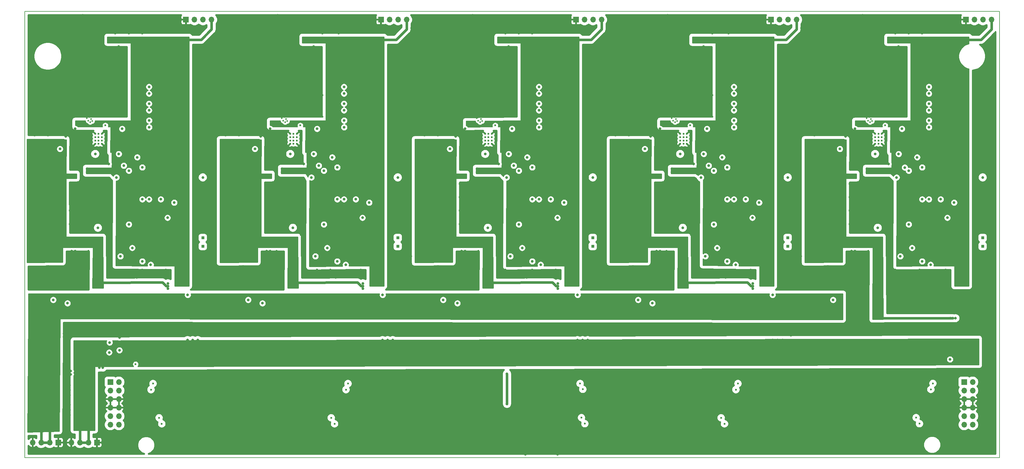
<source format=gbr>
%TF.GenerationSoftware,KiCad,Pcbnew,(5.1.5)-3*%
%TF.CreationDate,2020-04-08T11:38:32+01:00*%
%TF.ProjectId,PLL_v1,504c4c5f-7631-42e6-9b69-6361645f7063,rev?*%
%TF.SameCoordinates,Original*%
%TF.FileFunction,Copper,L3,Inr*%
%TF.FilePolarity,Positive*%
%FSLAX46Y46*%
G04 Gerber Fmt 4.6, Leading zero omitted, Abs format (unit mm)*
G04 Created by KiCad (PCBNEW (5.1.5)-3) date 2020-04-08 11:38:32*
%MOMM*%
%LPD*%
G04 APERTURE LIST*
%ADD10C,0.150000*%
%ADD11C,0.600000*%
%ADD12R,1.700000X1.700000*%
%ADD13O,1.700000X1.700000*%
%ADD14R,0.850000X0.850000*%
%ADD15C,0.500000*%
%ADD16C,0.800000*%
%ADD17C,0.800000*%
%ADD18C,0.254000*%
%ADD19C,0.500000*%
G04 APERTURE END LIST*
D10*
X345000000Y-169500000D02*
X345000000Y-36500000D01*
X55000000Y-169500000D02*
X345000000Y-169500000D01*
X55000000Y-36500000D02*
X55000000Y-169500000D01*
X345000000Y-36500000D02*
X55000000Y-36500000D01*
D11*
X310000000Y-73000000D03*
X309000000Y-73000000D03*
X308000000Y-73000000D03*
X308000000Y-74000000D03*
X309000000Y-74000000D03*
X310000000Y-74000000D03*
X310000000Y-75000000D03*
X309000000Y-75000000D03*
X308000000Y-75000000D03*
X308000000Y-76000000D03*
X309000000Y-76000000D03*
X310000000Y-76000000D03*
D12*
X335000000Y-39000000D03*
D13*
X337540000Y-39000000D03*
X340080000Y-39000000D03*
X342620000Y-39000000D03*
D14*
X340000000Y-104000000D03*
X340000000Y-106500000D03*
D12*
X334500000Y-147000000D03*
D13*
X337040000Y-147000000D03*
X334500000Y-149540000D03*
X337040000Y-149540000D03*
X334500000Y-152080000D03*
X337040000Y-152080000D03*
X334500000Y-154620000D03*
X337040000Y-154620000D03*
X334500000Y-157160000D03*
X337040000Y-157160000D03*
X334500000Y-159700000D03*
X337040000Y-159700000D03*
D12*
X80500000Y-147000000D03*
D13*
X83040000Y-147000000D03*
X80500000Y-149540000D03*
X83040000Y-149540000D03*
X80500000Y-152080000D03*
X83040000Y-152080000D03*
X80500000Y-154620000D03*
X83040000Y-154620000D03*
X80500000Y-157160000D03*
X83040000Y-157160000D03*
X80500000Y-159700000D03*
X83040000Y-159700000D03*
D12*
X76500000Y-165000000D03*
D13*
X73960000Y-165000000D03*
X71420000Y-165000000D03*
X68880000Y-165000000D03*
D12*
X65000000Y-165000000D03*
D13*
X62460000Y-165000000D03*
X59920000Y-165000000D03*
X57380000Y-165000000D03*
D12*
X277000000Y-39000000D03*
D13*
X279540000Y-39000000D03*
X282080000Y-39000000D03*
X284620000Y-39000000D03*
D14*
X282000000Y-104000000D03*
X282000000Y-106500000D03*
D11*
X252000000Y-73000000D03*
X251000000Y-73000000D03*
X250000000Y-73000000D03*
X250000000Y-74000000D03*
X251000000Y-74000000D03*
X252000000Y-74000000D03*
X252000000Y-75000000D03*
X251000000Y-75000000D03*
X250000000Y-75000000D03*
X250000000Y-76000000D03*
X251000000Y-76000000D03*
X252000000Y-76000000D03*
D12*
X219000000Y-39000000D03*
D13*
X221540000Y-39000000D03*
X224080000Y-39000000D03*
X226620000Y-39000000D03*
D14*
X224000000Y-104000000D03*
X224000000Y-106500000D03*
D12*
X161000000Y-39000000D03*
D13*
X163540000Y-39000000D03*
X166080000Y-39000000D03*
X168620000Y-39000000D03*
D14*
X166000000Y-104000000D03*
X166000000Y-106500000D03*
D12*
X103000000Y-39000000D03*
D13*
X105540000Y-39000000D03*
X108080000Y-39000000D03*
X110620000Y-39000000D03*
D14*
X108000000Y-104000000D03*
X108000000Y-106500000D03*
D11*
X194000000Y-73000000D03*
X193000000Y-73000000D03*
X192000000Y-73000000D03*
X192000000Y-74000000D03*
X193000000Y-74000000D03*
X194000000Y-74000000D03*
X194000000Y-75000000D03*
X193000000Y-75000000D03*
X192000000Y-75000000D03*
X192000000Y-76000000D03*
X193000000Y-76000000D03*
X194000000Y-76000000D03*
X136000000Y-73000000D03*
X135000000Y-73000000D03*
X134000000Y-73000000D03*
X134000000Y-74000000D03*
X135000000Y-74000000D03*
X136000000Y-74000000D03*
X136000000Y-75000000D03*
X135000000Y-75000000D03*
X134000000Y-75000000D03*
X134000000Y-76000000D03*
X135000000Y-76000000D03*
X136000000Y-76000000D03*
X78000000Y-73000000D03*
X77000000Y-73000000D03*
X76000000Y-73000000D03*
X76000000Y-74000000D03*
X77000000Y-74000000D03*
X78000000Y-74000000D03*
X78000000Y-75000000D03*
X77000000Y-75000000D03*
X76000000Y-75000000D03*
X76000000Y-76000000D03*
X77000000Y-76000000D03*
X78000000Y-76000000D03*
X309600000Y-52600000D03*
X308400000Y-52000000D03*
X309000000Y-52000000D03*
X309600000Y-52000000D03*
X309600000Y-51400000D03*
X309000000Y-51400000D03*
D15*
X308400000Y-51400000D03*
D16*
X66800000Y-147900000D03*
X66800000Y-149400000D03*
X66800000Y-150900000D03*
X68300000Y-150900000D03*
X68300000Y-149400000D03*
X68300000Y-147900000D03*
X66800000Y-153800000D03*
X66800000Y-155300000D03*
X66800000Y-156800000D03*
X68300000Y-156800000D03*
X68300000Y-155300000D03*
X68300000Y-153800000D03*
X213500000Y-165000000D03*
X213500000Y-167000000D03*
X213500000Y-168500000D03*
X204000000Y-165000000D03*
X204000000Y-167000000D03*
X204000000Y-168500000D03*
X340000000Y-114000000D03*
X340000000Y-113000000D03*
X341000000Y-113000000D03*
X342000000Y-113000000D03*
X342000000Y-114000000D03*
X341000000Y-114000000D03*
X66700000Y-133500000D03*
X67700000Y-133500000D03*
X68700000Y-133500000D03*
X68700000Y-132500000D03*
X67700000Y-132500000D03*
X66700000Y-132500000D03*
X66700000Y-143700000D03*
X67700000Y-143700000D03*
X68700000Y-143700000D03*
X68700000Y-144700000D03*
X67700000Y-144700000D03*
X66700000Y-144700000D03*
X306800000Y-86450000D03*
X302500000Y-82000000D03*
X302000000Y-80000000D03*
X301944669Y-78505331D03*
X299250000Y-73750000D03*
X302000000Y-73500000D03*
X302000000Y-71500000D03*
X304000000Y-66700000D03*
X309500000Y-64500000D03*
X317000000Y-65500000D03*
X324000000Y-66000000D03*
X324000000Y-64000000D03*
X324034394Y-71034394D03*
X324034394Y-69034394D03*
X324000000Y-61000000D03*
X324000000Y-59000000D03*
X325500000Y-38500000D03*
X322000000Y-92500000D03*
X324000000Y-92500000D03*
X327500000Y-92500000D03*
X331500000Y-93500000D03*
X329500000Y-98000000D03*
X319000000Y-107000000D03*
X315500000Y-109500000D03*
X328000000Y-129700000D03*
X328500000Y-131200000D03*
X318738799Y-130700000D03*
X337050000Y-130950000D03*
X341000000Y-133000000D03*
X299740040Y-123500000D03*
X295500000Y-122500000D03*
X299000000Y-115000000D03*
X294000000Y-112500000D03*
X301000000Y-108000000D03*
X302000000Y-108000000D03*
X302000000Y-109000000D03*
X301000000Y-109000000D03*
X301000000Y-110000000D03*
X302000000Y-110000000D03*
X330274857Y-140222972D03*
X335500000Y-121025000D03*
X312500000Y-50000000D03*
X311200000Y-48900000D03*
X316500000Y-49500000D03*
X314500000Y-49500000D03*
D11*
X311000000Y-70500000D03*
D16*
X316000000Y-71500000D03*
X315000000Y-79000000D03*
X312000000Y-82000000D03*
X308300000Y-86500000D03*
X308200000Y-92700000D03*
X303400000Y-79400000D03*
X303400000Y-80900000D03*
X302275000Y-76500000D03*
X315000000Y-47000000D03*
X299000000Y-44000000D03*
X301000000Y-44000000D03*
X303000000Y-44000000D03*
X303000000Y-59000000D03*
X301000000Y-59000000D03*
X299000000Y-59000000D03*
X304000000Y-52000000D03*
X311600000Y-97600000D03*
X311600000Y-95000000D03*
D15*
X305684315Y-75750000D03*
X305600000Y-73749999D03*
D11*
X309000000Y-52600000D03*
X308400000Y-52600000D03*
X329000000Y-113500000D03*
D15*
X306780000Y-48090000D03*
X305600000Y-48100000D03*
X303930000Y-48100000D03*
X304200000Y-47190000D03*
X304360000Y-46070000D03*
X304460000Y-45160000D03*
X312950000Y-37770000D03*
X313000000Y-38860000D03*
X313070000Y-40020000D03*
X313060000Y-41240000D03*
X311460000Y-41770000D03*
X312360000Y-41770000D03*
X305590000Y-41730000D03*
X304660000Y-41570000D03*
X304310000Y-37540000D03*
X304240000Y-38410000D03*
X304260000Y-39670000D03*
X304210000Y-40660000D03*
X307550000Y-57160000D03*
X307550000Y-57730000D03*
X307550000Y-58280000D03*
X309430000Y-57850000D03*
X309460000Y-58430000D03*
X309470000Y-59010000D03*
X309470000Y-59590000D03*
X309490000Y-60140000D03*
X309490000Y-60700000D03*
X309170000Y-61230000D03*
X309170000Y-61230000D03*
X309170000Y-61230000D03*
X308620000Y-61750000D03*
X308620000Y-61750000D03*
X308620000Y-61750000D03*
X308110000Y-62250000D03*
X308000000Y-62910000D03*
X308010000Y-63580000D03*
X308010000Y-64200000D03*
X307550000Y-58880000D03*
X307570000Y-59470000D03*
X307570000Y-60030000D03*
X307040000Y-60590000D03*
X306520000Y-61120000D03*
X306050000Y-61660000D03*
X306000000Y-62320000D03*
X306000000Y-62930000D03*
X305980000Y-63510000D03*
X305970000Y-64180000D03*
X308220000Y-65020000D03*
X308250000Y-65660000D03*
X308240000Y-66300000D03*
X308270000Y-67120000D03*
X305840000Y-64840000D03*
X305810000Y-65450000D03*
X305830000Y-66180000D03*
X305840000Y-66830000D03*
X305900000Y-67510000D03*
X305900000Y-67510000D03*
X305900000Y-67510000D03*
X306320000Y-68030000D03*
X306320000Y-68030000D03*
X306320000Y-68030000D03*
X306770000Y-68580000D03*
X307090000Y-69210000D03*
X306470000Y-69490000D03*
X305930000Y-69090000D03*
X305470000Y-68380000D03*
X309300000Y-46900000D03*
X309600000Y-46400000D03*
X309700000Y-45900000D03*
X309700000Y-45300000D03*
X309700000Y-44700000D03*
X309700000Y-44100000D03*
X309600000Y-43500000D03*
X309500000Y-42900000D03*
X309500000Y-42300000D03*
X309500000Y-41700000D03*
X309600000Y-41100000D03*
X307600000Y-48600000D03*
X307600000Y-48000000D03*
X307600000Y-47400000D03*
X307600000Y-46800000D03*
X307350000Y-46200000D03*
X307350000Y-45600000D03*
X307350000Y-45000000D03*
X307350000Y-44400000D03*
X307350000Y-43800000D03*
X307550000Y-43200000D03*
X307550000Y-42600000D03*
X307550000Y-42000000D03*
X307550000Y-41400000D03*
X307400000Y-40900000D03*
D11*
X251600000Y-52600000D03*
X250400000Y-52000000D03*
X251000000Y-52000000D03*
X251600000Y-52000000D03*
X251600000Y-51400000D03*
X251000000Y-51400000D03*
D15*
X250400000Y-51400000D03*
D16*
X282000000Y-114000000D03*
X282000000Y-113000000D03*
X283000000Y-113000000D03*
X284000000Y-113000000D03*
X284000000Y-114000000D03*
X283000000Y-114000000D03*
X248800000Y-86450000D03*
X244500000Y-82000000D03*
X244000000Y-80000000D03*
X243944669Y-78505331D03*
X241250000Y-73750000D03*
X244000000Y-73500000D03*
X244000000Y-71500000D03*
X246000000Y-66700000D03*
X251500000Y-64500000D03*
X259000000Y-65500000D03*
X266000000Y-66000000D03*
X266000000Y-64000000D03*
X266034394Y-71034394D03*
X266034394Y-69034394D03*
X266000000Y-61000000D03*
X266000000Y-59000000D03*
X267500000Y-38500000D03*
X264000000Y-92500000D03*
X266000000Y-92500000D03*
X269500000Y-92500000D03*
X273500000Y-93500000D03*
X271500000Y-98000000D03*
X261000000Y-107000000D03*
X257500000Y-109500000D03*
X270000000Y-129700000D03*
X270500000Y-131200000D03*
X260738799Y-130700000D03*
X279050000Y-130950000D03*
X283000000Y-133000000D03*
X241740040Y-123500000D03*
X237500000Y-122500000D03*
X241000000Y-115000000D03*
X236000000Y-112500000D03*
X243000000Y-108000000D03*
X244000000Y-108000000D03*
X244000000Y-109000000D03*
X243000000Y-109000000D03*
X243000000Y-110000000D03*
X244000000Y-110000000D03*
X277500000Y-121025000D03*
X254500000Y-50000000D03*
X253200000Y-48900000D03*
X258500000Y-49500000D03*
X256500000Y-49500000D03*
D11*
X253000000Y-70500000D03*
D16*
X258000000Y-71500000D03*
X257000000Y-79000000D03*
X254000000Y-82000000D03*
X250300000Y-86500000D03*
X250200000Y-92700000D03*
X245400000Y-79400000D03*
X245400000Y-80900000D03*
X244275000Y-76500000D03*
X257000000Y-47000000D03*
X241000000Y-44000000D03*
X243000000Y-44000000D03*
X245000000Y-44000000D03*
X245000000Y-59000000D03*
X243000000Y-59000000D03*
X241000000Y-59000000D03*
X246000000Y-52000000D03*
X253600000Y-97600000D03*
X253600000Y-95000000D03*
D15*
X247684315Y-75750000D03*
X247600000Y-73749999D03*
D11*
X251000000Y-52600000D03*
X250400000Y-52600000D03*
X271000000Y-113500000D03*
D15*
X248780000Y-48090000D03*
X247600000Y-48100000D03*
X245930000Y-48100000D03*
X246200000Y-47190000D03*
X246360000Y-46070000D03*
X246460000Y-45160000D03*
X254950000Y-37770000D03*
X255000000Y-38860000D03*
X255070000Y-40020000D03*
X255060000Y-41240000D03*
X253460000Y-41770000D03*
X254360000Y-41770000D03*
X247590000Y-41730000D03*
X246660000Y-41570000D03*
X246310000Y-37540000D03*
X246240000Y-38410000D03*
X246260000Y-39670000D03*
X246210000Y-40660000D03*
X249550000Y-57160000D03*
X249550000Y-57730000D03*
X249550000Y-58280000D03*
X251430000Y-57850000D03*
X251460000Y-58430000D03*
X251470000Y-59010000D03*
X251470000Y-59590000D03*
X251490000Y-60140000D03*
X251490000Y-60700000D03*
X251170000Y-61230000D03*
X251170000Y-61230000D03*
X251170000Y-61230000D03*
X250620000Y-61750000D03*
X250620000Y-61750000D03*
X250620000Y-61750000D03*
X250110000Y-62250000D03*
X250000000Y-62910000D03*
X250010000Y-63580000D03*
X250010000Y-64200000D03*
X249550000Y-58880000D03*
X249570000Y-59470000D03*
X249570000Y-60030000D03*
X249040000Y-60590000D03*
X248520000Y-61120000D03*
X248050000Y-61660000D03*
X248000000Y-62320000D03*
X248000000Y-62930000D03*
X247980000Y-63510000D03*
X247970000Y-64180000D03*
X250220000Y-65020000D03*
X250250000Y-65660000D03*
X250240000Y-66300000D03*
X250270000Y-67120000D03*
X247840000Y-64840000D03*
X247810000Y-65450000D03*
X247830000Y-66180000D03*
X247840000Y-66830000D03*
X247900000Y-67510000D03*
X247900000Y-67510000D03*
X247900000Y-67510000D03*
X248320000Y-68030000D03*
X248320000Y-68030000D03*
X248320000Y-68030000D03*
X248770000Y-68580000D03*
X249090000Y-69210000D03*
X248470000Y-69490000D03*
X247930000Y-69090000D03*
X247470000Y-68380000D03*
X251300000Y-46900000D03*
X251600000Y-46400000D03*
X251700000Y-45900000D03*
X251700000Y-45300000D03*
X251700000Y-44700000D03*
X251700000Y-44100000D03*
X251600000Y-43500000D03*
X251500000Y-42900000D03*
X251500000Y-42300000D03*
X251500000Y-41700000D03*
X251600000Y-41100000D03*
X249550000Y-48600000D03*
X249550000Y-48000000D03*
X249550000Y-47400000D03*
X249550000Y-46800000D03*
X249350000Y-46200000D03*
X249350000Y-45600000D03*
X249350000Y-45000000D03*
X249350000Y-44400000D03*
X249350000Y-43800000D03*
X249550000Y-43200000D03*
X249550000Y-42600000D03*
X249550000Y-42000000D03*
X249550000Y-41400000D03*
X249350000Y-40900000D03*
D11*
X193600000Y-52600000D03*
X192400000Y-52000000D03*
X193000000Y-52000000D03*
X193600000Y-52000000D03*
X193600000Y-51400000D03*
X193000000Y-51400000D03*
D15*
X192400000Y-51400000D03*
D16*
X224000000Y-114000000D03*
X224000000Y-113000000D03*
X225000000Y-113000000D03*
X226000000Y-113000000D03*
X226000000Y-114000000D03*
X225000000Y-114000000D03*
X190800000Y-86450000D03*
X186500000Y-82000000D03*
X186000000Y-80000000D03*
X185944669Y-78505331D03*
X183250000Y-73750000D03*
X186000000Y-73500000D03*
X186000000Y-71500000D03*
X188000000Y-66700000D03*
X193500000Y-64500000D03*
X201000000Y-65500000D03*
X208000000Y-66000000D03*
X208000000Y-64000000D03*
X208034394Y-71034394D03*
X208034394Y-69034394D03*
X208000000Y-61000000D03*
X208000000Y-59000000D03*
X209500000Y-38500000D03*
X206000000Y-92500000D03*
X208000000Y-92500000D03*
X211500000Y-92500000D03*
X215500000Y-93500000D03*
X213500000Y-98000000D03*
X203000000Y-107000000D03*
X199500000Y-109500000D03*
X212000000Y-129700000D03*
X212500000Y-131200000D03*
X202738799Y-130700000D03*
X221050000Y-130950000D03*
X225000000Y-133000000D03*
X183740040Y-123500000D03*
X179500000Y-122500000D03*
X183000000Y-115000000D03*
X178000000Y-112500000D03*
X185000000Y-108000000D03*
X186000000Y-108000000D03*
X186000000Y-109000000D03*
X185000000Y-109000000D03*
X185000000Y-110000000D03*
X186000000Y-110000000D03*
X219500000Y-121025000D03*
X196500000Y-50000000D03*
X195200000Y-48900000D03*
X200500000Y-49500000D03*
X198500000Y-49500000D03*
D11*
X195000000Y-70500000D03*
D16*
X200000000Y-71500000D03*
X199000000Y-79000000D03*
X196000000Y-82000000D03*
X192300000Y-86500000D03*
X192200000Y-92700000D03*
X187400000Y-79400000D03*
X187400000Y-80900000D03*
X186275000Y-76500000D03*
X199000000Y-47000000D03*
X183000000Y-44000000D03*
X185000000Y-44000000D03*
X187000000Y-44000000D03*
X187000000Y-59000000D03*
X185000000Y-59000000D03*
X183000000Y-59000000D03*
X188000000Y-52000000D03*
X195600000Y-97600000D03*
X195600000Y-95000000D03*
D15*
X189684315Y-75750000D03*
X189600000Y-73749999D03*
D11*
X193000000Y-52600000D03*
X192400000Y-52600000D03*
X213000000Y-113500000D03*
D15*
X190780000Y-48090000D03*
X189600000Y-48100000D03*
X187930000Y-48100000D03*
X188200000Y-47190000D03*
X188360000Y-46070000D03*
X188460000Y-45160000D03*
X196950000Y-37770000D03*
X197000000Y-38860000D03*
X197070000Y-40020000D03*
X197060000Y-41240000D03*
X195460000Y-41770000D03*
X196360000Y-41770000D03*
X189590000Y-41730000D03*
X188660000Y-41570000D03*
X188310000Y-37540000D03*
X188240000Y-38410000D03*
X188260000Y-39670000D03*
X188210000Y-40660000D03*
X191550000Y-57160000D03*
X191550000Y-57730000D03*
X191550000Y-58280000D03*
X193430000Y-57850000D03*
X193460000Y-58430000D03*
X193470000Y-59010000D03*
X193470000Y-59590000D03*
X193490000Y-60140000D03*
X193490000Y-60700000D03*
X193170000Y-61230000D03*
X193170000Y-61230000D03*
X193170000Y-61230000D03*
X192620000Y-61750000D03*
X192620000Y-61750000D03*
X192620000Y-61750000D03*
X192110000Y-62250000D03*
X192000000Y-62910000D03*
X192010000Y-63580000D03*
X192010000Y-64200000D03*
X191550000Y-58880000D03*
X191570000Y-59470000D03*
X191570000Y-60030000D03*
X191040000Y-60590000D03*
X190520000Y-61120000D03*
X190050000Y-61660000D03*
X190000000Y-62320000D03*
X190000000Y-62930000D03*
X189980000Y-63510000D03*
X189970000Y-64180000D03*
X192220000Y-65020000D03*
X192250000Y-65660000D03*
X192240000Y-66300000D03*
X192270000Y-67120000D03*
X189840000Y-64840000D03*
X189810000Y-65450000D03*
X189830000Y-66180000D03*
X189840000Y-66830000D03*
X189900000Y-67510000D03*
X189900000Y-67510000D03*
X189900000Y-67510000D03*
X190320000Y-68030000D03*
X190320000Y-68030000D03*
X190320000Y-68030000D03*
X190770000Y-68580000D03*
X191090000Y-69210000D03*
X190470000Y-69490000D03*
X189930000Y-69090000D03*
X189470000Y-68380000D03*
X193300000Y-46900000D03*
X193600000Y-46400000D03*
X193700000Y-45900000D03*
X193700000Y-45300000D03*
X193700000Y-44700000D03*
X193700000Y-44100000D03*
X193600000Y-43500000D03*
X193500000Y-42900000D03*
X193500000Y-42300000D03*
X193500000Y-41700000D03*
X193600000Y-41100000D03*
X191550000Y-48600000D03*
X191550000Y-48000000D03*
X191550000Y-47400000D03*
X191550000Y-46800000D03*
X191350000Y-46200000D03*
X191350000Y-45600000D03*
X191350000Y-45000000D03*
X191350000Y-44400000D03*
X191350000Y-43800000D03*
X191550000Y-43200000D03*
X191550000Y-42600000D03*
X191550000Y-42000000D03*
X191550000Y-41400000D03*
X191350000Y-40900000D03*
D11*
X135600000Y-52600000D03*
X134400000Y-52000000D03*
X135000000Y-52000000D03*
X135600000Y-52000000D03*
X135600000Y-51400000D03*
X135000000Y-51400000D03*
D15*
X134400000Y-51400000D03*
D16*
X166000000Y-114000000D03*
X166000000Y-113000000D03*
X167000000Y-113000000D03*
X168000000Y-113000000D03*
X168000000Y-114000000D03*
X167000000Y-114000000D03*
X132800000Y-86450000D03*
X128500000Y-82000000D03*
X128000000Y-80000000D03*
X127944669Y-78505331D03*
X125250000Y-73750000D03*
X128000000Y-73500000D03*
X128000000Y-71500000D03*
X130000000Y-66700000D03*
X135500000Y-64500000D03*
X143000000Y-65500000D03*
X150000000Y-66000000D03*
X150000000Y-64000000D03*
X150034394Y-71034394D03*
X150034394Y-69034394D03*
X150000000Y-61000000D03*
X150000000Y-59000000D03*
X151500000Y-38500000D03*
X148000000Y-92500000D03*
X150000000Y-92500000D03*
X153500000Y-92500000D03*
X157500000Y-93500000D03*
X155500000Y-98000000D03*
X145000000Y-107000000D03*
X141500000Y-109500000D03*
X154000000Y-129700000D03*
X154500000Y-131200000D03*
X144738799Y-130700000D03*
X163050000Y-130950000D03*
X167000000Y-133000000D03*
X125740040Y-123500000D03*
X121500000Y-122500000D03*
X125000000Y-115000000D03*
X120000000Y-112500000D03*
X127000000Y-108000000D03*
X128000000Y-108000000D03*
X128000000Y-109000000D03*
X127000000Y-109000000D03*
X127000000Y-110000000D03*
X128000000Y-110000000D03*
X161500000Y-121025000D03*
X138500000Y-50000000D03*
X137200000Y-48900000D03*
X142500000Y-49500000D03*
X140500000Y-49500000D03*
D11*
X137000000Y-70500000D03*
D16*
X142000000Y-71500000D03*
X141000000Y-79000000D03*
X138000000Y-82000000D03*
X134300000Y-86500000D03*
X134200000Y-92700000D03*
X129400000Y-79400000D03*
X129400000Y-80900000D03*
X128275000Y-76500000D03*
X141000000Y-47000000D03*
X125000000Y-44000000D03*
X127000000Y-44000000D03*
X129000000Y-44000000D03*
X129000000Y-59000000D03*
X127000000Y-59000000D03*
X125000000Y-59000000D03*
X130000000Y-52000000D03*
X137600000Y-97600000D03*
X137600000Y-95000000D03*
D15*
X131684315Y-75750000D03*
X131600000Y-73749999D03*
D11*
X135000000Y-52600000D03*
X134400000Y-52600000D03*
X155000000Y-113500000D03*
D15*
X132780000Y-48090000D03*
X131600000Y-48100000D03*
X129930000Y-48100000D03*
X130200000Y-47190000D03*
X130360000Y-46070000D03*
X130460000Y-45160000D03*
X138950000Y-37770000D03*
X139000000Y-38860000D03*
X139070000Y-40020000D03*
X139060000Y-41240000D03*
X137460000Y-41770000D03*
X138360000Y-41770000D03*
X131590000Y-41730000D03*
X130660000Y-41570000D03*
X130310000Y-37540000D03*
X130240000Y-38410000D03*
X130260000Y-39670000D03*
X130210000Y-40660000D03*
X133550000Y-57160000D03*
X133550000Y-57730000D03*
X133550000Y-58280000D03*
X135430000Y-57850000D03*
X135460000Y-58430000D03*
X135470000Y-59010000D03*
X135470000Y-59590000D03*
X135490000Y-60140000D03*
X135490000Y-60700000D03*
X135170000Y-61230000D03*
X135170000Y-61230000D03*
X135170000Y-61230000D03*
X134620000Y-61750000D03*
X134620000Y-61750000D03*
X134620000Y-61750000D03*
X134110000Y-62250000D03*
X134000000Y-62910000D03*
X134010000Y-63580000D03*
X134010000Y-64200000D03*
X133550000Y-58880000D03*
X133570000Y-59470000D03*
X133570000Y-60030000D03*
X133040000Y-60590000D03*
X132520000Y-61120000D03*
X132050000Y-61660000D03*
X132000000Y-62320000D03*
X132000000Y-62930000D03*
X131980000Y-63510000D03*
X131970000Y-64180000D03*
X134220000Y-65020000D03*
X134250000Y-65660000D03*
X134240000Y-66300000D03*
X134270000Y-67120000D03*
X131840000Y-64840000D03*
X131810000Y-65450000D03*
X131830000Y-66180000D03*
X131840000Y-66830000D03*
X131900000Y-67510000D03*
X131900000Y-67510000D03*
X131900000Y-67510000D03*
X132320000Y-68030000D03*
X132320000Y-68030000D03*
X132320000Y-68030000D03*
X132770000Y-68580000D03*
X133090000Y-69210000D03*
X132470000Y-69490000D03*
X131930000Y-69090000D03*
X131470000Y-68380000D03*
X135300000Y-46900000D03*
X135600000Y-46400000D03*
X135700000Y-45900000D03*
X135700000Y-45300000D03*
X135700000Y-44700000D03*
X135700000Y-44100000D03*
X135600000Y-43500000D03*
X135500000Y-42900000D03*
X135500000Y-42300000D03*
X135500000Y-41700000D03*
X135600000Y-41100000D03*
X133550000Y-48600000D03*
X133550000Y-48000000D03*
X133550000Y-47400000D03*
X133550000Y-46800000D03*
X133350000Y-46200000D03*
X133350000Y-45600000D03*
X133350000Y-45000000D03*
X133350000Y-44400000D03*
X133350000Y-43800000D03*
X133550000Y-43200000D03*
X133550000Y-42600000D03*
X133550000Y-42000000D03*
X133550000Y-41400000D03*
X133350000Y-40900000D03*
D11*
X77600000Y-52600000D03*
X76400000Y-52000000D03*
X77000000Y-52000000D03*
X77600000Y-52000000D03*
X77600000Y-51400000D03*
X77000000Y-51400000D03*
D15*
X76400000Y-51400000D03*
D16*
X108000000Y-114000000D03*
X108000000Y-113000000D03*
X109000000Y-113000000D03*
X110000000Y-113000000D03*
X110000000Y-114000000D03*
X109000000Y-114000000D03*
X74800000Y-86450000D03*
X70500000Y-82000000D03*
X70000000Y-80000000D03*
X69944669Y-78505331D03*
X67250000Y-73750000D03*
X70000000Y-73500000D03*
X70000000Y-71500000D03*
X72000000Y-66700000D03*
X77500000Y-64500000D03*
X85000000Y-65500000D03*
X92000000Y-66000000D03*
X92000000Y-64000000D03*
X92034394Y-71034394D03*
X92034394Y-69034394D03*
X92000000Y-61000000D03*
X92000000Y-59000000D03*
X93500000Y-38500000D03*
X90000000Y-92500000D03*
X92000000Y-92500000D03*
X95500000Y-92500000D03*
X99500000Y-93500000D03*
X97500000Y-98000000D03*
X87000000Y-107000000D03*
X83500000Y-109500000D03*
X96000000Y-129700000D03*
X96500000Y-131200000D03*
X86738799Y-130700000D03*
X105050000Y-130950000D03*
X109000000Y-133000000D03*
X67740040Y-123500000D03*
X63500000Y-122500000D03*
X67000000Y-115000000D03*
X62000000Y-112500000D03*
X69000000Y-108000000D03*
X70000000Y-108000000D03*
X70000000Y-109000000D03*
X69000000Y-109000000D03*
X69000000Y-110000000D03*
X70000000Y-110000000D03*
X103500000Y-121025000D03*
X80500000Y-50000000D03*
X79200000Y-48900000D03*
X84500000Y-49500000D03*
X82500000Y-49500000D03*
D11*
X79000000Y-70500000D03*
D16*
X84000000Y-71500000D03*
X83000000Y-79000000D03*
X80000000Y-82000000D03*
X76300000Y-86500000D03*
X76200000Y-92700000D03*
X71400000Y-79400000D03*
X71400000Y-80900000D03*
X70275000Y-76500000D03*
X83000000Y-47000000D03*
X67000000Y-39150000D03*
X69000000Y-44000000D03*
X71000000Y-44000000D03*
X71000000Y-59000000D03*
X69000000Y-59000000D03*
X67000000Y-59000000D03*
X72000000Y-52000000D03*
X79600000Y-97600000D03*
X79600000Y-95000000D03*
D15*
X73684315Y-75750000D03*
X73600000Y-73749999D03*
D11*
X77000000Y-52600000D03*
X76400000Y-52600000D03*
X97000000Y-113500000D03*
D15*
X74780000Y-48090000D03*
X73600000Y-48100000D03*
X71930000Y-48100000D03*
X72200000Y-47190000D03*
X72360000Y-46070000D03*
X72460000Y-45160000D03*
X80950000Y-37770000D03*
X81000000Y-38860000D03*
X81070000Y-40020000D03*
X81060000Y-41240000D03*
X79460000Y-41770000D03*
X80360000Y-41770000D03*
X73590000Y-41730000D03*
X72660000Y-41570000D03*
X72310000Y-37540000D03*
X72240000Y-38410000D03*
X72260000Y-39670000D03*
X72210000Y-40660000D03*
X75550000Y-57160000D03*
X75550000Y-57730000D03*
X75550000Y-58280000D03*
X77430000Y-57850000D03*
X77460000Y-58430000D03*
X77470000Y-59010000D03*
X77470000Y-59590000D03*
X77490000Y-60140000D03*
X77490000Y-60700000D03*
X77170000Y-61230000D03*
X77170000Y-61230000D03*
X77170000Y-61230000D03*
X76620000Y-61750000D03*
X76620000Y-61750000D03*
X76620000Y-61750000D03*
X76110000Y-62250000D03*
X76000000Y-62910000D03*
X76010000Y-63580000D03*
X76010000Y-64200000D03*
X75550000Y-58880000D03*
X75570000Y-59470000D03*
X75570000Y-60030000D03*
X75040000Y-60590000D03*
X74520000Y-61120000D03*
X74050000Y-61660000D03*
X74000000Y-62320000D03*
X74000000Y-62930000D03*
X73980000Y-63510000D03*
X73970000Y-64180000D03*
X76220000Y-65020000D03*
X76250000Y-65660000D03*
X76240000Y-66300000D03*
X76270000Y-67120000D03*
X73840000Y-64840000D03*
X73810000Y-65450000D03*
X73830000Y-66180000D03*
X73840000Y-66830000D03*
X73900000Y-67510000D03*
X73900000Y-67510000D03*
X73900000Y-67510000D03*
X74320000Y-68030000D03*
X74320000Y-68030000D03*
X74320000Y-68030000D03*
X74770000Y-68580000D03*
X75090000Y-69210000D03*
X74470000Y-69490000D03*
X73930000Y-69090000D03*
X73470000Y-68380000D03*
X77300000Y-46900000D03*
X77600000Y-46400000D03*
X77700000Y-45900000D03*
X77700000Y-45300000D03*
X77700000Y-44700000D03*
X77700000Y-44100000D03*
X77600000Y-43500000D03*
X77500000Y-42900000D03*
X77500000Y-42300000D03*
X77500000Y-41700000D03*
X77600000Y-41100000D03*
X75600000Y-48600000D03*
X75550000Y-48000000D03*
X75550000Y-47400000D03*
X75550000Y-46800000D03*
X75350000Y-46200000D03*
X75350000Y-45600000D03*
X75350000Y-45000000D03*
X75350000Y-44400000D03*
X75350000Y-43800000D03*
X75550000Y-43200000D03*
X75550000Y-42600000D03*
X75550000Y-42000000D03*
X75550000Y-41400000D03*
X75350000Y-40900000D03*
D11*
X57200000Y-38300000D03*
X57200000Y-42300000D03*
X57200000Y-46300000D03*
X57200000Y-50300000D03*
X57200000Y-54300000D03*
X57200000Y-58300000D03*
X57200000Y-62300000D03*
X57200000Y-66300000D03*
X57200000Y-70300000D03*
X57200000Y-112700000D03*
X57200000Y-116700000D03*
X58000000Y-73500000D03*
X59600000Y-39900000D03*
X59600000Y-43900000D03*
X59600000Y-55900000D03*
X59600000Y-59900000D03*
X59600000Y-63900000D03*
X59600000Y-67900000D03*
X60400000Y-71100000D03*
X62000000Y-38300000D03*
X62000000Y-42300000D03*
X62000000Y-57500000D03*
X62000000Y-61500000D03*
X62000000Y-65500000D03*
X62000000Y-73500000D03*
X62800000Y-68700000D03*
X63600000Y-44700000D03*
X63600000Y-55100000D03*
X64400000Y-39900000D03*
X64400000Y-59100000D03*
X64400000Y-63100000D03*
X64400000Y-71100000D03*
X65200000Y-66300000D03*
X66000000Y-43100000D03*
X66000000Y-47100000D03*
X66000000Y-52700000D03*
X66000000Y-112700000D03*
X66000000Y-116700000D03*
X66800000Y-60700000D03*
X66800000Y-68700000D03*
X67600000Y-63900000D03*
X68400000Y-41500000D03*
X68400000Y-87900000D03*
X68400000Y-91900000D03*
X68400000Y-95900000D03*
X68400000Y-99900000D03*
X69200000Y-38300000D03*
X69200000Y-66300000D03*
X69200000Y-111900000D03*
X69200000Y-115900000D03*
X70000000Y-61500000D03*
X70000000Y-102300000D03*
X70800000Y-89500000D03*
X70800000Y-93500000D03*
X70800000Y-97500000D03*
X71600000Y-63900000D03*
X71600000Y-113500000D03*
X71600000Y-117500000D03*
X72400000Y-87100000D03*
X73200000Y-43100000D03*
X73200000Y-57500000D03*
X74000000Y-46300000D03*
X74000000Y-107900000D03*
X74000000Y-111900000D03*
X74000000Y-115900000D03*
X74800000Y-100700000D03*
X78000000Y-91100000D03*
X78800000Y-59900000D03*
X79600000Y-54300000D03*
X79600000Y-63100000D03*
X79600000Y-86300000D03*
X79600000Y-103100000D03*
X79600000Y-107100000D03*
X79600000Y-111100000D03*
X79600000Y-115100000D03*
X82000000Y-43100000D03*
X82000000Y-59100000D03*
X82000000Y-67100000D03*
X82000000Y-113500000D03*
X82800000Y-38300000D03*
X82800000Y-62300000D03*
X83600000Y-54300000D03*
X83600000Y-115900000D03*
X84400000Y-40700000D03*
X85200000Y-47100000D03*
X85200000Y-67900000D03*
X86000000Y-43100000D03*
X86000000Y-114300000D03*
X86800000Y-38300000D03*
X88400000Y-40700000D03*
X88400000Y-115900000D03*
X90000000Y-43100000D03*
X90000000Y-113500000D03*
X90800000Y-38300000D03*
X92400000Y-40700000D03*
X96400000Y-115100000D03*
X98800000Y-38300000D03*
X100400000Y-40700000D03*
X105200000Y-43100000D03*
X105200000Y-47100000D03*
X105200000Y-51100000D03*
X105200000Y-55100000D03*
X105200000Y-59100000D03*
X105200000Y-110300000D03*
X106000000Y-113500000D03*
X106800000Y-61500000D03*
X107600000Y-48700000D03*
X107600000Y-52700000D03*
X107600000Y-56700000D03*
X108400000Y-111100000D03*
X109200000Y-46300000D03*
X109200000Y-59100000D03*
X109200000Y-63100000D03*
X110000000Y-50300000D03*
X110000000Y-54300000D03*
X110800000Y-65500000D03*
X111600000Y-110300000D03*
X112400000Y-41500000D03*
X112400000Y-113500000D03*
X112400000Y-117500000D03*
X113200000Y-38300000D03*
X113200000Y-44700000D03*
X113200000Y-48700000D03*
X113200000Y-52700000D03*
X113200000Y-56700000D03*
X113200000Y-60700000D03*
X113200000Y-67100000D03*
X113200000Y-71100000D03*
X114000000Y-63900000D03*
X114800000Y-73500000D03*
X114800000Y-115100000D03*
X115600000Y-39900000D03*
X115600000Y-46300000D03*
X115600000Y-50300000D03*
X115600000Y-54300000D03*
X115600000Y-58300000D03*
X115600000Y-68700000D03*
X116400000Y-43100000D03*
X116400000Y-61500000D03*
X116400000Y-65500000D03*
X116400000Y-112700000D03*
X116400000Y-117500000D03*
X117200000Y-71100000D03*
X118000000Y-38300000D03*
X118000000Y-47900000D03*
X118000000Y-51900000D03*
X118000000Y-55900000D03*
X118800000Y-41500000D03*
X118800000Y-59100000D03*
X118800000Y-63100000D03*
X118800000Y-67100000D03*
X118800000Y-73500000D03*
X119600000Y-44700000D03*
X120400000Y-49500000D03*
X120400000Y-53500000D03*
X120400000Y-69500000D03*
X121200000Y-39100000D03*
X121200000Y-56700000D03*
X121200000Y-60700000D03*
X121200000Y-64700000D03*
X122000000Y-42300000D03*
X122000000Y-46300000D03*
X122800000Y-51100000D03*
X122800000Y-67100000D03*
X122800000Y-71100000D03*
X123600000Y-54300000D03*
X123600000Y-62300000D03*
X123600000Y-112700000D03*
X124400000Y-38300000D03*
X124400000Y-117500000D03*
X125200000Y-41500000D03*
X125200000Y-64700000D03*
X125200000Y-68700000D03*
X126000000Y-60700000D03*
X126800000Y-87900000D03*
X126800000Y-91900000D03*
X126800000Y-95900000D03*
X126800000Y-99900000D03*
X126800000Y-113500000D03*
X127600000Y-39100000D03*
X127600000Y-63100000D03*
X127600000Y-67100000D03*
X127600000Y-116700000D03*
X128400000Y-42300000D03*
X128400000Y-102300000D03*
X129200000Y-89500000D03*
X129200000Y-93500000D03*
X129200000Y-97500000D03*
X129200000Y-111900000D03*
X130000000Y-60700000D03*
X130000000Y-64700000D03*
X130000000Y-107900000D03*
X130000000Y-115100000D03*
X130800000Y-57500000D03*
X130800000Y-86300000D03*
X131600000Y-43100000D03*
X132400000Y-91900000D03*
X132400000Y-100700000D03*
X135600000Y-91100000D03*
X137200000Y-54300000D03*
X137200000Y-59900000D03*
X137200000Y-63900000D03*
X137200000Y-86300000D03*
X137200000Y-103100000D03*
X138000000Y-113500000D03*
X139600000Y-61500000D03*
X139600000Y-115900000D03*
X140400000Y-38300000D03*
X140400000Y-42300000D03*
X140400000Y-67100000D03*
X141200000Y-54300000D03*
X141200000Y-59100000D03*
X141200000Y-63900000D03*
X142000000Y-113500000D03*
X142800000Y-39900000D03*
X142800000Y-47100000D03*
X143600000Y-43100000D03*
X143600000Y-61500000D03*
X143600000Y-67900000D03*
X143600000Y-115900000D03*
X145200000Y-38300000D03*
X146000000Y-41500000D03*
X146000000Y-113500000D03*
X147600000Y-115900000D03*
X148400000Y-39100000D03*
X148400000Y-43100000D03*
X150800000Y-40700000D03*
X151600000Y-114300000D03*
X154800000Y-115100000D03*
X156400000Y-40700000D03*
X158000000Y-38300000D03*
X163600000Y-43100000D03*
X163600000Y-47100000D03*
X163600000Y-51100000D03*
X163600000Y-55100000D03*
X163600000Y-59100000D03*
X163600000Y-110300000D03*
X163600000Y-114300000D03*
X165200000Y-61500000D03*
X166000000Y-48700000D03*
X166000000Y-52700000D03*
X166000000Y-56700000D03*
X166800000Y-63900000D03*
X166800000Y-111100000D03*
X167600000Y-45500000D03*
X167600000Y-59100000D03*
X168400000Y-50300000D03*
X168400000Y-54300000D03*
X170000000Y-41500000D03*
X170000000Y-109500000D03*
X170000000Y-113500000D03*
X170000000Y-117500000D03*
X171600000Y-38300000D03*
X171600000Y-43900000D03*
X171600000Y-47900000D03*
X171600000Y-51900000D03*
X171600000Y-55900000D03*
X171600000Y-59900000D03*
X171600000Y-63900000D03*
X171600000Y-67900000D03*
X171600000Y-71900000D03*
X172400000Y-115100000D03*
X173200000Y-40700000D03*
X174000000Y-45500000D03*
X174000000Y-49500000D03*
X174000000Y-53500000D03*
X174000000Y-57500000D03*
X174000000Y-61500000D03*
X174000000Y-65500000D03*
X174000000Y-69500000D03*
X174000000Y-73500000D03*
X174000000Y-112700000D03*
X174000000Y-117500000D03*
X175600000Y-38300000D03*
X175600000Y-42300000D03*
X176400000Y-47100000D03*
X176400000Y-51100000D03*
X176400000Y-55100000D03*
X176400000Y-59100000D03*
X176400000Y-63100000D03*
X176400000Y-67100000D03*
X176400000Y-71100000D03*
X178000000Y-39900000D03*
X178000000Y-43900000D03*
X178000000Y-73500000D03*
X178800000Y-48700000D03*
X178800000Y-52700000D03*
X178800000Y-56700000D03*
X178800000Y-60700000D03*
X178800000Y-64700000D03*
X178800000Y-68700000D03*
X180400000Y-38300000D03*
X180400000Y-42300000D03*
X180400000Y-46300000D03*
X180400000Y-71100000D03*
X181200000Y-50300000D03*
X181200000Y-54300000D03*
X181200000Y-58300000D03*
X181200000Y-62300000D03*
X181200000Y-66300000D03*
X182000000Y-112700000D03*
X182000000Y-116700000D03*
X182800000Y-39900000D03*
X182800000Y-68700000D03*
X183600000Y-60700000D03*
X183600000Y-64700000D03*
X184400000Y-42300000D03*
X184400000Y-87900000D03*
X184400000Y-91900000D03*
X184400000Y-95900000D03*
X184400000Y-99900000D03*
X185200000Y-38300000D03*
X185200000Y-67100000D03*
X185200000Y-111900000D03*
X185200000Y-115900000D03*
X186000000Y-62300000D03*
X186000000Y-102300000D03*
X186800000Y-40700000D03*
X186800000Y-89500000D03*
X186800000Y-93500000D03*
X186800000Y-97500000D03*
X187600000Y-64700000D03*
X187600000Y-113500000D03*
X187600000Y-117500000D03*
X188400000Y-60700000D03*
X188400000Y-87100000D03*
X189200000Y-43100000D03*
X189200000Y-57500000D03*
X190000000Y-46300000D03*
X190000000Y-107900000D03*
X190000000Y-111900000D03*
X190000000Y-115900000D03*
X190800000Y-100700000D03*
X194000000Y-91100000D03*
X194800000Y-59900000D03*
X195600000Y-54300000D03*
X195600000Y-63100000D03*
X195600000Y-86300000D03*
X195600000Y-103100000D03*
X195600000Y-107100000D03*
X195600000Y-111100000D03*
X195600000Y-115100000D03*
X198000000Y-43100000D03*
X198000000Y-59100000D03*
X198000000Y-67100000D03*
X198000000Y-113500000D03*
X198800000Y-38300000D03*
X198800000Y-62300000D03*
X199600000Y-54300000D03*
X199600000Y-115900000D03*
X200400000Y-40700000D03*
X201200000Y-47100000D03*
X201200000Y-67900000D03*
X202000000Y-43100000D03*
X202000000Y-114300000D03*
X202800000Y-38300000D03*
X204400000Y-40700000D03*
X204400000Y-115900000D03*
X206000000Y-43100000D03*
X206000000Y-113500000D03*
X206800000Y-38300000D03*
X208400000Y-40700000D03*
X212400000Y-115100000D03*
X214800000Y-38300000D03*
X216400000Y-40700000D03*
X221200000Y-43100000D03*
X221200000Y-47100000D03*
X221200000Y-51100000D03*
X221200000Y-55100000D03*
X221200000Y-59100000D03*
X221200000Y-110300000D03*
X222000000Y-113500000D03*
X222800000Y-61500000D03*
X223600000Y-48700000D03*
X223600000Y-52700000D03*
X223600000Y-56700000D03*
X224400000Y-111100000D03*
X225200000Y-46300000D03*
X225200000Y-59100000D03*
X225200000Y-63100000D03*
X226000000Y-50300000D03*
X226000000Y-54300000D03*
X226800000Y-65500000D03*
X227600000Y-110300000D03*
X228400000Y-41500000D03*
X228400000Y-113500000D03*
X228400000Y-117500000D03*
X229200000Y-38300000D03*
X229200000Y-44700000D03*
X229200000Y-48700000D03*
X229200000Y-52700000D03*
X229200000Y-56700000D03*
X229200000Y-60700000D03*
X229200000Y-67100000D03*
X229200000Y-71100000D03*
X230000000Y-63900000D03*
X230800000Y-73500000D03*
X230800000Y-115100000D03*
X231600000Y-39900000D03*
X231600000Y-46300000D03*
X231600000Y-50300000D03*
X231600000Y-54300000D03*
X231600000Y-58300000D03*
X231600000Y-68700000D03*
X232400000Y-43100000D03*
X232400000Y-61500000D03*
X232400000Y-65500000D03*
X232400000Y-112700000D03*
X232400000Y-117500000D03*
X233200000Y-71100000D03*
X234000000Y-38300000D03*
X234000000Y-47900000D03*
X234000000Y-51900000D03*
X234000000Y-55900000D03*
X234800000Y-41500000D03*
X234800000Y-59100000D03*
X234800000Y-63100000D03*
X234800000Y-67100000D03*
X234800000Y-73500000D03*
X235600000Y-44700000D03*
X236400000Y-49500000D03*
X236400000Y-53500000D03*
X236400000Y-69500000D03*
X237200000Y-39100000D03*
X237200000Y-56700000D03*
X237200000Y-60700000D03*
X237200000Y-64700000D03*
X238000000Y-42300000D03*
X238000000Y-46300000D03*
X238800000Y-51100000D03*
X238800000Y-67100000D03*
X238800000Y-71100000D03*
X239600000Y-54300000D03*
X239600000Y-62300000D03*
X239600000Y-112700000D03*
X240400000Y-38300000D03*
X240400000Y-117500000D03*
X241200000Y-41500000D03*
X241200000Y-64700000D03*
X241200000Y-68700000D03*
X242000000Y-60700000D03*
X242800000Y-87900000D03*
X242800000Y-91900000D03*
X242800000Y-95900000D03*
X242800000Y-99900000D03*
X242800000Y-113500000D03*
X243600000Y-39100000D03*
X243600000Y-63100000D03*
X243600000Y-67100000D03*
X243600000Y-116700000D03*
X244400000Y-42300000D03*
X244400000Y-102300000D03*
X245200000Y-89500000D03*
X245200000Y-93500000D03*
X245200000Y-97500000D03*
X245200000Y-111900000D03*
X246000000Y-60700000D03*
X246000000Y-64700000D03*
X246000000Y-107900000D03*
X246000000Y-115100000D03*
X246800000Y-57500000D03*
X246800000Y-86300000D03*
X247600000Y-43100000D03*
X248400000Y-91900000D03*
X248400000Y-100700000D03*
X251600000Y-91100000D03*
X253200000Y-54300000D03*
X253200000Y-59900000D03*
X253200000Y-63900000D03*
X253200000Y-86300000D03*
X253200000Y-103100000D03*
X254000000Y-113500000D03*
X255600000Y-61500000D03*
X255600000Y-115900000D03*
X256400000Y-38300000D03*
X256400000Y-42300000D03*
X256400000Y-67100000D03*
X257200000Y-54300000D03*
X257200000Y-59100000D03*
X257200000Y-63900000D03*
X258000000Y-113500000D03*
X258800000Y-39900000D03*
X258800000Y-47100000D03*
X259600000Y-43100000D03*
X259600000Y-61500000D03*
X259600000Y-67900000D03*
X259600000Y-115900000D03*
X261200000Y-38300000D03*
X262000000Y-41500000D03*
X262000000Y-113500000D03*
X263600000Y-115900000D03*
X264400000Y-39100000D03*
X264400000Y-43100000D03*
X266800000Y-40700000D03*
X267600000Y-114300000D03*
X270800000Y-115100000D03*
X272400000Y-40700000D03*
X274000000Y-38300000D03*
X279600000Y-43100000D03*
X279600000Y-47100000D03*
X279600000Y-51100000D03*
X279600000Y-55100000D03*
X279600000Y-59100000D03*
X279600000Y-110300000D03*
X279600000Y-114300000D03*
X281200000Y-61500000D03*
X282000000Y-48700000D03*
X282000000Y-52700000D03*
X282000000Y-56700000D03*
X282800000Y-63900000D03*
X282800000Y-111100000D03*
X283600000Y-45500000D03*
X283600000Y-59100000D03*
X284400000Y-50300000D03*
X284400000Y-54300000D03*
X286000000Y-41500000D03*
X286000000Y-109500000D03*
X286000000Y-113500000D03*
X286000000Y-117500000D03*
X287600000Y-38300000D03*
X287600000Y-43900000D03*
X287600000Y-47900000D03*
X287600000Y-51900000D03*
X287600000Y-55900000D03*
X287600000Y-59900000D03*
X287600000Y-63900000D03*
X287600000Y-67900000D03*
X287600000Y-71900000D03*
X288400000Y-115100000D03*
X289200000Y-40700000D03*
X290000000Y-45500000D03*
X290000000Y-49500000D03*
X290000000Y-53500000D03*
X290000000Y-57500000D03*
X290000000Y-61500000D03*
X290000000Y-65500000D03*
X290000000Y-69500000D03*
X290000000Y-73500000D03*
X290000000Y-112700000D03*
X290000000Y-117500000D03*
X291600000Y-38300000D03*
X291600000Y-42300000D03*
X292400000Y-47100000D03*
X292400000Y-51100000D03*
X292400000Y-55100000D03*
X292400000Y-59100000D03*
X292400000Y-63100000D03*
X292400000Y-67100000D03*
X292400000Y-71100000D03*
X294000000Y-39900000D03*
X294000000Y-43900000D03*
X294800000Y-48700000D03*
X294800000Y-52700000D03*
X294800000Y-56700000D03*
X294800000Y-60700000D03*
X294800000Y-64700000D03*
X294800000Y-68700000D03*
X296400000Y-38300000D03*
X296400000Y-42300000D03*
X296400000Y-46300000D03*
X296400000Y-71100000D03*
X297200000Y-50300000D03*
X297200000Y-54300000D03*
X297200000Y-58300000D03*
X297200000Y-62300000D03*
X297200000Y-66300000D03*
X298000000Y-112700000D03*
X298000000Y-116700000D03*
X298800000Y-39900000D03*
X298800000Y-68700000D03*
X299600000Y-60700000D03*
X299600000Y-64700000D03*
X300400000Y-42300000D03*
X300400000Y-87900000D03*
X300400000Y-91900000D03*
X300400000Y-95900000D03*
X300400000Y-99900000D03*
X301200000Y-38300000D03*
X301200000Y-67100000D03*
X301200000Y-111900000D03*
X301200000Y-115900000D03*
X302000000Y-62300000D03*
X302000000Y-102300000D03*
X302800000Y-40700000D03*
X302800000Y-89500000D03*
X302800000Y-93500000D03*
X302800000Y-97500000D03*
X303600000Y-64700000D03*
X303600000Y-113500000D03*
X303600000Y-117500000D03*
X304400000Y-60700000D03*
X304400000Y-87100000D03*
X305200000Y-43100000D03*
X305200000Y-57500000D03*
X306000000Y-46300000D03*
X306000000Y-107900000D03*
X306000000Y-111900000D03*
X306000000Y-115900000D03*
X306800000Y-100700000D03*
X310000000Y-91100000D03*
X310800000Y-59900000D03*
X311600000Y-54300000D03*
X311600000Y-63900000D03*
X311600000Y-86300000D03*
X311600000Y-103100000D03*
X311600000Y-107100000D03*
X311600000Y-111100000D03*
X311600000Y-115100000D03*
X313200000Y-117500000D03*
X314000000Y-43100000D03*
X314000000Y-67100000D03*
X314000000Y-113500000D03*
X314800000Y-38300000D03*
X315600000Y-54300000D03*
X315600000Y-63900000D03*
X315600000Y-115900000D03*
X316400000Y-40700000D03*
X317200000Y-47100000D03*
X317200000Y-61500000D03*
X317200000Y-67900000D03*
X318000000Y-43100000D03*
X318000000Y-114300000D03*
X318800000Y-38300000D03*
X318800000Y-117500000D03*
X320400000Y-40700000D03*
X321200000Y-113500000D03*
X322000000Y-43100000D03*
X322000000Y-116700000D03*
X322800000Y-38300000D03*
X324400000Y-40700000D03*
X328400000Y-115100000D03*
X330000000Y-117500000D03*
X330800000Y-38300000D03*
X332400000Y-40700000D03*
X337600000Y-42850000D03*
X337200000Y-55100000D03*
X337200000Y-59100000D03*
X337200000Y-110300000D03*
X338000000Y-113500000D03*
X338800000Y-61500000D03*
X339600000Y-56700000D03*
X340400000Y-46300000D03*
X340400000Y-53500000D03*
X340400000Y-111100000D03*
X341200000Y-59100000D03*
X341200000Y-63100000D03*
X342000000Y-48700000D03*
X342800000Y-51900000D03*
X342800000Y-55900000D03*
X342800000Y-65500000D03*
X217300000Y-159300000D03*
X218550000Y-160400000D03*
X220600000Y-162150000D03*
X222500000Y-161900000D03*
X221800000Y-163700000D03*
X218450000Y-157100000D03*
X218600000Y-153700000D03*
X216100000Y-150900000D03*
X223300000Y-164700000D03*
X192850000Y-151800000D03*
X190700000Y-151900000D03*
X188150000Y-151950000D03*
X190950000Y-153550000D03*
X188950000Y-155900000D03*
X184350000Y-160700000D03*
X171300000Y-163100000D03*
X164550000Y-163350000D03*
X153800000Y-163300000D03*
X144550000Y-163400000D03*
X137750000Y-163300000D03*
X200650000Y-149350000D03*
X196200000Y-149400000D03*
X192800000Y-146850000D03*
X193050000Y-149550000D03*
X189500000Y-149400000D03*
X191000000Y-145350000D03*
X188900000Y-143450000D03*
X97300000Y-162500000D03*
X93800000Y-160000000D03*
X93150000Y-155750000D03*
X91000000Y-153500000D03*
X88800000Y-151500000D03*
X88200000Y-147050000D03*
X88150000Y-144000000D03*
X88000000Y-141650000D03*
X85100000Y-144400000D03*
X85450000Y-146300000D03*
X85350000Y-150000000D03*
X87050000Y-154400000D03*
X89700000Y-156850000D03*
X90450000Y-159900000D03*
X91350000Y-162500000D03*
X220400000Y-159300000D03*
D16*
X83200000Y-133700000D03*
X83200000Y-137500000D03*
X80150000Y-138150000D03*
X80250000Y-135200000D03*
X80350000Y-130900000D03*
X208800000Y-129850000D03*
X266800000Y-130150000D03*
X324800000Y-130000000D03*
X92800000Y-130150000D03*
X150750000Y-130200000D03*
X211850000Y-146800000D03*
X338500000Y-134500000D03*
X337000000Y-134500000D03*
X338500000Y-135500000D03*
X337000000Y-135500000D03*
X335500000Y-135500000D03*
X335500000Y-134500000D03*
X337000000Y-136500000D03*
X338500000Y-136500000D03*
X335500000Y-136500000D03*
X77200000Y-135000000D03*
X77200000Y-136000000D03*
X77200000Y-140700000D03*
X77200000Y-141700000D03*
X77200000Y-142700000D03*
X77200000Y-137000000D03*
X78200000Y-137000000D03*
X78200000Y-136000000D03*
X78200000Y-135000000D03*
X78200000Y-140700000D03*
X78200000Y-141700000D03*
X78200000Y-142700000D03*
X280500000Y-134500000D03*
X279000000Y-134500000D03*
X280500000Y-135500000D03*
X279000000Y-135500000D03*
X277500000Y-135500000D03*
X277500000Y-134500000D03*
X279000000Y-136500000D03*
X280500000Y-136500000D03*
X277500000Y-136500000D03*
X222500000Y-134500000D03*
X221000000Y-134500000D03*
X222500000Y-135500000D03*
X221000000Y-135500000D03*
X219500000Y-135500000D03*
X219500000Y-134500000D03*
X221000000Y-136500000D03*
X222500000Y-136500000D03*
X219500000Y-136500000D03*
X164500000Y-134500000D03*
X163000000Y-134500000D03*
X164500000Y-135500000D03*
X163000000Y-135500000D03*
X161500000Y-135500000D03*
X161500000Y-134500000D03*
X163000000Y-136500000D03*
X164500000Y-136500000D03*
X161500000Y-136500000D03*
X106500000Y-134500000D03*
X105000000Y-134500000D03*
X106500000Y-135500000D03*
X105000000Y-135500000D03*
X103500000Y-135500000D03*
X103500000Y-134500000D03*
X105000000Y-136500000D03*
X106500000Y-136500000D03*
X103500000Y-136500000D03*
X295500000Y-125000000D03*
X296500000Y-125000000D03*
X297500000Y-125000000D03*
X297500000Y-126000000D03*
X296500000Y-126000000D03*
X295500000Y-126000000D03*
X295500000Y-127000000D03*
X296500000Y-127000000D03*
X297500000Y-127000000D03*
X198500000Y-153500000D03*
X198500000Y-144500000D03*
X198500000Y-126000000D03*
X56500000Y-151700000D03*
X57500000Y-151700000D03*
X58500000Y-151700000D03*
X58500000Y-147000000D03*
X57500000Y-147000000D03*
X56500000Y-147000000D03*
X56500000Y-157500000D03*
X57500000Y-157500000D03*
X58500000Y-157500000D03*
X58400000Y-153000000D03*
X57400000Y-153000000D03*
X56400000Y-153000000D03*
X237500000Y-125000000D03*
X238500000Y-125000000D03*
X239500000Y-125000000D03*
X239500000Y-126000000D03*
X238500000Y-126000000D03*
X237500000Y-126000000D03*
X237500000Y-127000000D03*
X238500000Y-127000000D03*
X239500000Y-127000000D03*
X140500000Y-126000000D03*
X179500000Y-125000000D03*
X180500000Y-125000000D03*
X181500000Y-125000000D03*
X181500000Y-126000000D03*
X180500000Y-126000000D03*
X179500000Y-126000000D03*
X179500000Y-127000000D03*
X180500000Y-127000000D03*
X181500000Y-127000000D03*
X121500000Y-125000000D03*
X122500000Y-125000000D03*
X123500000Y-125000000D03*
X123500000Y-126000000D03*
X122500000Y-126000000D03*
X121500000Y-126000000D03*
X121500000Y-127000000D03*
X122500000Y-127000000D03*
X123500000Y-127000000D03*
X63500000Y-125000000D03*
X64500000Y-125000000D03*
X65500000Y-125000000D03*
X65500000Y-126000000D03*
X64500000Y-126000000D03*
X63500000Y-126000000D03*
X63500000Y-127000000D03*
X64500000Y-127000000D03*
X65500000Y-127000000D03*
X198500000Y-126850000D03*
X308000000Y-79000000D03*
X297500000Y-77500000D03*
X318000000Y-100000000D03*
X308800000Y-101000000D03*
D11*
X302350000Y-69450000D03*
X302350000Y-70200000D03*
D16*
X332500000Y-113000000D03*
X333500000Y-113000000D03*
X334500000Y-113000000D03*
X335500000Y-113000000D03*
X335500000Y-114000000D03*
X334500000Y-114000000D03*
X334500000Y-114000000D03*
X334500000Y-114000000D03*
X332500000Y-114000000D03*
X333500000Y-114000000D03*
X318750000Y-110750000D03*
X318750000Y-111750000D03*
X329000000Y-95225000D03*
X320500000Y-95750000D03*
X319000000Y-52500000D03*
X320000000Y-52500000D03*
X320000000Y-53500000D03*
X319000000Y-53500000D03*
X305600000Y-84400000D03*
X305600000Y-83400000D03*
X312000000Y-45500000D03*
X312000000Y-44500000D03*
D11*
X309250000Y-69500000D03*
X313600000Y-70000000D03*
X312800000Y-70000000D03*
X313500000Y-79700000D03*
X313500000Y-78900000D03*
D16*
X290000000Y-106000000D03*
X331915685Y-127950000D03*
X330350000Y-127950000D03*
X331100000Y-127950000D03*
X292000000Y-106000000D03*
X293000000Y-106000000D03*
X293000000Y-107000000D03*
X292000000Y-107000000D03*
X291000000Y-107000000D03*
X291000000Y-106000000D03*
X291000000Y-106000000D03*
X290000000Y-107000000D03*
D11*
X302000000Y-85100000D03*
X302000000Y-86000000D03*
X299000000Y-75000000D03*
X298000000Y-75000000D03*
X298000000Y-76000000D03*
X299000000Y-76000000D03*
D16*
X340000000Y-86000000D03*
X314400000Y-86000000D03*
X320500000Y-80000000D03*
X316825010Y-83039473D03*
X318000000Y-84000000D03*
X322000000Y-83000000D03*
X322000000Y-111000000D03*
X324500000Y-112000000D03*
D11*
X221650000Y-159400000D03*
X95800000Y-159450000D03*
X147200000Y-159450000D03*
X263200000Y-159450000D03*
X321200000Y-159400000D03*
X220650000Y-157600000D03*
X95000000Y-157650000D03*
X146200000Y-157650000D03*
X262200000Y-157650000D03*
X320200000Y-157600000D03*
X221050000Y-149150000D03*
X92600000Y-149250000D03*
X150600000Y-149250000D03*
X266600000Y-149250000D03*
X324600000Y-149200000D03*
X220250000Y-147450000D03*
X93200000Y-147450000D03*
X151200000Y-147450000D03*
X267200000Y-147450000D03*
X325200000Y-147400000D03*
D16*
X260000000Y-100000000D03*
X250800000Y-101000000D03*
D11*
X244450000Y-69450000D03*
X244450000Y-70350000D03*
D16*
X274500000Y-113000000D03*
X275500000Y-113000000D03*
X276500000Y-113000000D03*
X277500000Y-113000000D03*
X277500000Y-114000000D03*
X276500000Y-114000000D03*
X276500000Y-114000000D03*
X276500000Y-114000000D03*
X274500000Y-114000000D03*
X275500000Y-114000000D03*
X260750000Y-110750000D03*
X260750000Y-111750000D03*
X271000000Y-95225000D03*
X262500000Y-95750000D03*
X261000000Y-52500000D03*
X262000000Y-52500000D03*
X262000000Y-53500000D03*
X261000000Y-53500000D03*
X247600000Y-84400000D03*
X247600000Y-83400000D03*
X254000000Y-45500000D03*
X254000000Y-44500000D03*
D11*
X251250000Y-69500000D03*
X255600000Y-70000000D03*
X254800000Y-70000000D03*
X255500000Y-79700000D03*
X255500000Y-78900000D03*
D16*
X232000000Y-106000000D03*
X271650000Y-117584315D03*
X271650000Y-119150000D03*
X271650000Y-118400000D03*
X234000000Y-106000000D03*
X235000000Y-106000000D03*
X235000000Y-107000000D03*
X234000000Y-107000000D03*
X233000000Y-107000000D03*
X233000000Y-106000000D03*
X233000000Y-106000000D03*
X232000000Y-107000000D03*
D11*
X244000000Y-85100000D03*
X244000000Y-86000000D03*
X241000000Y-75000000D03*
X240000000Y-75000000D03*
X240000000Y-76000000D03*
X241000000Y-76000000D03*
D16*
X250000000Y-79000000D03*
X239500000Y-77500000D03*
X282000000Y-86000000D03*
X256200000Y-86000000D03*
X262500000Y-80000000D03*
X258500000Y-82500000D03*
X260000000Y-84000000D03*
X264000000Y-83000000D03*
X264000000Y-111000000D03*
X266500000Y-112000000D03*
X202000000Y-100000000D03*
X192800000Y-101000000D03*
X216500000Y-113000000D03*
X217500000Y-113000000D03*
X218500000Y-113000000D03*
X219500000Y-113000000D03*
X219500000Y-114000000D03*
X218500000Y-114000000D03*
X218500000Y-114000000D03*
X218500000Y-114000000D03*
X216500000Y-114000000D03*
X217500000Y-114000000D03*
X202750000Y-110750000D03*
X202750000Y-111750000D03*
X213000000Y-95225000D03*
X204500000Y-95750000D03*
X203000000Y-52500000D03*
X204000000Y-52500000D03*
X204000000Y-53500000D03*
X203000000Y-53500000D03*
X189600000Y-84400000D03*
X189600000Y-83400000D03*
X196000000Y-45500000D03*
X196000000Y-44500000D03*
D11*
X193250000Y-69500000D03*
X197600000Y-70000000D03*
X196800000Y-70000000D03*
X197500000Y-79700000D03*
X197500000Y-78900000D03*
X186600000Y-69450000D03*
X186600000Y-70100000D03*
D16*
X174000000Y-106000000D03*
X213650000Y-117584315D03*
X213650000Y-119150000D03*
X213650000Y-118400000D03*
X176000000Y-106000000D03*
X177000000Y-106000000D03*
X177000000Y-107000000D03*
X176000000Y-107000000D03*
X175000000Y-107000000D03*
X175000000Y-106000000D03*
X175000000Y-106000000D03*
X174000000Y-107000000D03*
D11*
X186000000Y-85100000D03*
X186000000Y-86000000D03*
X183000000Y-75000000D03*
X182000000Y-75000000D03*
X182000000Y-76000000D03*
X183000000Y-76000000D03*
D16*
X144000000Y-100000000D03*
X134800000Y-101000000D03*
D11*
X128300000Y-69450000D03*
X128300000Y-70300000D03*
D16*
X158500000Y-113000000D03*
X159500000Y-113000000D03*
X160500000Y-113000000D03*
X161500000Y-113000000D03*
X161500000Y-114000000D03*
X160500000Y-114000000D03*
X160500000Y-114000000D03*
X160500000Y-114000000D03*
X158500000Y-114000000D03*
X159500000Y-114000000D03*
X144750000Y-110750000D03*
X144750000Y-111750000D03*
X155000000Y-95225000D03*
X146500000Y-95750000D03*
X145000000Y-52500000D03*
X146000000Y-52500000D03*
X146000000Y-53500000D03*
X145000000Y-53500000D03*
X131600000Y-84400000D03*
X131600000Y-83400000D03*
X138000000Y-45500000D03*
X138000000Y-44500000D03*
D11*
X135250000Y-69500000D03*
X139600000Y-70000000D03*
X138800000Y-70000000D03*
X139500000Y-79700000D03*
X139500000Y-78900000D03*
D16*
X116000000Y-106000000D03*
X155650000Y-117584315D03*
X155650000Y-119150000D03*
X155650000Y-118400000D03*
X118000000Y-106000000D03*
X119000000Y-106000000D03*
X119000000Y-107000000D03*
X118000000Y-107000000D03*
X117000000Y-107000000D03*
X117000000Y-106000000D03*
X117000000Y-106000000D03*
X116000000Y-107000000D03*
D11*
X128000000Y-85100000D03*
X128000000Y-86000000D03*
X125000000Y-75000000D03*
X124000000Y-75000000D03*
X124000000Y-76000000D03*
X125000000Y-76000000D03*
D16*
X86000000Y-100000000D03*
X76800000Y-101000000D03*
D11*
X70300000Y-69450000D03*
X70300000Y-70250000D03*
D16*
X100500000Y-113000000D03*
X101500000Y-113000000D03*
X102500000Y-113000000D03*
X103500000Y-113000000D03*
X103500000Y-114000000D03*
X102500000Y-114000000D03*
X102500000Y-114000000D03*
X102500000Y-114000000D03*
X100500000Y-114000000D03*
X101500000Y-114000000D03*
X86750000Y-110750000D03*
X86750000Y-111750000D03*
X97000000Y-95225000D03*
X88500000Y-95750000D03*
X87000000Y-52500000D03*
X88000000Y-52500000D03*
X88000000Y-53500000D03*
X87000000Y-53500000D03*
X73600000Y-84400000D03*
X73600000Y-83400000D03*
X80000000Y-45500000D03*
X80000000Y-44500000D03*
D11*
X77250000Y-69500000D03*
X81600000Y-70000000D03*
X80800000Y-70000000D03*
X81500000Y-79700000D03*
X81500000Y-78900000D03*
D16*
X58000000Y-106000000D03*
X97650000Y-117584315D03*
X97650000Y-119150000D03*
X97650000Y-118400000D03*
X60000000Y-106000000D03*
X61000000Y-106000000D03*
X61000000Y-107000000D03*
X60000000Y-107000000D03*
X59000000Y-107000000D03*
X59000000Y-106000000D03*
X59000000Y-106000000D03*
X58000000Y-107000000D03*
D11*
X70000000Y-85100000D03*
X70000000Y-86000000D03*
X67000000Y-75000000D03*
X66000000Y-75000000D03*
X66000000Y-76000000D03*
X67000000Y-76000000D03*
D16*
X192000000Y-79000000D03*
X181500000Y-77500000D03*
X134000000Y-79000000D03*
X123500000Y-77500000D03*
X76000000Y-79000000D03*
X65500000Y-77500000D03*
X224000000Y-86000000D03*
X198400000Y-86000000D03*
X166000000Y-86000000D03*
X140300000Y-86000000D03*
X108000000Y-86000000D03*
X82300000Y-86000000D03*
X204500000Y-80000000D03*
X200500000Y-82500000D03*
X202000000Y-84000000D03*
X206000000Y-83000000D03*
X206000000Y-111000000D03*
X208500000Y-112000000D03*
X146500000Y-80000000D03*
X142500000Y-82500000D03*
X144000000Y-84000000D03*
X148000000Y-83000000D03*
X148000000Y-111000000D03*
X150500000Y-112000000D03*
X86000000Y-84000000D03*
X90000000Y-83000000D03*
X88500000Y-80000000D03*
X84500000Y-82500000D03*
X90000000Y-111000000D03*
X92500000Y-112000000D03*
D17*
X73960000Y-165000000D02*
X71420000Y-165000000D01*
X73960000Y-165000000D02*
X73960000Y-160540000D01*
X71420000Y-165000000D02*
X71420000Y-160080000D01*
X198500000Y-153500000D02*
X198500000Y-144500000D01*
X62460000Y-160040000D02*
X62460000Y-160500000D01*
X62460000Y-165000000D02*
X62460000Y-160500000D01*
X62460000Y-165000000D02*
X59920000Y-165000000D01*
X59920000Y-165000000D02*
X59920000Y-160580000D01*
X59920000Y-160580000D02*
X60500000Y-160000000D01*
X339500000Y-45000000D02*
X336620000Y-45000000D01*
X342620000Y-39000000D02*
X342620000Y-41880000D01*
X342620000Y-41880000D02*
X339500000Y-45000000D01*
X336620000Y-45000000D02*
X335000000Y-45000000D01*
X331100000Y-127950000D02*
X309350000Y-127950000D01*
X281500000Y-45000000D02*
X278620000Y-45000000D01*
X284620000Y-39000000D02*
X284620000Y-41880000D01*
X284620000Y-41880000D02*
X281500000Y-45000000D01*
X278620000Y-45000000D02*
X277000000Y-45000000D01*
X271084315Y-118400000D02*
X269984315Y-117300000D01*
X271650000Y-118400000D02*
X271084315Y-118400000D01*
X250700000Y-117300000D02*
X250800000Y-117400000D01*
X250500000Y-117300000D02*
X250700000Y-117300000D01*
X269984315Y-117300000D02*
X250800000Y-117400000D01*
X223500000Y-45000000D02*
X220620000Y-45000000D01*
X226620000Y-39000000D02*
X226620000Y-41880000D01*
X226620000Y-41880000D02*
X223500000Y-45000000D01*
X220620000Y-45000000D02*
X219000000Y-45000000D01*
X213084315Y-118400000D02*
X211984315Y-117300000D01*
X213650000Y-118400000D02*
X213084315Y-118400000D01*
X192700000Y-117300000D02*
X192800000Y-117400000D01*
X192500000Y-117300000D02*
X192700000Y-117300000D01*
X211984315Y-117300000D02*
X192800000Y-117400000D01*
X165500000Y-45000000D02*
X162620000Y-45000000D01*
X168620000Y-39000000D02*
X168620000Y-41880000D01*
X168620000Y-41880000D02*
X165500000Y-45000000D01*
X162620000Y-45000000D02*
X161000000Y-45000000D01*
X155084315Y-118400000D02*
X153984315Y-117300000D01*
X155650000Y-118400000D02*
X155084315Y-118400000D01*
X134700000Y-117300000D02*
X134800000Y-117400000D01*
X134500000Y-117300000D02*
X134700000Y-117300000D01*
X153984315Y-117300000D02*
X134800000Y-117400000D01*
X107500000Y-45000000D02*
X104620000Y-45000000D01*
X110620000Y-39000000D02*
X110620000Y-41880000D01*
X110620000Y-41880000D02*
X107500000Y-45000000D01*
X104620000Y-45000000D02*
X103000000Y-45000000D01*
X97084315Y-118400000D02*
X95984315Y-117300000D01*
X97650000Y-118400000D02*
X97084315Y-118400000D01*
X76700000Y-117300000D02*
X76800000Y-117400000D01*
X76500000Y-117300000D02*
X76700000Y-117300000D01*
X95984315Y-117300000D02*
X76800000Y-117400000D01*
D18*
G36*
X338873000Y-141873393D02*
G01*
X313159775Y-141953000D01*
X88621643Y-142350647D01*
X88726262Y-142246028D01*
X88828586Y-142092889D01*
X88899068Y-141922729D01*
X88935000Y-141742089D01*
X88935000Y-141557911D01*
X88899068Y-141377271D01*
X88828586Y-141207111D01*
X88726262Y-141053972D01*
X88596028Y-140923738D01*
X88442889Y-140821414D01*
X88272729Y-140750932D01*
X88092089Y-140715000D01*
X87907911Y-140715000D01*
X87727271Y-140750932D01*
X87557111Y-140821414D01*
X87403972Y-140923738D01*
X87273738Y-141053972D01*
X87171414Y-141207111D01*
X87100932Y-141377271D01*
X87065000Y-141557911D01*
X87065000Y-141742089D01*
X87100932Y-141922729D01*
X87171414Y-142092889D01*
X87273738Y-142246028D01*
X87380555Y-142352845D01*
X75999775Y-142373000D01*
X75975003Y-142375484D01*
X75951191Y-142382754D01*
X75929256Y-142394528D01*
X75910039Y-142410357D01*
X75894279Y-142429630D01*
X75882581Y-142451607D01*
X75875397Y-142475444D01*
X75873000Y-142500000D01*
X75873000Y-161373000D01*
X69627000Y-161373000D01*
X69627000Y-145166609D01*
X69695226Y-145001898D01*
X69735000Y-144801939D01*
X69735000Y-144598061D01*
X69695226Y-144398102D01*
X69627000Y-144233391D01*
X69627000Y-144166609D01*
X69695226Y-144001898D01*
X69735000Y-143801939D01*
X69735000Y-143598061D01*
X69695226Y-143398102D01*
X69627000Y-143233391D01*
X69627000Y-140121033D01*
X329239857Y-140121033D01*
X329239857Y-140324911D01*
X329279631Y-140524870D01*
X329357652Y-140713228D01*
X329470920Y-140882746D01*
X329615083Y-141026909D01*
X329784601Y-141140177D01*
X329972959Y-141218198D01*
X330172918Y-141257972D01*
X330376796Y-141257972D01*
X330576755Y-141218198D01*
X330765113Y-141140177D01*
X330934631Y-141026909D01*
X331078794Y-140882746D01*
X331192062Y-140713228D01*
X331270083Y-140524870D01*
X331309857Y-140324911D01*
X331309857Y-140121033D01*
X331270083Y-139921074D01*
X331192062Y-139732716D01*
X331078794Y-139563198D01*
X330934631Y-139419035D01*
X330765113Y-139305767D01*
X330576755Y-139227746D01*
X330376796Y-139187972D01*
X330172918Y-139187972D01*
X329972959Y-139227746D01*
X329784601Y-139305767D01*
X329615083Y-139419035D01*
X329470920Y-139563198D01*
X329357652Y-139732716D01*
X329279631Y-139921074D01*
X329239857Y-140121033D01*
X69627000Y-140121033D01*
X69627000Y-138048061D01*
X79115000Y-138048061D01*
X79115000Y-138251939D01*
X79154774Y-138451898D01*
X79232795Y-138640256D01*
X79346063Y-138809774D01*
X79490226Y-138953937D01*
X79659744Y-139067205D01*
X79848102Y-139145226D01*
X80048061Y-139185000D01*
X80251939Y-139185000D01*
X80451898Y-139145226D01*
X80640256Y-139067205D01*
X80809774Y-138953937D01*
X80953937Y-138809774D01*
X81067205Y-138640256D01*
X81145226Y-138451898D01*
X81185000Y-138251939D01*
X81185000Y-138048061D01*
X81145226Y-137848102D01*
X81067205Y-137659744D01*
X80953937Y-137490226D01*
X80861772Y-137398061D01*
X82165000Y-137398061D01*
X82165000Y-137601939D01*
X82204774Y-137801898D01*
X82282795Y-137990256D01*
X82396063Y-138159774D01*
X82540226Y-138303937D01*
X82709744Y-138417205D01*
X82898102Y-138495226D01*
X83098061Y-138535000D01*
X83301939Y-138535000D01*
X83501898Y-138495226D01*
X83690256Y-138417205D01*
X83859774Y-138303937D01*
X84003937Y-138159774D01*
X84117205Y-137990256D01*
X84195226Y-137801898D01*
X84235000Y-137601939D01*
X84235000Y-137398061D01*
X84195226Y-137198102D01*
X84117205Y-137009744D01*
X84003937Y-136840226D01*
X83859774Y-136696063D01*
X83690256Y-136582795D01*
X83501898Y-136504774D01*
X83301939Y-136465000D01*
X83098061Y-136465000D01*
X82898102Y-136504774D01*
X82709744Y-136582795D01*
X82540226Y-136696063D01*
X82396063Y-136840226D01*
X82282795Y-137009744D01*
X82204774Y-137198102D01*
X82165000Y-137398061D01*
X80861772Y-137398061D01*
X80809774Y-137346063D01*
X80640256Y-137232795D01*
X80451898Y-137154774D01*
X80251939Y-137115000D01*
X80048061Y-137115000D01*
X79848102Y-137154774D01*
X79659744Y-137232795D01*
X79490226Y-137346063D01*
X79346063Y-137490226D01*
X79232795Y-137659744D01*
X79154774Y-137848102D01*
X79115000Y-138048061D01*
X69627000Y-138048061D01*
X69627000Y-134626765D01*
X79400355Y-134608633D01*
X79332795Y-134709744D01*
X79254774Y-134898102D01*
X79215000Y-135098061D01*
X79215000Y-135301939D01*
X79254774Y-135501898D01*
X79332795Y-135690256D01*
X79446063Y-135859774D01*
X79590226Y-136003937D01*
X79759744Y-136117205D01*
X79948102Y-136195226D01*
X80148061Y-136235000D01*
X80351939Y-136235000D01*
X80551898Y-136195226D01*
X80740256Y-136117205D01*
X80909774Y-136003937D01*
X81053937Y-135859774D01*
X81167205Y-135690256D01*
X81245226Y-135501898D01*
X81285000Y-135301939D01*
X81285000Y-135098061D01*
X81245226Y-134898102D01*
X81167205Y-134709744D01*
X81097541Y-134605484D01*
X82687786Y-134602533D01*
X82709744Y-134617205D01*
X82898102Y-134695226D01*
X83098061Y-134735000D01*
X83301939Y-134735000D01*
X83501898Y-134695226D01*
X83690256Y-134617205D01*
X83715066Y-134600628D01*
X338873000Y-134127236D01*
X338873000Y-141873393D01*
G37*
X338873000Y-141873393D02*
X313159775Y-141953000D01*
X88621643Y-142350647D01*
X88726262Y-142246028D01*
X88828586Y-142092889D01*
X88899068Y-141922729D01*
X88935000Y-141742089D01*
X88935000Y-141557911D01*
X88899068Y-141377271D01*
X88828586Y-141207111D01*
X88726262Y-141053972D01*
X88596028Y-140923738D01*
X88442889Y-140821414D01*
X88272729Y-140750932D01*
X88092089Y-140715000D01*
X87907911Y-140715000D01*
X87727271Y-140750932D01*
X87557111Y-140821414D01*
X87403972Y-140923738D01*
X87273738Y-141053972D01*
X87171414Y-141207111D01*
X87100932Y-141377271D01*
X87065000Y-141557911D01*
X87065000Y-141742089D01*
X87100932Y-141922729D01*
X87171414Y-142092889D01*
X87273738Y-142246028D01*
X87380555Y-142352845D01*
X75999775Y-142373000D01*
X75975003Y-142375484D01*
X75951191Y-142382754D01*
X75929256Y-142394528D01*
X75910039Y-142410357D01*
X75894279Y-142429630D01*
X75882581Y-142451607D01*
X75875397Y-142475444D01*
X75873000Y-142500000D01*
X75873000Y-161373000D01*
X69627000Y-161373000D01*
X69627000Y-145166609D01*
X69695226Y-145001898D01*
X69735000Y-144801939D01*
X69735000Y-144598061D01*
X69695226Y-144398102D01*
X69627000Y-144233391D01*
X69627000Y-144166609D01*
X69695226Y-144001898D01*
X69735000Y-143801939D01*
X69735000Y-143598061D01*
X69695226Y-143398102D01*
X69627000Y-143233391D01*
X69627000Y-140121033D01*
X329239857Y-140121033D01*
X329239857Y-140324911D01*
X329279631Y-140524870D01*
X329357652Y-140713228D01*
X329470920Y-140882746D01*
X329615083Y-141026909D01*
X329784601Y-141140177D01*
X329972959Y-141218198D01*
X330172918Y-141257972D01*
X330376796Y-141257972D01*
X330576755Y-141218198D01*
X330765113Y-141140177D01*
X330934631Y-141026909D01*
X331078794Y-140882746D01*
X331192062Y-140713228D01*
X331270083Y-140524870D01*
X331309857Y-140324911D01*
X331309857Y-140121033D01*
X331270083Y-139921074D01*
X331192062Y-139732716D01*
X331078794Y-139563198D01*
X330934631Y-139419035D01*
X330765113Y-139305767D01*
X330576755Y-139227746D01*
X330376796Y-139187972D01*
X330172918Y-139187972D01*
X329972959Y-139227746D01*
X329784601Y-139305767D01*
X329615083Y-139419035D01*
X329470920Y-139563198D01*
X329357652Y-139732716D01*
X329279631Y-139921074D01*
X329239857Y-140121033D01*
X69627000Y-140121033D01*
X69627000Y-138048061D01*
X79115000Y-138048061D01*
X79115000Y-138251939D01*
X79154774Y-138451898D01*
X79232795Y-138640256D01*
X79346063Y-138809774D01*
X79490226Y-138953937D01*
X79659744Y-139067205D01*
X79848102Y-139145226D01*
X80048061Y-139185000D01*
X80251939Y-139185000D01*
X80451898Y-139145226D01*
X80640256Y-139067205D01*
X80809774Y-138953937D01*
X80953937Y-138809774D01*
X81067205Y-138640256D01*
X81145226Y-138451898D01*
X81185000Y-138251939D01*
X81185000Y-138048061D01*
X81145226Y-137848102D01*
X81067205Y-137659744D01*
X80953937Y-137490226D01*
X80861772Y-137398061D01*
X82165000Y-137398061D01*
X82165000Y-137601939D01*
X82204774Y-137801898D01*
X82282795Y-137990256D01*
X82396063Y-138159774D01*
X82540226Y-138303937D01*
X82709744Y-138417205D01*
X82898102Y-138495226D01*
X83098061Y-138535000D01*
X83301939Y-138535000D01*
X83501898Y-138495226D01*
X83690256Y-138417205D01*
X83859774Y-138303937D01*
X84003937Y-138159774D01*
X84117205Y-137990256D01*
X84195226Y-137801898D01*
X84235000Y-137601939D01*
X84235000Y-137398061D01*
X84195226Y-137198102D01*
X84117205Y-137009744D01*
X84003937Y-136840226D01*
X83859774Y-136696063D01*
X83690256Y-136582795D01*
X83501898Y-136504774D01*
X83301939Y-136465000D01*
X83098061Y-136465000D01*
X82898102Y-136504774D01*
X82709744Y-136582795D01*
X82540226Y-136696063D01*
X82396063Y-136840226D01*
X82282795Y-137009744D01*
X82204774Y-137198102D01*
X82165000Y-137398061D01*
X80861772Y-137398061D01*
X80809774Y-137346063D01*
X80640256Y-137232795D01*
X80451898Y-137154774D01*
X80251939Y-137115000D01*
X80048061Y-137115000D01*
X79848102Y-137154774D01*
X79659744Y-137232795D01*
X79490226Y-137346063D01*
X79346063Y-137490226D01*
X79232795Y-137659744D01*
X79154774Y-137848102D01*
X79115000Y-138048061D01*
X69627000Y-138048061D01*
X69627000Y-134626765D01*
X79400355Y-134608633D01*
X79332795Y-134709744D01*
X79254774Y-134898102D01*
X79215000Y-135098061D01*
X79215000Y-135301939D01*
X79254774Y-135501898D01*
X79332795Y-135690256D01*
X79446063Y-135859774D01*
X79590226Y-136003937D01*
X79759744Y-136117205D01*
X79948102Y-136195226D01*
X80148061Y-136235000D01*
X80351939Y-136235000D01*
X80551898Y-136195226D01*
X80740256Y-136117205D01*
X80909774Y-136003937D01*
X81053937Y-135859774D01*
X81167205Y-135690256D01*
X81245226Y-135501898D01*
X81285000Y-135301939D01*
X81285000Y-135098061D01*
X81245226Y-134898102D01*
X81167205Y-134709744D01*
X81097541Y-134605484D01*
X82687786Y-134602533D01*
X82709744Y-134617205D01*
X82898102Y-134695226D01*
X83098061Y-134735000D01*
X83301939Y-134735000D01*
X83501898Y-134695226D01*
X83690256Y-134617205D01*
X83715066Y-134600628D01*
X338873000Y-134127236D01*
X338873000Y-141873393D01*
G36*
X102504774Y-120723102D02*
G01*
X102465000Y-120923061D01*
X102465000Y-121126939D01*
X102504774Y-121326898D01*
X102582795Y-121515256D01*
X102696063Y-121684774D01*
X102840226Y-121828937D01*
X103009744Y-121942205D01*
X103198102Y-122020226D01*
X103398061Y-122060000D01*
X103601939Y-122060000D01*
X103801898Y-122020226D01*
X103990256Y-121942205D01*
X104159774Y-121828937D01*
X104303937Y-121684774D01*
X104417205Y-121515256D01*
X104495226Y-121326898D01*
X104535000Y-121126939D01*
X104535000Y-120923061D01*
X104495226Y-120723102D01*
X104455419Y-120627000D01*
X160544581Y-120627000D01*
X160504774Y-120723102D01*
X160465000Y-120923061D01*
X160465000Y-121126939D01*
X160504774Y-121326898D01*
X160582795Y-121515256D01*
X160696063Y-121684774D01*
X160840226Y-121828937D01*
X161009744Y-121942205D01*
X161198102Y-122020226D01*
X161398061Y-122060000D01*
X161601939Y-122060000D01*
X161801898Y-122020226D01*
X161990256Y-121942205D01*
X162159774Y-121828937D01*
X162303937Y-121684774D01*
X162417205Y-121515256D01*
X162495226Y-121326898D01*
X162535000Y-121126939D01*
X162535000Y-120923061D01*
X162495226Y-120723102D01*
X162455419Y-120627000D01*
X218544581Y-120627000D01*
X218504774Y-120723102D01*
X218465000Y-120923061D01*
X218465000Y-121126939D01*
X218504774Y-121326898D01*
X218582795Y-121515256D01*
X218696063Y-121684774D01*
X218840226Y-121828937D01*
X219009744Y-121942205D01*
X219198102Y-122020226D01*
X219398061Y-122060000D01*
X219601939Y-122060000D01*
X219801898Y-122020226D01*
X219990256Y-121942205D01*
X220159774Y-121828937D01*
X220303937Y-121684774D01*
X220417205Y-121515256D01*
X220495226Y-121326898D01*
X220535000Y-121126939D01*
X220535000Y-120923061D01*
X220495226Y-120723102D01*
X220455419Y-120627000D01*
X276544581Y-120627000D01*
X276504774Y-120723102D01*
X276465000Y-120923061D01*
X276465000Y-121126939D01*
X276504774Y-121326898D01*
X276582795Y-121515256D01*
X276696063Y-121684774D01*
X276840226Y-121828937D01*
X277009744Y-121942205D01*
X277198102Y-122020226D01*
X277398061Y-122060000D01*
X277601939Y-122060000D01*
X277801898Y-122020226D01*
X277990256Y-121942205D01*
X278159774Y-121828937D01*
X278303937Y-121684774D01*
X278417205Y-121515256D01*
X278495226Y-121326898D01*
X278535000Y-121126939D01*
X278535000Y-120923061D01*
X278495226Y-120723102D01*
X278455419Y-120627000D01*
X298373000Y-120627000D01*
X298373000Y-128372864D01*
X65625136Y-128123000D01*
X65600357Y-128125414D01*
X65576525Y-128132615D01*
X65554556Y-128144328D01*
X65535294Y-128160101D01*
X65519479Y-128179329D01*
X65507720Y-128201273D01*
X65500467Y-128225090D01*
X65498004Y-128249052D01*
X65248921Y-161626232D01*
X55877976Y-161869633D01*
X56126996Y-128500948D01*
X56127000Y-128500000D01*
X56127000Y-122398061D01*
X62465000Y-122398061D01*
X62465000Y-122601939D01*
X62504774Y-122801898D01*
X62582795Y-122990256D01*
X62696063Y-123159774D01*
X62840226Y-123303937D01*
X63009744Y-123417205D01*
X63198102Y-123495226D01*
X63398061Y-123535000D01*
X63601939Y-123535000D01*
X63801898Y-123495226D01*
X63990256Y-123417205D01*
X64018907Y-123398061D01*
X66705040Y-123398061D01*
X66705040Y-123601939D01*
X66744814Y-123801898D01*
X66822835Y-123990256D01*
X66936103Y-124159774D01*
X67080266Y-124303937D01*
X67249784Y-124417205D01*
X67438142Y-124495226D01*
X67638101Y-124535000D01*
X67841979Y-124535000D01*
X68041938Y-124495226D01*
X68230296Y-124417205D01*
X68399814Y-124303937D01*
X68543977Y-124159774D01*
X68657245Y-123990256D01*
X68735266Y-123801898D01*
X68775040Y-123601939D01*
X68775040Y-123398061D01*
X68735266Y-123198102D01*
X68657245Y-123009744D01*
X68543977Y-122840226D01*
X68399814Y-122696063D01*
X68230296Y-122582795D01*
X68041938Y-122504774D01*
X67841979Y-122465000D01*
X67638101Y-122465000D01*
X67438142Y-122504774D01*
X67249784Y-122582795D01*
X67080266Y-122696063D01*
X66936103Y-122840226D01*
X66822835Y-123009744D01*
X66744814Y-123198102D01*
X66705040Y-123398061D01*
X64018907Y-123398061D01*
X64159774Y-123303937D01*
X64303937Y-123159774D01*
X64417205Y-122990256D01*
X64495226Y-122801898D01*
X64535000Y-122601939D01*
X64535000Y-122398061D01*
X120465000Y-122398061D01*
X120465000Y-122601939D01*
X120504774Y-122801898D01*
X120582795Y-122990256D01*
X120696063Y-123159774D01*
X120840226Y-123303937D01*
X121009744Y-123417205D01*
X121198102Y-123495226D01*
X121398061Y-123535000D01*
X121601939Y-123535000D01*
X121801898Y-123495226D01*
X121990256Y-123417205D01*
X122018907Y-123398061D01*
X124705040Y-123398061D01*
X124705040Y-123601939D01*
X124744814Y-123801898D01*
X124822835Y-123990256D01*
X124936103Y-124159774D01*
X125080266Y-124303937D01*
X125249784Y-124417205D01*
X125438142Y-124495226D01*
X125638101Y-124535000D01*
X125841979Y-124535000D01*
X126041938Y-124495226D01*
X126230296Y-124417205D01*
X126399814Y-124303937D01*
X126543977Y-124159774D01*
X126657245Y-123990256D01*
X126735266Y-123801898D01*
X126775040Y-123601939D01*
X126775040Y-123398061D01*
X126735266Y-123198102D01*
X126657245Y-123009744D01*
X126543977Y-122840226D01*
X126399814Y-122696063D01*
X126230296Y-122582795D01*
X126041938Y-122504774D01*
X125841979Y-122465000D01*
X125638101Y-122465000D01*
X125438142Y-122504774D01*
X125249784Y-122582795D01*
X125080266Y-122696063D01*
X124936103Y-122840226D01*
X124822835Y-123009744D01*
X124744814Y-123198102D01*
X124705040Y-123398061D01*
X122018907Y-123398061D01*
X122159774Y-123303937D01*
X122303937Y-123159774D01*
X122417205Y-122990256D01*
X122495226Y-122801898D01*
X122535000Y-122601939D01*
X122535000Y-122398061D01*
X178465000Y-122398061D01*
X178465000Y-122601939D01*
X178504774Y-122801898D01*
X178582795Y-122990256D01*
X178696063Y-123159774D01*
X178840226Y-123303937D01*
X179009744Y-123417205D01*
X179198102Y-123495226D01*
X179398061Y-123535000D01*
X179601939Y-123535000D01*
X179801898Y-123495226D01*
X179990256Y-123417205D01*
X180018907Y-123398061D01*
X182705040Y-123398061D01*
X182705040Y-123601939D01*
X182744814Y-123801898D01*
X182822835Y-123990256D01*
X182936103Y-124159774D01*
X183080266Y-124303937D01*
X183249784Y-124417205D01*
X183438142Y-124495226D01*
X183638101Y-124535000D01*
X183841979Y-124535000D01*
X184041938Y-124495226D01*
X184230296Y-124417205D01*
X184399814Y-124303937D01*
X184543977Y-124159774D01*
X184657245Y-123990256D01*
X184735266Y-123801898D01*
X184775040Y-123601939D01*
X184775040Y-123398061D01*
X184735266Y-123198102D01*
X184657245Y-123009744D01*
X184543977Y-122840226D01*
X184399814Y-122696063D01*
X184230296Y-122582795D01*
X184041938Y-122504774D01*
X183841979Y-122465000D01*
X183638101Y-122465000D01*
X183438142Y-122504774D01*
X183249784Y-122582795D01*
X183080266Y-122696063D01*
X182936103Y-122840226D01*
X182822835Y-123009744D01*
X182744814Y-123198102D01*
X182705040Y-123398061D01*
X180018907Y-123398061D01*
X180159774Y-123303937D01*
X180303937Y-123159774D01*
X180417205Y-122990256D01*
X180495226Y-122801898D01*
X180535000Y-122601939D01*
X180535000Y-122398061D01*
X236465000Y-122398061D01*
X236465000Y-122601939D01*
X236504774Y-122801898D01*
X236582795Y-122990256D01*
X236696063Y-123159774D01*
X236840226Y-123303937D01*
X237009744Y-123417205D01*
X237198102Y-123495226D01*
X237398061Y-123535000D01*
X237601939Y-123535000D01*
X237801898Y-123495226D01*
X237990256Y-123417205D01*
X238018907Y-123398061D01*
X240705040Y-123398061D01*
X240705040Y-123601939D01*
X240744814Y-123801898D01*
X240822835Y-123990256D01*
X240936103Y-124159774D01*
X241080266Y-124303937D01*
X241249784Y-124417205D01*
X241438142Y-124495226D01*
X241638101Y-124535000D01*
X241841979Y-124535000D01*
X242041938Y-124495226D01*
X242230296Y-124417205D01*
X242399814Y-124303937D01*
X242543977Y-124159774D01*
X242657245Y-123990256D01*
X242735266Y-123801898D01*
X242775040Y-123601939D01*
X242775040Y-123398061D01*
X242735266Y-123198102D01*
X242657245Y-123009744D01*
X242543977Y-122840226D01*
X242399814Y-122696063D01*
X242230296Y-122582795D01*
X242041938Y-122504774D01*
X241841979Y-122465000D01*
X241638101Y-122465000D01*
X241438142Y-122504774D01*
X241249784Y-122582795D01*
X241080266Y-122696063D01*
X240936103Y-122840226D01*
X240822835Y-123009744D01*
X240744814Y-123198102D01*
X240705040Y-123398061D01*
X238018907Y-123398061D01*
X238159774Y-123303937D01*
X238303937Y-123159774D01*
X238417205Y-122990256D01*
X238495226Y-122801898D01*
X238535000Y-122601939D01*
X238535000Y-122398061D01*
X294465000Y-122398061D01*
X294465000Y-122601939D01*
X294504774Y-122801898D01*
X294582795Y-122990256D01*
X294696063Y-123159774D01*
X294840226Y-123303937D01*
X295009744Y-123417205D01*
X295198102Y-123495226D01*
X295398061Y-123535000D01*
X295601939Y-123535000D01*
X295801898Y-123495226D01*
X295990256Y-123417205D01*
X296159774Y-123303937D01*
X296303937Y-123159774D01*
X296417205Y-122990256D01*
X296495226Y-122801898D01*
X296535000Y-122601939D01*
X296535000Y-122398061D01*
X296495226Y-122198102D01*
X296417205Y-122009744D01*
X296303937Y-121840226D01*
X296159774Y-121696063D01*
X295990256Y-121582795D01*
X295801898Y-121504774D01*
X295601939Y-121465000D01*
X295398061Y-121465000D01*
X295198102Y-121504774D01*
X295009744Y-121582795D01*
X294840226Y-121696063D01*
X294696063Y-121840226D01*
X294582795Y-122009744D01*
X294504774Y-122198102D01*
X294465000Y-122398061D01*
X238535000Y-122398061D01*
X238495226Y-122198102D01*
X238417205Y-122009744D01*
X238303937Y-121840226D01*
X238159774Y-121696063D01*
X237990256Y-121582795D01*
X237801898Y-121504774D01*
X237601939Y-121465000D01*
X237398061Y-121465000D01*
X237198102Y-121504774D01*
X237009744Y-121582795D01*
X236840226Y-121696063D01*
X236696063Y-121840226D01*
X236582795Y-122009744D01*
X236504774Y-122198102D01*
X236465000Y-122398061D01*
X180535000Y-122398061D01*
X180495226Y-122198102D01*
X180417205Y-122009744D01*
X180303937Y-121840226D01*
X180159774Y-121696063D01*
X179990256Y-121582795D01*
X179801898Y-121504774D01*
X179601939Y-121465000D01*
X179398061Y-121465000D01*
X179198102Y-121504774D01*
X179009744Y-121582795D01*
X178840226Y-121696063D01*
X178696063Y-121840226D01*
X178582795Y-122009744D01*
X178504774Y-122198102D01*
X178465000Y-122398061D01*
X122535000Y-122398061D01*
X122495226Y-122198102D01*
X122417205Y-122009744D01*
X122303937Y-121840226D01*
X122159774Y-121696063D01*
X121990256Y-121582795D01*
X121801898Y-121504774D01*
X121601939Y-121465000D01*
X121398061Y-121465000D01*
X121198102Y-121504774D01*
X121009744Y-121582795D01*
X120840226Y-121696063D01*
X120696063Y-121840226D01*
X120582795Y-122009744D01*
X120504774Y-122198102D01*
X120465000Y-122398061D01*
X64535000Y-122398061D01*
X64495226Y-122198102D01*
X64417205Y-122009744D01*
X64303937Y-121840226D01*
X64159774Y-121696063D01*
X63990256Y-121582795D01*
X63801898Y-121504774D01*
X63601939Y-121465000D01*
X63398061Y-121465000D01*
X63198102Y-121504774D01*
X63009744Y-121582795D01*
X62840226Y-121696063D01*
X62696063Y-121840226D01*
X62582795Y-122009744D01*
X62504774Y-122198102D01*
X62465000Y-122398061D01*
X56127000Y-122398061D01*
X56127000Y-120627000D01*
X102544581Y-120627000D01*
X102504774Y-120723102D01*
G37*
X102504774Y-120723102D02*
X102465000Y-120923061D01*
X102465000Y-121126939D01*
X102504774Y-121326898D01*
X102582795Y-121515256D01*
X102696063Y-121684774D01*
X102840226Y-121828937D01*
X103009744Y-121942205D01*
X103198102Y-122020226D01*
X103398061Y-122060000D01*
X103601939Y-122060000D01*
X103801898Y-122020226D01*
X103990256Y-121942205D01*
X104159774Y-121828937D01*
X104303937Y-121684774D01*
X104417205Y-121515256D01*
X104495226Y-121326898D01*
X104535000Y-121126939D01*
X104535000Y-120923061D01*
X104495226Y-120723102D01*
X104455419Y-120627000D01*
X160544581Y-120627000D01*
X160504774Y-120723102D01*
X160465000Y-120923061D01*
X160465000Y-121126939D01*
X160504774Y-121326898D01*
X160582795Y-121515256D01*
X160696063Y-121684774D01*
X160840226Y-121828937D01*
X161009744Y-121942205D01*
X161198102Y-122020226D01*
X161398061Y-122060000D01*
X161601939Y-122060000D01*
X161801898Y-122020226D01*
X161990256Y-121942205D01*
X162159774Y-121828937D01*
X162303937Y-121684774D01*
X162417205Y-121515256D01*
X162495226Y-121326898D01*
X162535000Y-121126939D01*
X162535000Y-120923061D01*
X162495226Y-120723102D01*
X162455419Y-120627000D01*
X218544581Y-120627000D01*
X218504774Y-120723102D01*
X218465000Y-120923061D01*
X218465000Y-121126939D01*
X218504774Y-121326898D01*
X218582795Y-121515256D01*
X218696063Y-121684774D01*
X218840226Y-121828937D01*
X219009744Y-121942205D01*
X219198102Y-122020226D01*
X219398061Y-122060000D01*
X219601939Y-122060000D01*
X219801898Y-122020226D01*
X219990256Y-121942205D01*
X220159774Y-121828937D01*
X220303937Y-121684774D01*
X220417205Y-121515256D01*
X220495226Y-121326898D01*
X220535000Y-121126939D01*
X220535000Y-120923061D01*
X220495226Y-120723102D01*
X220455419Y-120627000D01*
X276544581Y-120627000D01*
X276504774Y-120723102D01*
X276465000Y-120923061D01*
X276465000Y-121126939D01*
X276504774Y-121326898D01*
X276582795Y-121515256D01*
X276696063Y-121684774D01*
X276840226Y-121828937D01*
X277009744Y-121942205D01*
X277198102Y-122020226D01*
X277398061Y-122060000D01*
X277601939Y-122060000D01*
X277801898Y-122020226D01*
X277990256Y-121942205D01*
X278159774Y-121828937D01*
X278303937Y-121684774D01*
X278417205Y-121515256D01*
X278495226Y-121326898D01*
X278535000Y-121126939D01*
X278535000Y-120923061D01*
X278495226Y-120723102D01*
X278455419Y-120627000D01*
X298373000Y-120627000D01*
X298373000Y-128372864D01*
X65625136Y-128123000D01*
X65600357Y-128125414D01*
X65576525Y-128132615D01*
X65554556Y-128144328D01*
X65535294Y-128160101D01*
X65519479Y-128179329D01*
X65507720Y-128201273D01*
X65500467Y-128225090D01*
X65498004Y-128249052D01*
X65248921Y-161626232D01*
X55877976Y-161869633D01*
X56126996Y-128500948D01*
X56127000Y-128500000D01*
X56127000Y-122398061D01*
X62465000Y-122398061D01*
X62465000Y-122601939D01*
X62504774Y-122801898D01*
X62582795Y-122990256D01*
X62696063Y-123159774D01*
X62840226Y-123303937D01*
X63009744Y-123417205D01*
X63198102Y-123495226D01*
X63398061Y-123535000D01*
X63601939Y-123535000D01*
X63801898Y-123495226D01*
X63990256Y-123417205D01*
X64018907Y-123398061D01*
X66705040Y-123398061D01*
X66705040Y-123601939D01*
X66744814Y-123801898D01*
X66822835Y-123990256D01*
X66936103Y-124159774D01*
X67080266Y-124303937D01*
X67249784Y-124417205D01*
X67438142Y-124495226D01*
X67638101Y-124535000D01*
X67841979Y-124535000D01*
X68041938Y-124495226D01*
X68230296Y-124417205D01*
X68399814Y-124303937D01*
X68543977Y-124159774D01*
X68657245Y-123990256D01*
X68735266Y-123801898D01*
X68775040Y-123601939D01*
X68775040Y-123398061D01*
X68735266Y-123198102D01*
X68657245Y-123009744D01*
X68543977Y-122840226D01*
X68399814Y-122696063D01*
X68230296Y-122582795D01*
X68041938Y-122504774D01*
X67841979Y-122465000D01*
X67638101Y-122465000D01*
X67438142Y-122504774D01*
X67249784Y-122582795D01*
X67080266Y-122696063D01*
X66936103Y-122840226D01*
X66822835Y-123009744D01*
X66744814Y-123198102D01*
X66705040Y-123398061D01*
X64018907Y-123398061D01*
X64159774Y-123303937D01*
X64303937Y-123159774D01*
X64417205Y-122990256D01*
X64495226Y-122801898D01*
X64535000Y-122601939D01*
X64535000Y-122398061D01*
X120465000Y-122398061D01*
X120465000Y-122601939D01*
X120504774Y-122801898D01*
X120582795Y-122990256D01*
X120696063Y-123159774D01*
X120840226Y-123303937D01*
X121009744Y-123417205D01*
X121198102Y-123495226D01*
X121398061Y-123535000D01*
X121601939Y-123535000D01*
X121801898Y-123495226D01*
X121990256Y-123417205D01*
X122018907Y-123398061D01*
X124705040Y-123398061D01*
X124705040Y-123601939D01*
X124744814Y-123801898D01*
X124822835Y-123990256D01*
X124936103Y-124159774D01*
X125080266Y-124303937D01*
X125249784Y-124417205D01*
X125438142Y-124495226D01*
X125638101Y-124535000D01*
X125841979Y-124535000D01*
X126041938Y-124495226D01*
X126230296Y-124417205D01*
X126399814Y-124303937D01*
X126543977Y-124159774D01*
X126657245Y-123990256D01*
X126735266Y-123801898D01*
X126775040Y-123601939D01*
X126775040Y-123398061D01*
X126735266Y-123198102D01*
X126657245Y-123009744D01*
X126543977Y-122840226D01*
X126399814Y-122696063D01*
X126230296Y-122582795D01*
X126041938Y-122504774D01*
X125841979Y-122465000D01*
X125638101Y-122465000D01*
X125438142Y-122504774D01*
X125249784Y-122582795D01*
X125080266Y-122696063D01*
X124936103Y-122840226D01*
X124822835Y-123009744D01*
X124744814Y-123198102D01*
X124705040Y-123398061D01*
X122018907Y-123398061D01*
X122159774Y-123303937D01*
X122303937Y-123159774D01*
X122417205Y-122990256D01*
X122495226Y-122801898D01*
X122535000Y-122601939D01*
X122535000Y-122398061D01*
X178465000Y-122398061D01*
X178465000Y-122601939D01*
X178504774Y-122801898D01*
X178582795Y-122990256D01*
X178696063Y-123159774D01*
X178840226Y-123303937D01*
X179009744Y-123417205D01*
X179198102Y-123495226D01*
X179398061Y-123535000D01*
X179601939Y-123535000D01*
X179801898Y-123495226D01*
X179990256Y-123417205D01*
X180018907Y-123398061D01*
X182705040Y-123398061D01*
X182705040Y-123601939D01*
X182744814Y-123801898D01*
X182822835Y-123990256D01*
X182936103Y-124159774D01*
X183080266Y-124303937D01*
X183249784Y-124417205D01*
X183438142Y-124495226D01*
X183638101Y-124535000D01*
X183841979Y-124535000D01*
X184041938Y-124495226D01*
X184230296Y-124417205D01*
X184399814Y-124303937D01*
X184543977Y-124159774D01*
X184657245Y-123990256D01*
X184735266Y-123801898D01*
X184775040Y-123601939D01*
X184775040Y-123398061D01*
X184735266Y-123198102D01*
X184657245Y-123009744D01*
X184543977Y-122840226D01*
X184399814Y-122696063D01*
X184230296Y-122582795D01*
X184041938Y-122504774D01*
X183841979Y-122465000D01*
X183638101Y-122465000D01*
X183438142Y-122504774D01*
X183249784Y-122582795D01*
X183080266Y-122696063D01*
X182936103Y-122840226D01*
X182822835Y-123009744D01*
X182744814Y-123198102D01*
X182705040Y-123398061D01*
X180018907Y-123398061D01*
X180159774Y-123303937D01*
X180303937Y-123159774D01*
X180417205Y-122990256D01*
X180495226Y-122801898D01*
X180535000Y-122601939D01*
X180535000Y-122398061D01*
X236465000Y-122398061D01*
X236465000Y-122601939D01*
X236504774Y-122801898D01*
X236582795Y-122990256D01*
X236696063Y-123159774D01*
X236840226Y-123303937D01*
X237009744Y-123417205D01*
X237198102Y-123495226D01*
X237398061Y-123535000D01*
X237601939Y-123535000D01*
X237801898Y-123495226D01*
X237990256Y-123417205D01*
X238018907Y-123398061D01*
X240705040Y-123398061D01*
X240705040Y-123601939D01*
X240744814Y-123801898D01*
X240822835Y-123990256D01*
X240936103Y-124159774D01*
X241080266Y-124303937D01*
X241249784Y-124417205D01*
X241438142Y-124495226D01*
X241638101Y-124535000D01*
X241841979Y-124535000D01*
X242041938Y-124495226D01*
X242230296Y-124417205D01*
X242399814Y-124303937D01*
X242543977Y-124159774D01*
X242657245Y-123990256D01*
X242735266Y-123801898D01*
X242775040Y-123601939D01*
X242775040Y-123398061D01*
X242735266Y-123198102D01*
X242657245Y-123009744D01*
X242543977Y-122840226D01*
X242399814Y-122696063D01*
X242230296Y-122582795D01*
X242041938Y-122504774D01*
X241841979Y-122465000D01*
X241638101Y-122465000D01*
X241438142Y-122504774D01*
X241249784Y-122582795D01*
X241080266Y-122696063D01*
X240936103Y-122840226D01*
X240822835Y-123009744D01*
X240744814Y-123198102D01*
X240705040Y-123398061D01*
X238018907Y-123398061D01*
X238159774Y-123303937D01*
X238303937Y-123159774D01*
X238417205Y-122990256D01*
X238495226Y-122801898D01*
X238535000Y-122601939D01*
X238535000Y-122398061D01*
X294465000Y-122398061D01*
X294465000Y-122601939D01*
X294504774Y-122801898D01*
X294582795Y-122990256D01*
X294696063Y-123159774D01*
X294840226Y-123303937D01*
X295009744Y-123417205D01*
X295198102Y-123495226D01*
X295398061Y-123535000D01*
X295601939Y-123535000D01*
X295801898Y-123495226D01*
X295990256Y-123417205D01*
X296159774Y-123303937D01*
X296303937Y-123159774D01*
X296417205Y-122990256D01*
X296495226Y-122801898D01*
X296535000Y-122601939D01*
X296535000Y-122398061D01*
X296495226Y-122198102D01*
X296417205Y-122009744D01*
X296303937Y-121840226D01*
X296159774Y-121696063D01*
X295990256Y-121582795D01*
X295801898Y-121504774D01*
X295601939Y-121465000D01*
X295398061Y-121465000D01*
X295198102Y-121504774D01*
X295009744Y-121582795D01*
X294840226Y-121696063D01*
X294696063Y-121840226D01*
X294582795Y-122009744D01*
X294504774Y-122198102D01*
X294465000Y-122398061D01*
X238535000Y-122398061D01*
X238495226Y-122198102D01*
X238417205Y-122009744D01*
X238303937Y-121840226D01*
X238159774Y-121696063D01*
X237990256Y-121582795D01*
X237801898Y-121504774D01*
X237601939Y-121465000D01*
X237398061Y-121465000D01*
X237198102Y-121504774D01*
X237009744Y-121582795D01*
X236840226Y-121696063D01*
X236696063Y-121840226D01*
X236582795Y-122009744D01*
X236504774Y-122198102D01*
X236465000Y-122398061D01*
X180535000Y-122398061D01*
X180495226Y-122198102D01*
X180417205Y-122009744D01*
X180303937Y-121840226D01*
X180159774Y-121696063D01*
X179990256Y-121582795D01*
X179801898Y-121504774D01*
X179601939Y-121465000D01*
X179398061Y-121465000D01*
X179198102Y-121504774D01*
X179009744Y-121582795D01*
X178840226Y-121696063D01*
X178696063Y-121840226D01*
X178582795Y-122009744D01*
X178504774Y-122198102D01*
X178465000Y-122398061D01*
X122535000Y-122398061D01*
X122495226Y-122198102D01*
X122417205Y-122009744D01*
X122303937Y-121840226D01*
X122159774Y-121696063D01*
X121990256Y-121582795D01*
X121801898Y-121504774D01*
X121601939Y-121465000D01*
X121398061Y-121465000D01*
X121198102Y-121504774D01*
X121009744Y-121582795D01*
X120840226Y-121696063D01*
X120696063Y-121840226D01*
X120582795Y-122009744D01*
X120504774Y-122198102D01*
X120465000Y-122398061D01*
X64535000Y-122398061D01*
X64495226Y-122198102D01*
X64417205Y-122009744D01*
X64303937Y-121840226D01*
X64159774Y-121696063D01*
X63990256Y-121582795D01*
X63801898Y-121504774D01*
X63601939Y-121465000D01*
X63398061Y-121465000D01*
X63198102Y-121504774D01*
X63009744Y-121582795D01*
X62840226Y-121696063D01*
X62696063Y-121840226D01*
X62582795Y-122009744D01*
X62504774Y-122198102D01*
X62465000Y-122398061D01*
X56127000Y-122398061D01*
X56127000Y-120627000D01*
X102544581Y-120627000D01*
X102504774Y-120723102D01*
G36*
X298759744Y-74667205D02*
G01*
X298948102Y-74745226D01*
X299148061Y-74785000D01*
X299351939Y-74785000D01*
X299371634Y-74781082D01*
X299323001Y-84799384D01*
X299325321Y-84824172D01*
X299332433Y-84848031D01*
X299344062Y-84870044D01*
X299359763Y-84889366D01*
X299378931Y-84905253D01*
X299400830Y-84917095D01*
X299424619Y-84924438D01*
X299450000Y-84927000D01*
X302473000Y-84927000D01*
X302473000Y-86273000D01*
X299400000Y-86273000D01*
X299375224Y-86275440D01*
X299351399Y-86282667D01*
X299329443Y-86294403D01*
X299310197Y-86310197D01*
X299294403Y-86329443D01*
X299282667Y-86351399D01*
X299275440Y-86375224D01*
X299273001Y-86400369D01*
X299323001Y-103600369D01*
X299325513Y-103625138D01*
X299332809Y-103648942D01*
X299344609Y-103670864D01*
X299360459Y-103690063D01*
X299379750Y-103705801D01*
X299401740Y-103717473D01*
X299425586Y-103724631D01*
X299450000Y-103727000D01*
X310248532Y-103727000D01*
X310298001Y-115500534D01*
X310298002Y-115500738D01*
X310372259Y-128273000D01*
X307227595Y-128273000D01*
X307326999Y-107000593D01*
X307324674Y-106975806D01*
X307317559Y-106951948D01*
X307305925Y-106929937D01*
X307290221Y-106910618D01*
X307271050Y-106894734D01*
X307249149Y-106882896D01*
X307225358Y-106875557D01*
X307200000Y-106873000D01*
X298400000Y-106873000D01*
X298375224Y-106875440D01*
X298351399Y-106882667D01*
X298329443Y-106894403D01*
X298310197Y-106910197D01*
X298294403Y-106929443D01*
X298282667Y-106951399D01*
X298275440Y-106975224D01*
X298273000Y-107000000D01*
X298273000Y-111274109D01*
X287127000Y-111371881D01*
X287127000Y-77398061D01*
X296465000Y-77398061D01*
X296465000Y-77601939D01*
X296504774Y-77801898D01*
X296582795Y-77990256D01*
X296696063Y-78159774D01*
X296840226Y-78303937D01*
X297009744Y-78417205D01*
X297198102Y-78495226D01*
X297398061Y-78535000D01*
X297601939Y-78535000D01*
X297801898Y-78495226D01*
X297990256Y-78417205D01*
X298159774Y-78303937D01*
X298303937Y-78159774D01*
X298417205Y-77990256D01*
X298495226Y-77801898D01*
X298535000Y-77601939D01*
X298535000Y-77398061D01*
X298495226Y-77198102D01*
X298417205Y-77009744D01*
X298303937Y-76840226D01*
X298159774Y-76696063D01*
X297990256Y-76582795D01*
X297801898Y-76504774D01*
X297601939Y-76465000D01*
X297398061Y-76465000D01*
X297198102Y-76504774D01*
X297009744Y-76582795D01*
X296840226Y-76696063D01*
X296696063Y-76840226D01*
X296582795Y-77009744D01*
X296504774Y-77198102D01*
X296465000Y-77398061D01*
X287127000Y-77398061D01*
X287127000Y-74627000D01*
X298699573Y-74627000D01*
X298759744Y-74667205D01*
G37*
X298759744Y-74667205D02*
X298948102Y-74745226D01*
X299148061Y-74785000D01*
X299351939Y-74785000D01*
X299371634Y-74781082D01*
X299323001Y-84799384D01*
X299325321Y-84824172D01*
X299332433Y-84848031D01*
X299344062Y-84870044D01*
X299359763Y-84889366D01*
X299378931Y-84905253D01*
X299400830Y-84917095D01*
X299424619Y-84924438D01*
X299450000Y-84927000D01*
X302473000Y-84927000D01*
X302473000Y-86273000D01*
X299400000Y-86273000D01*
X299375224Y-86275440D01*
X299351399Y-86282667D01*
X299329443Y-86294403D01*
X299310197Y-86310197D01*
X299294403Y-86329443D01*
X299282667Y-86351399D01*
X299275440Y-86375224D01*
X299273001Y-86400369D01*
X299323001Y-103600369D01*
X299325513Y-103625138D01*
X299332809Y-103648942D01*
X299344609Y-103670864D01*
X299360459Y-103690063D01*
X299379750Y-103705801D01*
X299401740Y-103717473D01*
X299425586Y-103724631D01*
X299450000Y-103727000D01*
X310248532Y-103727000D01*
X310298001Y-115500534D01*
X310298002Y-115500738D01*
X310372259Y-128273000D01*
X307227595Y-128273000D01*
X307326999Y-107000593D01*
X307324674Y-106975806D01*
X307317559Y-106951948D01*
X307305925Y-106929937D01*
X307290221Y-106910618D01*
X307271050Y-106894734D01*
X307249149Y-106882896D01*
X307225358Y-106875557D01*
X307200000Y-106873000D01*
X298400000Y-106873000D01*
X298375224Y-106875440D01*
X298351399Y-106882667D01*
X298329443Y-106894403D01*
X298310197Y-106910197D01*
X298294403Y-106929443D01*
X298282667Y-106951399D01*
X298275440Y-106975224D01*
X298273000Y-107000000D01*
X298273000Y-111274109D01*
X287127000Y-111371881D01*
X287127000Y-77398061D01*
X296465000Y-77398061D01*
X296465000Y-77601939D01*
X296504774Y-77801898D01*
X296582795Y-77990256D01*
X296696063Y-78159774D01*
X296840226Y-78303937D01*
X297009744Y-78417205D01*
X297198102Y-78495226D01*
X297398061Y-78535000D01*
X297601939Y-78535000D01*
X297801898Y-78495226D01*
X297990256Y-78417205D01*
X298159774Y-78303937D01*
X298303937Y-78159774D01*
X298417205Y-77990256D01*
X298495226Y-77801898D01*
X298535000Y-77601939D01*
X298535000Y-77398061D01*
X298495226Y-77198102D01*
X298417205Y-77009744D01*
X298303937Y-76840226D01*
X298159774Y-76696063D01*
X297990256Y-76582795D01*
X297801898Y-76504774D01*
X297601939Y-76465000D01*
X297398061Y-76465000D01*
X297198102Y-76504774D01*
X297009744Y-76582795D01*
X296840226Y-76696063D01*
X296696063Y-76840226D01*
X296582795Y-77009744D01*
X296504774Y-77198102D01*
X296465000Y-77398061D01*
X287127000Y-77398061D01*
X287127000Y-74627000D01*
X298699573Y-74627000D01*
X298759744Y-74667205D01*
G36*
X335873000Y-46154368D02*
G01*
X335581372Y-46212377D01*
X334883446Y-46501467D01*
X334255330Y-46921161D01*
X333721161Y-47455330D01*
X333301467Y-48083446D01*
X333012377Y-48781372D01*
X332865000Y-49522285D01*
X332865000Y-50277715D01*
X333012377Y-51018628D01*
X333301467Y-51716554D01*
X333721161Y-52344670D01*
X334255330Y-52878839D01*
X334883446Y-53298533D01*
X335581372Y-53587623D01*
X335873000Y-53645632D01*
X335873000Y-118373000D01*
X331627000Y-118373000D01*
X331627000Y-112500000D01*
X331624560Y-112475224D01*
X331617333Y-112451399D01*
X331605597Y-112429443D01*
X331589803Y-112410197D01*
X331570557Y-112394403D01*
X331548601Y-112382667D01*
X331524776Y-112375440D01*
X331500000Y-112373000D01*
X328000000Y-112373000D01*
X327999076Y-112373003D01*
X325458119Y-112391483D01*
X325495226Y-112301898D01*
X325535000Y-112101939D01*
X325535000Y-111898061D01*
X325495226Y-111698102D01*
X325417205Y-111509744D01*
X325303937Y-111340226D01*
X325159774Y-111196063D01*
X324990256Y-111082795D01*
X324801898Y-111004774D01*
X324601939Y-110965000D01*
X324398061Y-110965000D01*
X324198102Y-111004774D01*
X324009744Y-111082795D01*
X323840226Y-111196063D01*
X323696063Y-111340226D01*
X323582795Y-111509744D01*
X323504774Y-111698102D01*
X323465000Y-111898061D01*
X323465000Y-112101939D01*
X323504774Y-112301898D01*
X323547637Y-112405377D01*
X314377495Y-112472069D01*
X314383571Y-110898061D01*
X320965000Y-110898061D01*
X320965000Y-111101939D01*
X321004774Y-111301898D01*
X321082795Y-111490256D01*
X321196063Y-111659774D01*
X321340226Y-111803937D01*
X321509744Y-111917205D01*
X321698102Y-111995226D01*
X321898061Y-112035000D01*
X322101939Y-112035000D01*
X322301898Y-111995226D01*
X322490256Y-111917205D01*
X322659774Y-111803937D01*
X322803937Y-111659774D01*
X322917205Y-111490256D01*
X322995226Y-111301898D01*
X323035000Y-111101939D01*
X323035000Y-110898061D01*
X322995226Y-110698102D01*
X322917205Y-110509744D01*
X322803937Y-110340226D01*
X322659774Y-110196063D01*
X322490256Y-110082795D01*
X322301898Y-110004774D01*
X322101939Y-109965000D01*
X321898061Y-109965000D01*
X321698102Y-110004774D01*
X321509744Y-110082795D01*
X321340226Y-110196063D01*
X321196063Y-110340226D01*
X321082795Y-110509744D01*
X321004774Y-110698102D01*
X320965000Y-110898061D01*
X314383571Y-110898061D01*
X314389363Y-109398061D01*
X314465000Y-109398061D01*
X314465000Y-109601939D01*
X314504774Y-109801898D01*
X314582795Y-109990256D01*
X314696063Y-110159774D01*
X314840226Y-110303937D01*
X315009744Y-110417205D01*
X315198102Y-110495226D01*
X315398061Y-110535000D01*
X315601939Y-110535000D01*
X315801898Y-110495226D01*
X315990256Y-110417205D01*
X316159774Y-110303937D01*
X316303937Y-110159774D01*
X316417205Y-109990256D01*
X316495226Y-109801898D01*
X316535000Y-109601939D01*
X316535000Y-109398061D01*
X316495226Y-109198102D01*
X316417205Y-109009744D01*
X316303937Y-108840226D01*
X316159774Y-108696063D01*
X315990256Y-108582795D01*
X315801898Y-108504774D01*
X315601939Y-108465000D01*
X315398061Y-108465000D01*
X315198102Y-108504774D01*
X315009744Y-108582795D01*
X314840226Y-108696063D01*
X314696063Y-108840226D01*
X314582795Y-109009744D01*
X314504774Y-109198102D01*
X314465000Y-109398061D01*
X314389363Y-109398061D01*
X314399015Y-106898061D01*
X317965000Y-106898061D01*
X317965000Y-107101939D01*
X318004774Y-107301898D01*
X318082795Y-107490256D01*
X318196063Y-107659774D01*
X318340226Y-107803937D01*
X318509744Y-107917205D01*
X318698102Y-107995226D01*
X318898061Y-108035000D01*
X319101939Y-108035000D01*
X319301898Y-107995226D01*
X319490256Y-107917205D01*
X319659774Y-107803937D01*
X319803937Y-107659774D01*
X319917205Y-107490256D01*
X319995226Y-107301898D01*
X320035000Y-107101939D01*
X320035000Y-106898061D01*
X319995226Y-106698102D01*
X319917205Y-106509744D01*
X319803937Y-106340226D01*
X319659774Y-106196063D01*
X319490256Y-106082795D01*
X319301898Y-106004774D01*
X319101939Y-105965000D01*
X318898061Y-105965000D01*
X318698102Y-106004774D01*
X318509744Y-106082795D01*
X318340226Y-106196063D01*
X318196063Y-106340226D01*
X318082795Y-106509744D01*
X318004774Y-106698102D01*
X317965000Y-106898061D01*
X314399015Y-106898061D01*
X314426042Y-99898061D01*
X316965000Y-99898061D01*
X316965000Y-100101939D01*
X317004774Y-100301898D01*
X317082795Y-100490256D01*
X317196063Y-100659774D01*
X317340226Y-100803937D01*
X317509744Y-100917205D01*
X317698102Y-100995226D01*
X317898061Y-101035000D01*
X318101939Y-101035000D01*
X318301898Y-100995226D01*
X318490256Y-100917205D01*
X318659774Y-100803937D01*
X318803937Y-100659774D01*
X318917205Y-100490256D01*
X318995226Y-100301898D01*
X319035000Y-100101939D01*
X319035000Y-99898061D01*
X318995226Y-99698102D01*
X318917205Y-99509744D01*
X318803937Y-99340226D01*
X318659774Y-99196063D01*
X318490256Y-99082795D01*
X318301898Y-99004774D01*
X318101939Y-98965000D01*
X317898061Y-98965000D01*
X317698102Y-99004774D01*
X317509744Y-99082795D01*
X317340226Y-99196063D01*
X317196063Y-99340226D01*
X317082795Y-99509744D01*
X317004774Y-99698102D01*
X316965000Y-99898061D01*
X314426042Y-99898061D01*
X314433763Y-97898061D01*
X328465000Y-97898061D01*
X328465000Y-98101939D01*
X328504774Y-98301898D01*
X328582795Y-98490256D01*
X328696063Y-98659774D01*
X328840226Y-98803937D01*
X329009744Y-98917205D01*
X329198102Y-98995226D01*
X329398061Y-99035000D01*
X329601939Y-99035000D01*
X329801898Y-98995226D01*
X329990256Y-98917205D01*
X330159774Y-98803937D01*
X330303937Y-98659774D01*
X330417205Y-98490256D01*
X330495226Y-98301898D01*
X330535000Y-98101939D01*
X330535000Y-97898061D01*
X330495226Y-97698102D01*
X330417205Y-97509744D01*
X330303937Y-97340226D01*
X330159774Y-97196063D01*
X329990256Y-97082795D01*
X329801898Y-97004774D01*
X329601939Y-96965000D01*
X329398061Y-96965000D01*
X329198102Y-97004774D01*
X329009744Y-97082795D01*
X328840226Y-97196063D01*
X328696063Y-97340226D01*
X328582795Y-97509744D01*
X328504774Y-97698102D01*
X328465000Y-97898061D01*
X314433763Y-97898061D01*
X314454999Y-92398061D01*
X320965000Y-92398061D01*
X320965000Y-92601939D01*
X321004774Y-92801898D01*
X321082795Y-92990256D01*
X321196063Y-93159774D01*
X321340226Y-93303937D01*
X321509744Y-93417205D01*
X321698102Y-93495226D01*
X321898061Y-93535000D01*
X322101939Y-93535000D01*
X322301898Y-93495226D01*
X322490256Y-93417205D01*
X322659774Y-93303937D01*
X322803937Y-93159774D01*
X322917205Y-92990256D01*
X322995226Y-92801898D01*
X323000000Y-92777897D01*
X323004774Y-92801898D01*
X323082795Y-92990256D01*
X323196063Y-93159774D01*
X323340226Y-93303937D01*
X323509744Y-93417205D01*
X323698102Y-93495226D01*
X323898061Y-93535000D01*
X324101939Y-93535000D01*
X324301898Y-93495226D01*
X324490256Y-93417205D01*
X324659774Y-93303937D01*
X324803937Y-93159774D01*
X324917205Y-92990256D01*
X324995226Y-92801898D01*
X325035000Y-92601939D01*
X325035000Y-92398061D01*
X326465000Y-92398061D01*
X326465000Y-92601939D01*
X326504774Y-92801898D01*
X326582795Y-92990256D01*
X326696063Y-93159774D01*
X326840226Y-93303937D01*
X327009744Y-93417205D01*
X327198102Y-93495226D01*
X327398061Y-93535000D01*
X327601939Y-93535000D01*
X327801898Y-93495226D01*
X327990256Y-93417205D01*
X328018907Y-93398061D01*
X330465000Y-93398061D01*
X330465000Y-93601939D01*
X330504774Y-93801898D01*
X330582795Y-93990256D01*
X330696063Y-94159774D01*
X330840226Y-94303937D01*
X331009744Y-94417205D01*
X331198102Y-94495226D01*
X331398061Y-94535000D01*
X331601939Y-94535000D01*
X331801898Y-94495226D01*
X331990256Y-94417205D01*
X332159774Y-94303937D01*
X332303937Y-94159774D01*
X332417205Y-93990256D01*
X332495226Y-93801898D01*
X332535000Y-93601939D01*
X332535000Y-93398061D01*
X332495226Y-93198102D01*
X332417205Y-93009744D01*
X332303937Y-92840226D01*
X332159774Y-92696063D01*
X331990256Y-92582795D01*
X331801898Y-92504774D01*
X331601939Y-92465000D01*
X331398061Y-92465000D01*
X331198102Y-92504774D01*
X331009744Y-92582795D01*
X330840226Y-92696063D01*
X330696063Y-92840226D01*
X330582795Y-93009744D01*
X330504774Y-93198102D01*
X330465000Y-93398061D01*
X328018907Y-93398061D01*
X328159774Y-93303937D01*
X328303937Y-93159774D01*
X328417205Y-92990256D01*
X328495226Y-92801898D01*
X328535000Y-92601939D01*
X328535000Y-92398061D01*
X328495226Y-92198102D01*
X328417205Y-92009744D01*
X328303937Y-91840226D01*
X328159774Y-91696063D01*
X327990256Y-91582795D01*
X327801898Y-91504774D01*
X327601939Y-91465000D01*
X327398061Y-91465000D01*
X327198102Y-91504774D01*
X327009744Y-91582795D01*
X326840226Y-91696063D01*
X326696063Y-91840226D01*
X326582795Y-92009744D01*
X326504774Y-92198102D01*
X326465000Y-92398061D01*
X325035000Y-92398061D01*
X324995226Y-92198102D01*
X324917205Y-92009744D01*
X324803937Y-91840226D01*
X324659774Y-91696063D01*
X324490256Y-91582795D01*
X324301898Y-91504774D01*
X324101939Y-91465000D01*
X323898061Y-91465000D01*
X323698102Y-91504774D01*
X323509744Y-91582795D01*
X323340226Y-91696063D01*
X323196063Y-91840226D01*
X323082795Y-92009744D01*
X323004774Y-92198102D01*
X323000000Y-92222103D01*
X322995226Y-92198102D01*
X322917205Y-92009744D01*
X322803937Y-91840226D01*
X322659774Y-91696063D01*
X322490256Y-91582795D01*
X322301898Y-91504774D01*
X322101939Y-91465000D01*
X321898061Y-91465000D01*
X321698102Y-91504774D01*
X321509744Y-91582795D01*
X321340226Y-91696063D01*
X321196063Y-91840226D01*
X321082795Y-92009744D01*
X321004774Y-92198102D01*
X320965000Y-92398061D01*
X314454999Y-92398061D01*
X314475707Y-87035000D01*
X314501939Y-87035000D01*
X314701898Y-86995226D01*
X314890256Y-86917205D01*
X315059774Y-86803937D01*
X315203937Y-86659774D01*
X315317205Y-86490256D01*
X315395226Y-86301898D01*
X315435000Y-86101939D01*
X315435000Y-85898061D01*
X315395226Y-85698102D01*
X315317205Y-85509744D01*
X315203937Y-85340226D01*
X315059774Y-85196063D01*
X314890256Y-85082795D01*
X314701898Y-85004774D01*
X314501939Y-84965000D01*
X314298061Y-84965000D01*
X314098102Y-85004774D01*
X313909744Y-85082795D01*
X313740226Y-85196063D01*
X313596063Y-85340226D01*
X313482795Y-85509744D01*
X313432355Y-85631516D01*
X312688492Y-84908906D01*
X312669020Y-84893392D01*
X312646895Y-84881975D01*
X312622969Y-84875094D01*
X312600000Y-84873000D01*
X305327000Y-84873000D01*
X305327000Y-83127000D01*
X312800000Y-83127000D01*
X312824776Y-83124560D01*
X312848601Y-83117333D01*
X312870557Y-83105597D01*
X312889803Y-83089803D01*
X312905597Y-83070557D01*
X312917333Y-83048601D01*
X312924560Y-83024776D01*
X312927000Y-83000000D01*
X312927000Y-82937534D01*
X315790010Y-82937534D01*
X315790010Y-83141412D01*
X315829784Y-83341371D01*
X315907805Y-83529729D01*
X316021073Y-83699247D01*
X316165236Y-83843410D01*
X316334754Y-83956678D01*
X316523112Y-84034699D01*
X316723071Y-84074473D01*
X316926949Y-84074473D01*
X316965000Y-84066904D01*
X316965000Y-84101939D01*
X317004774Y-84301898D01*
X317082795Y-84490256D01*
X317196063Y-84659774D01*
X317340226Y-84803937D01*
X317509744Y-84917205D01*
X317698102Y-84995226D01*
X317898061Y-85035000D01*
X318101939Y-85035000D01*
X318301898Y-84995226D01*
X318490256Y-84917205D01*
X318659774Y-84803937D01*
X318803937Y-84659774D01*
X318917205Y-84490256D01*
X318995226Y-84301898D01*
X319035000Y-84101939D01*
X319035000Y-83898061D01*
X318995226Y-83698102D01*
X318917205Y-83509744D01*
X318803937Y-83340226D01*
X318659774Y-83196063D01*
X318490256Y-83082795D01*
X318301898Y-83004774D01*
X318101939Y-82965000D01*
X317898061Y-82965000D01*
X317860010Y-82972569D01*
X317860010Y-82937534D01*
X317852159Y-82898061D01*
X320965000Y-82898061D01*
X320965000Y-83101939D01*
X321004774Y-83301898D01*
X321082795Y-83490256D01*
X321196063Y-83659774D01*
X321340226Y-83803937D01*
X321509744Y-83917205D01*
X321698102Y-83995226D01*
X321898061Y-84035000D01*
X322101939Y-84035000D01*
X322301898Y-83995226D01*
X322490256Y-83917205D01*
X322659774Y-83803937D01*
X322803937Y-83659774D01*
X322917205Y-83490256D01*
X322995226Y-83301898D01*
X323035000Y-83101939D01*
X323035000Y-82898061D01*
X322995226Y-82698102D01*
X322917205Y-82509744D01*
X322803937Y-82340226D01*
X322659774Y-82196063D01*
X322490256Y-82082795D01*
X322301898Y-82004774D01*
X322101939Y-81965000D01*
X321898061Y-81965000D01*
X321698102Y-82004774D01*
X321509744Y-82082795D01*
X321340226Y-82196063D01*
X321196063Y-82340226D01*
X321082795Y-82509744D01*
X321004774Y-82698102D01*
X320965000Y-82898061D01*
X317852159Y-82898061D01*
X317820236Y-82737575D01*
X317742215Y-82549217D01*
X317628947Y-82379699D01*
X317484784Y-82235536D01*
X317315266Y-82122268D01*
X317126908Y-82044247D01*
X316926949Y-82004473D01*
X316723071Y-82004473D01*
X316523112Y-82044247D01*
X316334754Y-82122268D01*
X316165236Y-82235536D01*
X316021073Y-82379699D01*
X315907805Y-82549217D01*
X315829784Y-82737575D01*
X315790010Y-82937534D01*
X312927000Y-82937534D01*
X312927000Y-82466609D01*
X312995226Y-82301898D01*
X313035000Y-82101939D01*
X313035000Y-81898061D01*
X312995226Y-81698102D01*
X312927000Y-81533391D01*
X312927000Y-78898061D01*
X313965000Y-78898061D01*
X313965000Y-79101939D01*
X314004774Y-79301898D01*
X314082795Y-79490256D01*
X314196063Y-79659774D01*
X314340226Y-79803937D01*
X314509744Y-79917205D01*
X314698102Y-79995226D01*
X314898061Y-80035000D01*
X315101939Y-80035000D01*
X315301898Y-79995226D01*
X315490256Y-79917205D01*
X315518907Y-79898061D01*
X319465000Y-79898061D01*
X319465000Y-80101939D01*
X319504774Y-80301898D01*
X319582795Y-80490256D01*
X319696063Y-80659774D01*
X319840226Y-80803937D01*
X320009744Y-80917205D01*
X320198102Y-80995226D01*
X320398061Y-81035000D01*
X320601939Y-81035000D01*
X320801898Y-80995226D01*
X320990256Y-80917205D01*
X321159774Y-80803937D01*
X321303937Y-80659774D01*
X321417205Y-80490256D01*
X321495226Y-80301898D01*
X321535000Y-80101939D01*
X321535000Y-79898061D01*
X321495226Y-79698102D01*
X321417205Y-79509744D01*
X321303937Y-79340226D01*
X321159774Y-79196063D01*
X320990256Y-79082795D01*
X320801898Y-79004774D01*
X320601939Y-78965000D01*
X320398061Y-78965000D01*
X320198102Y-79004774D01*
X320009744Y-79082795D01*
X319840226Y-79196063D01*
X319696063Y-79340226D01*
X319582795Y-79509744D01*
X319504774Y-79698102D01*
X319465000Y-79898061D01*
X315518907Y-79898061D01*
X315659774Y-79803937D01*
X315803937Y-79659774D01*
X315917205Y-79490256D01*
X315995226Y-79301898D01*
X316035000Y-79101939D01*
X316035000Y-78898061D01*
X315995226Y-78698102D01*
X315917205Y-78509744D01*
X315803937Y-78340226D01*
X315659774Y-78196063D01*
X315490256Y-78082795D01*
X315301898Y-78004774D01*
X315101939Y-77965000D01*
X314898061Y-77965000D01*
X314698102Y-78004774D01*
X314509744Y-78082795D01*
X314340226Y-78196063D01*
X314196063Y-78340226D01*
X314082795Y-78509744D01*
X314004774Y-78698102D01*
X313965000Y-78898061D01*
X312927000Y-78898061D01*
X312927000Y-78600000D01*
X312924560Y-78575224D01*
X312917333Y-78551399D01*
X312905597Y-78529443D01*
X312889803Y-78510197D01*
X312870557Y-78494403D01*
X312848601Y-78482667D01*
X312824776Y-78475440D01*
X312800000Y-78473000D01*
X312528682Y-78473000D01*
X312621773Y-71398061D01*
X314965000Y-71398061D01*
X314965000Y-71601939D01*
X315004774Y-71801898D01*
X315082795Y-71990256D01*
X315196063Y-72159774D01*
X315340226Y-72303937D01*
X315509744Y-72417205D01*
X315698102Y-72495226D01*
X315898061Y-72535000D01*
X316101939Y-72535000D01*
X316301898Y-72495226D01*
X316490256Y-72417205D01*
X316659774Y-72303937D01*
X316803937Y-72159774D01*
X316917205Y-71990256D01*
X316995226Y-71801898D01*
X317035000Y-71601939D01*
X317035000Y-71398061D01*
X316995226Y-71198102D01*
X316917205Y-71009744D01*
X316803937Y-70840226D01*
X316659774Y-70696063D01*
X316490256Y-70582795D01*
X316301898Y-70504774D01*
X316101939Y-70465000D01*
X315898061Y-70465000D01*
X315698102Y-70504774D01*
X315509744Y-70582795D01*
X315340226Y-70696063D01*
X315196063Y-70840226D01*
X315082795Y-71009744D01*
X315004774Y-71198102D01*
X314965000Y-71398061D01*
X312621773Y-71398061D01*
X312626989Y-71001671D01*
X312624875Y-70976864D01*
X312617962Y-70952947D01*
X312606516Y-70930838D01*
X312590976Y-70911387D01*
X312571941Y-70895341D01*
X312550140Y-70883317D01*
X312526413Y-70875777D01*
X312500000Y-70873000D01*
X311857535Y-70873000D01*
X311899068Y-70772729D01*
X311935000Y-70592089D01*
X311935000Y-70407911D01*
X311899068Y-70227271D01*
X311828586Y-70057111D01*
X311726262Y-69903972D01*
X311596028Y-69773738D01*
X311442889Y-69671414D01*
X311272729Y-69600932D01*
X311092089Y-69565000D01*
X310907911Y-69565000D01*
X310727271Y-69600932D01*
X310557111Y-69671414D01*
X310403972Y-69773738D01*
X310273738Y-69903972D01*
X310171414Y-70057111D01*
X310100932Y-70227271D01*
X310065000Y-70407911D01*
X310065000Y-70592089D01*
X310100932Y-70772729D01*
X310142465Y-70873000D01*
X302825836Y-70873000D01*
X302803937Y-70840226D01*
X302659774Y-70696063D01*
X302490256Y-70582795D01*
X302301898Y-70504774D01*
X302101939Y-70465000D01*
X302077000Y-70465000D01*
X302077000Y-69127000D01*
X304995006Y-69127000D01*
X305045000Y-69160405D01*
X305045000Y-69177165D01*
X305079010Y-69348145D01*
X305145723Y-69509205D01*
X305242576Y-69654155D01*
X305365845Y-69777424D01*
X305510795Y-69874277D01*
X305671855Y-69940990D01*
X305712342Y-69949043D01*
X305782576Y-70054155D01*
X305905845Y-70177424D01*
X306050795Y-70274277D01*
X306211855Y-70340990D01*
X306382835Y-70375000D01*
X306557165Y-70375000D01*
X306728145Y-70340990D01*
X306889205Y-70274277D01*
X307034155Y-70177424D01*
X307116579Y-70095000D01*
X307177165Y-70095000D01*
X307348145Y-70060990D01*
X307509205Y-69994277D01*
X307654155Y-69897424D01*
X307777424Y-69774155D01*
X307874277Y-69629205D01*
X307940990Y-69468145D01*
X307975000Y-69297165D01*
X307975000Y-69127000D01*
X318500000Y-69127000D01*
X318524776Y-69124560D01*
X318548601Y-69117333D01*
X318570557Y-69105597D01*
X318589803Y-69089803D01*
X318605597Y-69070557D01*
X318617333Y-69048601D01*
X318624560Y-69024776D01*
X318627000Y-69000000D01*
X318627000Y-68932455D01*
X322999394Y-68932455D01*
X322999394Y-69136333D01*
X323039168Y-69336292D01*
X323117189Y-69524650D01*
X323230457Y-69694168D01*
X323374620Y-69838331D01*
X323544138Y-69951599D01*
X323732496Y-70029620D01*
X323756497Y-70034394D01*
X323732496Y-70039168D01*
X323544138Y-70117189D01*
X323374620Y-70230457D01*
X323230457Y-70374620D01*
X323117189Y-70544138D01*
X323039168Y-70732496D01*
X322999394Y-70932455D01*
X322999394Y-71136333D01*
X323039168Y-71336292D01*
X323117189Y-71524650D01*
X323230457Y-71694168D01*
X323374620Y-71838331D01*
X323544138Y-71951599D01*
X323732496Y-72029620D01*
X323932455Y-72069394D01*
X324136333Y-72069394D01*
X324336292Y-72029620D01*
X324524650Y-71951599D01*
X324694168Y-71838331D01*
X324838331Y-71694168D01*
X324951599Y-71524650D01*
X325029620Y-71336292D01*
X325069394Y-71136333D01*
X325069394Y-70932455D01*
X325029620Y-70732496D01*
X324951599Y-70544138D01*
X324838331Y-70374620D01*
X324694168Y-70230457D01*
X324524650Y-70117189D01*
X324336292Y-70039168D01*
X324312291Y-70034394D01*
X324336292Y-70029620D01*
X324524650Y-69951599D01*
X324694168Y-69838331D01*
X324838331Y-69694168D01*
X324951599Y-69524650D01*
X325029620Y-69336292D01*
X325069394Y-69136333D01*
X325069394Y-68932455D01*
X325029620Y-68732496D01*
X324951599Y-68544138D01*
X324838331Y-68374620D01*
X324694168Y-68230457D01*
X324524650Y-68117189D01*
X324336292Y-68039168D01*
X324136333Y-67999394D01*
X323932455Y-67999394D01*
X323732496Y-68039168D01*
X323544138Y-68117189D01*
X323374620Y-68230457D01*
X323230457Y-68374620D01*
X323117189Y-68544138D01*
X323039168Y-68732496D01*
X322999394Y-68932455D01*
X318627000Y-68932455D01*
X318627000Y-63898061D01*
X322965000Y-63898061D01*
X322965000Y-64101939D01*
X323004774Y-64301898D01*
X323082795Y-64490256D01*
X323196063Y-64659774D01*
X323340226Y-64803937D01*
X323509744Y-64917205D01*
X323698102Y-64995226D01*
X323722103Y-65000000D01*
X323698102Y-65004774D01*
X323509744Y-65082795D01*
X323340226Y-65196063D01*
X323196063Y-65340226D01*
X323082795Y-65509744D01*
X323004774Y-65698102D01*
X322965000Y-65898061D01*
X322965000Y-66101939D01*
X323004774Y-66301898D01*
X323082795Y-66490256D01*
X323196063Y-66659774D01*
X323340226Y-66803937D01*
X323509744Y-66917205D01*
X323698102Y-66995226D01*
X323898061Y-67035000D01*
X324101939Y-67035000D01*
X324301898Y-66995226D01*
X324490256Y-66917205D01*
X324659774Y-66803937D01*
X324803937Y-66659774D01*
X324917205Y-66490256D01*
X324995226Y-66301898D01*
X325035000Y-66101939D01*
X325035000Y-65898061D01*
X324995226Y-65698102D01*
X324917205Y-65509744D01*
X324803937Y-65340226D01*
X324659774Y-65196063D01*
X324490256Y-65082795D01*
X324301898Y-65004774D01*
X324277897Y-65000000D01*
X324301898Y-64995226D01*
X324490256Y-64917205D01*
X324659774Y-64803937D01*
X324803937Y-64659774D01*
X324917205Y-64490256D01*
X324995226Y-64301898D01*
X325035000Y-64101939D01*
X325035000Y-63898061D01*
X324995226Y-63698102D01*
X324917205Y-63509744D01*
X324803937Y-63340226D01*
X324659774Y-63196063D01*
X324490256Y-63082795D01*
X324301898Y-63004774D01*
X324101939Y-62965000D01*
X323898061Y-62965000D01*
X323698102Y-63004774D01*
X323509744Y-63082795D01*
X323340226Y-63196063D01*
X323196063Y-63340226D01*
X323082795Y-63509744D01*
X323004774Y-63698102D01*
X322965000Y-63898061D01*
X318627000Y-63898061D01*
X318627000Y-58898061D01*
X322965000Y-58898061D01*
X322965000Y-59101939D01*
X323004774Y-59301898D01*
X323082795Y-59490256D01*
X323196063Y-59659774D01*
X323340226Y-59803937D01*
X323509744Y-59917205D01*
X323698102Y-59995226D01*
X323722103Y-60000000D01*
X323698102Y-60004774D01*
X323509744Y-60082795D01*
X323340226Y-60196063D01*
X323196063Y-60340226D01*
X323082795Y-60509744D01*
X323004774Y-60698102D01*
X322965000Y-60898061D01*
X322965000Y-61101939D01*
X323004774Y-61301898D01*
X323082795Y-61490256D01*
X323196063Y-61659774D01*
X323340226Y-61803937D01*
X323509744Y-61917205D01*
X323698102Y-61995226D01*
X323898061Y-62035000D01*
X324101939Y-62035000D01*
X324301898Y-61995226D01*
X324490256Y-61917205D01*
X324659774Y-61803937D01*
X324803937Y-61659774D01*
X324917205Y-61490256D01*
X324995226Y-61301898D01*
X325035000Y-61101939D01*
X325035000Y-60898061D01*
X324995226Y-60698102D01*
X324917205Y-60509744D01*
X324803937Y-60340226D01*
X324659774Y-60196063D01*
X324490256Y-60082795D01*
X324301898Y-60004774D01*
X324277897Y-60000000D01*
X324301898Y-59995226D01*
X324490256Y-59917205D01*
X324659774Y-59803937D01*
X324803937Y-59659774D01*
X324917205Y-59490256D01*
X324995226Y-59301898D01*
X325035000Y-59101939D01*
X325035000Y-58898061D01*
X324995226Y-58698102D01*
X324917205Y-58509744D01*
X324803937Y-58340226D01*
X324659774Y-58196063D01*
X324490256Y-58082795D01*
X324301898Y-58004774D01*
X324101939Y-57965000D01*
X323898061Y-57965000D01*
X323698102Y-58004774D01*
X323509744Y-58082795D01*
X323340226Y-58196063D01*
X323196063Y-58340226D01*
X323082795Y-58509744D01*
X323004774Y-58698102D01*
X322965000Y-58898061D01*
X318627000Y-58898061D01*
X318627000Y-46000000D01*
X318624560Y-45975224D01*
X318617333Y-45951399D01*
X318605597Y-45929443D01*
X318589803Y-45910197D01*
X318570557Y-45894403D01*
X318548601Y-45882667D01*
X318524776Y-45875440D01*
X318500000Y-45873000D01*
X311627000Y-45873000D01*
X311627000Y-44127000D01*
X335873000Y-44127000D01*
X335873000Y-46154368D01*
G37*
X335873000Y-46154368D02*
X335581372Y-46212377D01*
X334883446Y-46501467D01*
X334255330Y-46921161D01*
X333721161Y-47455330D01*
X333301467Y-48083446D01*
X333012377Y-48781372D01*
X332865000Y-49522285D01*
X332865000Y-50277715D01*
X333012377Y-51018628D01*
X333301467Y-51716554D01*
X333721161Y-52344670D01*
X334255330Y-52878839D01*
X334883446Y-53298533D01*
X335581372Y-53587623D01*
X335873000Y-53645632D01*
X335873000Y-118373000D01*
X331627000Y-118373000D01*
X331627000Y-112500000D01*
X331624560Y-112475224D01*
X331617333Y-112451399D01*
X331605597Y-112429443D01*
X331589803Y-112410197D01*
X331570557Y-112394403D01*
X331548601Y-112382667D01*
X331524776Y-112375440D01*
X331500000Y-112373000D01*
X328000000Y-112373000D01*
X327999076Y-112373003D01*
X325458119Y-112391483D01*
X325495226Y-112301898D01*
X325535000Y-112101939D01*
X325535000Y-111898061D01*
X325495226Y-111698102D01*
X325417205Y-111509744D01*
X325303937Y-111340226D01*
X325159774Y-111196063D01*
X324990256Y-111082795D01*
X324801898Y-111004774D01*
X324601939Y-110965000D01*
X324398061Y-110965000D01*
X324198102Y-111004774D01*
X324009744Y-111082795D01*
X323840226Y-111196063D01*
X323696063Y-111340226D01*
X323582795Y-111509744D01*
X323504774Y-111698102D01*
X323465000Y-111898061D01*
X323465000Y-112101939D01*
X323504774Y-112301898D01*
X323547637Y-112405377D01*
X314377495Y-112472069D01*
X314383571Y-110898061D01*
X320965000Y-110898061D01*
X320965000Y-111101939D01*
X321004774Y-111301898D01*
X321082795Y-111490256D01*
X321196063Y-111659774D01*
X321340226Y-111803937D01*
X321509744Y-111917205D01*
X321698102Y-111995226D01*
X321898061Y-112035000D01*
X322101939Y-112035000D01*
X322301898Y-111995226D01*
X322490256Y-111917205D01*
X322659774Y-111803937D01*
X322803937Y-111659774D01*
X322917205Y-111490256D01*
X322995226Y-111301898D01*
X323035000Y-111101939D01*
X323035000Y-110898061D01*
X322995226Y-110698102D01*
X322917205Y-110509744D01*
X322803937Y-110340226D01*
X322659774Y-110196063D01*
X322490256Y-110082795D01*
X322301898Y-110004774D01*
X322101939Y-109965000D01*
X321898061Y-109965000D01*
X321698102Y-110004774D01*
X321509744Y-110082795D01*
X321340226Y-110196063D01*
X321196063Y-110340226D01*
X321082795Y-110509744D01*
X321004774Y-110698102D01*
X320965000Y-110898061D01*
X314383571Y-110898061D01*
X314389363Y-109398061D01*
X314465000Y-109398061D01*
X314465000Y-109601939D01*
X314504774Y-109801898D01*
X314582795Y-109990256D01*
X314696063Y-110159774D01*
X314840226Y-110303937D01*
X315009744Y-110417205D01*
X315198102Y-110495226D01*
X315398061Y-110535000D01*
X315601939Y-110535000D01*
X315801898Y-110495226D01*
X315990256Y-110417205D01*
X316159774Y-110303937D01*
X316303937Y-110159774D01*
X316417205Y-109990256D01*
X316495226Y-109801898D01*
X316535000Y-109601939D01*
X316535000Y-109398061D01*
X316495226Y-109198102D01*
X316417205Y-109009744D01*
X316303937Y-108840226D01*
X316159774Y-108696063D01*
X315990256Y-108582795D01*
X315801898Y-108504774D01*
X315601939Y-108465000D01*
X315398061Y-108465000D01*
X315198102Y-108504774D01*
X315009744Y-108582795D01*
X314840226Y-108696063D01*
X314696063Y-108840226D01*
X314582795Y-109009744D01*
X314504774Y-109198102D01*
X314465000Y-109398061D01*
X314389363Y-109398061D01*
X314399015Y-106898061D01*
X317965000Y-106898061D01*
X317965000Y-107101939D01*
X318004774Y-107301898D01*
X318082795Y-107490256D01*
X318196063Y-107659774D01*
X318340226Y-107803937D01*
X318509744Y-107917205D01*
X318698102Y-107995226D01*
X318898061Y-108035000D01*
X319101939Y-108035000D01*
X319301898Y-107995226D01*
X319490256Y-107917205D01*
X319659774Y-107803937D01*
X319803937Y-107659774D01*
X319917205Y-107490256D01*
X319995226Y-107301898D01*
X320035000Y-107101939D01*
X320035000Y-106898061D01*
X319995226Y-106698102D01*
X319917205Y-106509744D01*
X319803937Y-106340226D01*
X319659774Y-106196063D01*
X319490256Y-106082795D01*
X319301898Y-106004774D01*
X319101939Y-105965000D01*
X318898061Y-105965000D01*
X318698102Y-106004774D01*
X318509744Y-106082795D01*
X318340226Y-106196063D01*
X318196063Y-106340226D01*
X318082795Y-106509744D01*
X318004774Y-106698102D01*
X317965000Y-106898061D01*
X314399015Y-106898061D01*
X314426042Y-99898061D01*
X316965000Y-99898061D01*
X316965000Y-100101939D01*
X317004774Y-100301898D01*
X317082795Y-100490256D01*
X317196063Y-100659774D01*
X317340226Y-100803937D01*
X317509744Y-100917205D01*
X317698102Y-100995226D01*
X317898061Y-101035000D01*
X318101939Y-101035000D01*
X318301898Y-100995226D01*
X318490256Y-100917205D01*
X318659774Y-100803937D01*
X318803937Y-100659774D01*
X318917205Y-100490256D01*
X318995226Y-100301898D01*
X319035000Y-100101939D01*
X319035000Y-99898061D01*
X318995226Y-99698102D01*
X318917205Y-99509744D01*
X318803937Y-99340226D01*
X318659774Y-99196063D01*
X318490256Y-99082795D01*
X318301898Y-99004774D01*
X318101939Y-98965000D01*
X317898061Y-98965000D01*
X317698102Y-99004774D01*
X317509744Y-99082795D01*
X317340226Y-99196063D01*
X317196063Y-99340226D01*
X317082795Y-99509744D01*
X317004774Y-99698102D01*
X316965000Y-99898061D01*
X314426042Y-99898061D01*
X314433763Y-97898061D01*
X328465000Y-97898061D01*
X328465000Y-98101939D01*
X328504774Y-98301898D01*
X328582795Y-98490256D01*
X328696063Y-98659774D01*
X328840226Y-98803937D01*
X329009744Y-98917205D01*
X329198102Y-98995226D01*
X329398061Y-99035000D01*
X329601939Y-99035000D01*
X329801898Y-98995226D01*
X329990256Y-98917205D01*
X330159774Y-98803937D01*
X330303937Y-98659774D01*
X330417205Y-98490256D01*
X330495226Y-98301898D01*
X330535000Y-98101939D01*
X330535000Y-97898061D01*
X330495226Y-97698102D01*
X330417205Y-97509744D01*
X330303937Y-97340226D01*
X330159774Y-97196063D01*
X329990256Y-97082795D01*
X329801898Y-97004774D01*
X329601939Y-96965000D01*
X329398061Y-96965000D01*
X329198102Y-97004774D01*
X329009744Y-97082795D01*
X328840226Y-97196063D01*
X328696063Y-97340226D01*
X328582795Y-97509744D01*
X328504774Y-97698102D01*
X328465000Y-97898061D01*
X314433763Y-97898061D01*
X314454999Y-92398061D01*
X320965000Y-92398061D01*
X320965000Y-92601939D01*
X321004774Y-92801898D01*
X321082795Y-92990256D01*
X321196063Y-93159774D01*
X321340226Y-93303937D01*
X321509744Y-93417205D01*
X321698102Y-93495226D01*
X321898061Y-93535000D01*
X322101939Y-93535000D01*
X322301898Y-93495226D01*
X322490256Y-93417205D01*
X322659774Y-93303937D01*
X322803937Y-93159774D01*
X322917205Y-92990256D01*
X322995226Y-92801898D01*
X323000000Y-92777897D01*
X323004774Y-92801898D01*
X323082795Y-92990256D01*
X323196063Y-93159774D01*
X323340226Y-93303937D01*
X323509744Y-93417205D01*
X323698102Y-93495226D01*
X323898061Y-93535000D01*
X324101939Y-93535000D01*
X324301898Y-93495226D01*
X324490256Y-93417205D01*
X324659774Y-93303937D01*
X324803937Y-93159774D01*
X324917205Y-92990256D01*
X324995226Y-92801898D01*
X325035000Y-92601939D01*
X325035000Y-92398061D01*
X326465000Y-92398061D01*
X326465000Y-92601939D01*
X326504774Y-92801898D01*
X326582795Y-92990256D01*
X326696063Y-93159774D01*
X326840226Y-93303937D01*
X327009744Y-93417205D01*
X327198102Y-93495226D01*
X327398061Y-93535000D01*
X327601939Y-93535000D01*
X327801898Y-93495226D01*
X327990256Y-93417205D01*
X328018907Y-93398061D01*
X330465000Y-93398061D01*
X330465000Y-93601939D01*
X330504774Y-93801898D01*
X330582795Y-93990256D01*
X330696063Y-94159774D01*
X330840226Y-94303937D01*
X331009744Y-94417205D01*
X331198102Y-94495226D01*
X331398061Y-94535000D01*
X331601939Y-94535000D01*
X331801898Y-94495226D01*
X331990256Y-94417205D01*
X332159774Y-94303937D01*
X332303937Y-94159774D01*
X332417205Y-93990256D01*
X332495226Y-93801898D01*
X332535000Y-93601939D01*
X332535000Y-93398061D01*
X332495226Y-93198102D01*
X332417205Y-93009744D01*
X332303937Y-92840226D01*
X332159774Y-92696063D01*
X331990256Y-92582795D01*
X331801898Y-92504774D01*
X331601939Y-92465000D01*
X331398061Y-92465000D01*
X331198102Y-92504774D01*
X331009744Y-92582795D01*
X330840226Y-92696063D01*
X330696063Y-92840226D01*
X330582795Y-93009744D01*
X330504774Y-93198102D01*
X330465000Y-93398061D01*
X328018907Y-93398061D01*
X328159774Y-93303937D01*
X328303937Y-93159774D01*
X328417205Y-92990256D01*
X328495226Y-92801898D01*
X328535000Y-92601939D01*
X328535000Y-92398061D01*
X328495226Y-92198102D01*
X328417205Y-92009744D01*
X328303937Y-91840226D01*
X328159774Y-91696063D01*
X327990256Y-91582795D01*
X327801898Y-91504774D01*
X327601939Y-91465000D01*
X327398061Y-91465000D01*
X327198102Y-91504774D01*
X327009744Y-91582795D01*
X326840226Y-91696063D01*
X326696063Y-91840226D01*
X326582795Y-92009744D01*
X326504774Y-92198102D01*
X326465000Y-92398061D01*
X325035000Y-92398061D01*
X324995226Y-92198102D01*
X324917205Y-92009744D01*
X324803937Y-91840226D01*
X324659774Y-91696063D01*
X324490256Y-91582795D01*
X324301898Y-91504774D01*
X324101939Y-91465000D01*
X323898061Y-91465000D01*
X323698102Y-91504774D01*
X323509744Y-91582795D01*
X323340226Y-91696063D01*
X323196063Y-91840226D01*
X323082795Y-92009744D01*
X323004774Y-92198102D01*
X323000000Y-92222103D01*
X322995226Y-92198102D01*
X322917205Y-92009744D01*
X322803937Y-91840226D01*
X322659774Y-91696063D01*
X322490256Y-91582795D01*
X322301898Y-91504774D01*
X322101939Y-91465000D01*
X321898061Y-91465000D01*
X321698102Y-91504774D01*
X321509744Y-91582795D01*
X321340226Y-91696063D01*
X321196063Y-91840226D01*
X321082795Y-92009744D01*
X321004774Y-92198102D01*
X320965000Y-92398061D01*
X314454999Y-92398061D01*
X314475707Y-87035000D01*
X314501939Y-87035000D01*
X314701898Y-86995226D01*
X314890256Y-86917205D01*
X315059774Y-86803937D01*
X315203937Y-86659774D01*
X315317205Y-86490256D01*
X315395226Y-86301898D01*
X315435000Y-86101939D01*
X315435000Y-85898061D01*
X315395226Y-85698102D01*
X315317205Y-85509744D01*
X315203937Y-85340226D01*
X315059774Y-85196063D01*
X314890256Y-85082795D01*
X314701898Y-85004774D01*
X314501939Y-84965000D01*
X314298061Y-84965000D01*
X314098102Y-85004774D01*
X313909744Y-85082795D01*
X313740226Y-85196063D01*
X313596063Y-85340226D01*
X313482795Y-85509744D01*
X313432355Y-85631516D01*
X312688492Y-84908906D01*
X312669020Y-84893392D01*
X312646895Y-84881975D01*
X312622969Y-84875094D01*
X312600000Y-84873000D01*
X305327000Y-84873000D01*
X305327000Y-83127000D01*
X312800000Y-83127000D01*
X312824776Y-83124560D01*
X312848601Y-83117333D01*
X312870557Y-83105597D01*
X312889803Y-83089803D01*
X312905597Y-83070557D01*
X312917333Y-83048601D01*
X312924560Y-83024776D01*
X312927000Y-83000000D01*
X312927000Y-82937534D01*
X315790010Y-82937534D01*
X315790010Y-83141412D01*
X315829784Y-83341371D01*
X315907805Y-83529729D01*
X316021073Y-83699247D01*
X316165236Y-83843410D01*
X316334754Y-83956678D01*
X316523112Y-84034699D01*
X316723071Y-84074473D01*
X316926949Y-84074473D01*
X316965000Y-84066904D01*
X316965000Y-84101939D01*
X317004774Y-84301898D01*
X317082795Y-84490256D01*
X317196063Y-84659774D01*
X317340226Y-84803937D01*
X317509744Y-84917205D01*
X317698102Y-84995226D01*
X317898061Y-85035000D01*
X318101939Y-85035000D01*
X318301898Y-84995226D01*
X318490256Y-84917205D01*
X318659774Y-84803937D01*
X318803937Y-84659774D01*
X318917205Y-84490256D01*
X318995226Y-84301898D01*
X319035000Y-84101939D01*
X319035000Y-83898061D01*
X318995226Y-83698102D01*
X318917205Y-83509744D01*
X318803937Y-83340226D01*
X318659774Y-83196063D01*
X318490256Y-83082795D01*
X318301898Y-83004774D01*
X318101939Y-82965000D01*
X317898061Y-82965000D01*
X317860010Y-82972569D01*
X317860010Y-82937534D01*
X317852159Y-82898061D01*
X320965000Y-82898061D01*
X320965000Y-83101939D01*
X321004774Y-83301898D01*
X321082795Y-83490256D01*
X321196063Y-83659774D01*
X321340226Y-83803937D01*
X321509744Y-83917205D01*
X321698102Y-83995226D01*
X321898061Y-84035000D01*
X322101939Y-84035000D01*
X322301898Y-83995226D01*
X322490256Y-83917205D01*
X322659774Y-83803937D01*
X322803937Y-83659774D01*
X322917205Y-83490256D01*
X322995226Y-83301898D01*
X323035000Y-83101939D01*
X323035000Y-82898061D01*
X322995226Y-82698102D01*
X322917205Y-82509744D01*
X322803937Y-82340226D01*
X322659774Y-82196063D01*
X322490256Y-82082795D01*
X322301898Y-82004774D01*
X322101939Y-81965000D01*
X321898061Y-81965000D01*
X321698102Y-82004774D01*
X321509744Y-82082795D01*
X321340226Y-82196063D01*
X321196063Y-82340226D01*
X321082795Y-82509744D01*
X321004774Y-82698102D01*
X320965000Y-82898061D01*
X317852159Y-82898061D01*
X317820236Y-82737575D01*
X317742215Y-82549217D01*
X317628947Y-82379699D01*
X317484784Y-82235536D01*
X317315266Y-82122268D01*
X317126908Y-82044247D01*
X316926949Y-82004473D01*
X316723071Y-82004473D01*
X316523112Y-82044247D01*
X316334754Y-82122268D01*
X316165236Y-82235536D01*
X316021073Y-82379699D01*
X315907805Y-82549217D01*
X315829784Y-82737575D01*
X315790010Y-82937534D01*
X312927000Y-82937534D01*
X312927000Y-82466609D01*
X312995226Y-82301898D01*
X313035000Y-82101939D01*
X313035000Y-81898061D01*
X312995226Y-81698102D01*
X312927000Y-81533391D01*
X312927000Y-78898061D01*
X313965000Y-78898061D01*
X313965000Y-79101939D01*
X314004774Y-79301898D01*
X314082795Y-79490256D01*
X314196063Y-79659774D01*
X314340226Y-79803937D01*
X314509744Y-79917205D01*
X314698102Y-79995226D01*
X314898061Y-80035000D01*
X315101939Y-80035000D01*
X315301898Y-79995226D01*
X315490256Y-79917205D01*
X315518907Y-79898061D01*
X319465000Y-79898061D01*
X319465000Y-80101939D01*
X319504774Y-80301898D01*
X319582795Y-80490256D01*
X319696063Y-80659774D01*
X319840226Y-80803937D01*
X320009744Y-80917205D01*
X320198102Y-80995226D01*
X320398061Y-81035000D01*
X320601939Y-81035000D01*
X320801898Y-80995226D01*
X320990256Y-80917205D01*
X321159774Y-80803937D01*
X321303937Y-80659774D01*
X321417205Y-80490256D01*
X321495226Y-80301898D01*
X321535000Y-80101939D01*
X321535000Y-79898061D01*
X321495226Y-79698102D01*
X321417205Y-79509744D01*
X321303937Y-79340226D01*
X321159774Y-79196063D01*
X320990256Y-79082795D01*
X320801898Y-79004774D01*
X320601939Y-78965000D01*
X320398061Y-78965000D01*
X320198102Y-79004774D01*
X320009744Y-79082795D01*
X319840226Y-79196063D01*
X319696063Y-79340226D01*
X319582795Y-79509744D01*
X319504774Y-79698102D01*
X319465000Y-79898061D01*
X315518907Y-79898061D01*
X315659774Y-79803937D01*
X315803937Y-79659774D01*
X315917205Y-79490256D01*
X315995226Y-79301898D01*
X316035000Y-79101939D01*
X316035000Y-78898061D01*
X315995226Y-78698102D01*
X315917205Y-78509744D01*
X315803937Y-78340226D01*
X315659774Y-78196063D01*
X315490256Y-78082795D01*
X315301898Y-78004774D01*
X315101939Y-77965000D01*
X314898061Y-77965000D01*
X314698102Y-78004774D01*
X314509744Y-78082795D01*
X314340226Y-78196063D01*
X314196063Y-78340226D01*
X314082795Y-78509744D01*
X314004774Y-78698102D01*
X313965000Y-78898061D01*
X312927000Y-78898061D01*
X312927000Y-78600000D01*
X312924560Y-78575224D01*
X312917333Y-78551399D01*
X312905597Y-78529443D01*
X312889803Y-78510197D01*
X312870557Y-78494403D01*
X312848601Y-78482667D01*
X312824776Y-78475440D01*
X312800000Y-78473000D01*
X312528682Y-78473000D01*
X312621773Y-71398061D01*
X314965000Y-71398061D01*
X314965000Y-71601939D01*
X315004774Y-71801898D01*
X315082795Y-71990256D01*
X315196063Y-72159774D01*
X315340226Y-72303937D01*
X315509744Y-72417205D01*
X315698102Y-72495226D01*
X315898061Y-72535000D01*
X316101939Y-72535000D01*
X316301898Y-72495226D01*
X316490256Y-72417205D01*
X316659774Y-72303937D01*
X316803937Y-72159774D01*
X316917205Y-71990256D01*
X316995226Y-71801898D01*
X317035000Y-71601939D01*
X317035000Y-71398061D01*
X316995226Y-71198102D01*
X316917205Y-71009744D01*
X316803937Y-70840226D01*
X316659774Y-70696063D01*
X316490256Y-70582795D01*
X316301898Y-70504774D01*
X316101939Y-70465000D01*
X315898061Y-70465000D01*
X315698102Y-70504774D01*
X315509744Y-70582795D01*
X315340226Y-70696063D01*
X315196063Y-70840226D01*
X315082795Y-71009744D01*
X315004774Y-71198102D01*
X314965000Y-71398061D01*
X312621773Y-71398061D01*
X312626989Y-71001671D01*
X312624875Y-70976864D01*
X312617962Y-70952947D01*
X312606516Y-70930838D01*
X312590976Y-70911387D01*
X312571941Y-70895341D01*
X312550140Y-70883317D01*
X312526413Y-70875777D01*
X312500000Y-70873000D01*
X311857535Y-70873000D01*
X311899068Y-70772729D01*
X311935000Y-70592089D01*
X311935000Y-70407911D01*
X311899068Y-70227271D01*
X311828586Y-70057111D01*
X311726262Y-69903972D01*
X311596028Y-69773738D01*
X311442889Y-69671414D01*
X311272729Y-69600932D01*
X311092089Y-69565000D01*
X310907911Y-69565000D01*
X310727271Y-69600932D01*
X310557111Y-69671414D01*
X310403972Y-69773738D01*
X310273738Y-69903972D01*
X310171414Y-70057111D01*
X310100932Y-70227271D01*
X310065000Y-70407911D01*
X310065000Y-70592089D01*
X310100932Y-70772729D01*
X310142465Y-70873000D01*
X302825836Y-70873000D01*
X302803937Y-70840226D01*
X302659774Y-70696063D01*
X302490256Y-70582795D01*
X302301898Y-70504774D01*
X302101939Y-70465000D01*
X302077000Y-70465000D01*
X302077000Y-69127000D01*
X304995006Y-69127000D01*
X305045000Y-69160405D01*
X305045000Y-69177165D01*
X305079010Y-69348145D01*
X305145723Y-69509205D01*
X305242576Y-69654155D01*
X305365845Y-69777424D01*
X305510795Y-69874277D01*
X305671855Y-69940990D01*
X305712342Y-69949043D01*
X305782576Y-70054155D01*
X305905845Y-70177424D01*
X306050795Y-70274277D01*
X306211855Y-70340990D01*
X306382835Y-70375000D01*
X306557165Y-70375000D01*
X306728145Y-70340990D01*
X306889205Y-70274277D01*
X307034155Y-70177424D01*
X307116579Y-70095000D01*
X307177165Y-70095000D01*
X307348145Y-70060990D01*
X307509205Y-69994277D01*
X307654155Y-69897424D01*
X307777424Y-69774155D01*
X307874277Y-69629205D01*
X307940990Y-69468145D01*
X307975000Y-69297165D01*
X307975000Y-69127000D01*
X318500000Y-69127000D01*
X318524776Y-69124560D01*
X318548601Y-69117333D01*
X318570557Y-69105597D01*
X318589803Y-69089803D01*
X318605597Y-69070557D01*
X318617333Y-69048601D01*
X318624560Y-69024776D01*
X318627000Y-69000000D01*
X318627000Y-68932455D01*
X322999394Y-68932455D01*
X322999394Y-69136333D01*
X323039168Y-69336292D01*
X323117189Y-69524650D01*
X323230457Y-69694168D01*
X323374620Y-69838331D01*
X323544138Y-69951599D01*
X323732496Y-70029620D01*
X323756497Y-70034394D01*
X323732496Y-70039168D01*
X323544138Y-70117189D01*
X323374620Y-70230457D01*
X323230457Y-70374620D01*
X323117189Y-70544138D01*
X323039168Y-70732496D01*
X322999394Y-70932455D01*
X322999394Y-71136333D01*
X323039168Y-71336292D01*
X323117189Y-71524650D01*
X323230457Y-71694168D01*
X323374620Y-71838331D01*
X323544138Y-71951599D01*
X323732496Y-72029620D01*
X323932455Y-72069394D01*
X324136333Y-72069394D01*
X324336292Y-72029620D01*
X324524650Y-71951599D01*
X324694168Y-71838331D01*
X324838331Y-71694168D01*
X324951599Y-71524650D01*
X325029620Y-71336292D01*
X325069394Y-71136333D01*
X325069394Y-70932455D01*
X325029620Y-70732496D01*
X324951599Y-70544138D01*
X324838331Y-70374620D01*
X324694168Y-70230457D01*
X324524650Y-70117189D01*
X324336292Y-70039168D01*
X324312291Y-70034394D01*
X324336292Y-70029620D01*
X324524650Y-69951599D01*
X324694168Y-69838331D01*
X324838331Y-69694168D01*
X324951599Y-69524650D01*
X325029620Y-69336292D01*
X325069394Y-69136333D01*
X325069394Y-68932455D01*
X325029620Y-68732496D01*
X324951599Y-68544138D01*
X324838331Y-68374620D01*
X324694168Y-68230457D01*
X324524650Y-68117189D01*
X324336292Y-68039168D01*
X324136333Y-67999394D01*
X323932455Y-67999394D01*
X323732496Y-68039168D01*
X323544138Y-68117189D01*
X323374620Y-68230457D01*
X323230457Y-68374620D01*
X323117189Y-68544138D01*
X323039168Y-68732496D01*
X322999394Y-68932455D01*
X318627000Y-68932455D01*
X318627000Y-63898061D01*
X322965000Y-63898061D01*
X322965000Y-64101939D01*
X323004774Y-64301898D01*
X323082795Y-64490256D01*
X323196063Y-64659774D01*
X323340226Y-64803937D01*
X323509744Y-64917205D01*
X323698102Y-64995226D01*
X323722103Y-65000000D01*
X323698102Y-65004774D01*
X323509744Y-65082795D01*
X323340226Y-65196063D01*
X323196063Y-65340226D01*
X323082795Y-65509744D01*
X323004774Y-65698102D01*
X322965000Y-65898061D01*
X322965000Y-66101939D01*
X323004774Y-66301898D01*
X323082795Y-66490256D01*
X323196063Y-66659774D01*
X323340226Y-66803937D01*
X323509744Y-66917205D01*
X323698102Y-66995226D01*
X323898061Y-67035000D01*
X324101939Y-67035000D01*
X324301898Y-66995226D01*
X324490256Y-66917205D01*
X324659774Y-66803937D01*
X324803937Y-66659774D01*
X324917205Y-66490256D01*
X324995226Y-66301898D01*
X325035000Y-66101939D01*
X325035000Y-65898061D01*
X324995226Y-65698102D01*
X324917205Y-65509744D01*
X324803937Y-65340226D01*
X324659774Y-65196063D01*
X324490256Y-65082795D01*
X324301898Y-65004774D01*
X324277897Y-65000000D01*
X324301898Y-64995226D01*
X324490256Y-64917205D01*
X324659774Y-64803937D01*
X324803937Y-64659774D01*
X324917205Y-64490256D01*
X324995226Y-64301898D01*
X325035000Y-64101939D01*
X325035000Y-63898061D01*
X324995226Y-63698102D01*
X324917205Y-63509744D01*
X324803937Y-63340226D01*
X324659774Y-63196063D01*
X324490256Y-63082795D01*
X324301898Y-63004774D01*
X324101939Y-62965000D01*
X323898061Y-62965000D01*
X323698102Y-63004774D01*
X323509744Y-63082795D01*
X323340226Y-63196063D01*
X323196063Y-63340226D01*
X323082795Y-63509744D01*
X323004774Y-63698102D01*
X322965000Y-63898061D01*
X318627000Y-63898061D01*
X318627000Y-58898061D01*
X322965000Y-58898061D01*
X322965000Y-59101939D01*
X323004774Y-59301898D01*
X323082795Y-59490256D01*
X323196063Y-59659774D01*
X323340226Y-59803937D01*
X323509744Y-59917205D01*
X323698102Y-59995226D01*
X323722103Y-60000000D01*
X323698102Y-60004774D01*
X323509744Y-60082795D01*
X323340226Y-60196063D01*
X323196063Y-60340226D01*
X323082795Y-60509744D01*
X323004774Y-60698102D01*
X322965000Y-60898061D01*
X322965000Y-61101939D01*
X323004774Y-61301898D01*
X323082795Y-61490256D01*
X323196063Y-61659774D01*
X323340226Y-61803937D01*
X323509744Y-61917205D01*
X323698102Y-61995226D01*
X323898061Y-62035000D01*
X324101939Y-62035000D01*
X324301898Y-61995226D01*
X324490256Y-61917205D01*
X324659774Y-61803937D01*
X324803937Y-61659774D01*
X324917205Y-61490256D01*
X324995226Y-61301898D01*
X325035000Y-61101939D01*
X325035000Y-60898061D01*
X324995226Y-60698102D01*
X324917205Y-60509744D01*
X324803937Y-60340226D01*
X324659774Y-60196063D01*
X324490256Y-60082795D01*
X324301898Y-60004774D01*
X324277897Y-60000000D01*
X324301898Y-59995226D01*
X324490256Y-59917205D01*
X324659774Y-59803937D01*
X324803937Y-59659774D01*
X324917205Y-59490256D01*
X324995226Y-59301898D01*
X325035000Y-59101939D01*
X325035000Y-58898061D01*
X324995226Y-58698102D01*
X324917205Y-58509744D01*
X324803937Y-58340226D01*
X324659774Y-58196063D01*
X324490256Y-58082795D01*
X324301898Y-58004774D01*
X324101939Y-57965000D01*
X323898061Y-57965000D01*
X323698102Y-58004774D01*
X323509744Y-58082795D01*
X323340226Y-58196063D01*
X323196063Y-58340226D01*
X323082795Y-58509744D01*
X323004774Y-58698102D01*
X322965000Y-58898061D01*
X318627000Y-58898061D01*
X318627000Y-46000000D01*
X318624560Y-45975224D01*
X318617333Y-45951399D01*
X318605597Y-45929443D01*
X318589803Y-45910197D01*
X318570557Y-45894403D01*
X318548601Y-45882667D01*
X318524776Y-45875440D01*
X318500000Y-45873000D01*
X311627000Y-45873000D01*
X311627000Y-44127000D01*
X335873000Y-44127000D01*
X335873000Y-46154368D01*
G36*
X240759744Y-74667205D02*
G01*
X240948102Y-74745226D01*
X241148061Y-74785000D01*
X241351939Y-74785000D01*
X241371634Y-74781082D01*
X241323001Y-84799384D01*
X241325321Y-84824172D01*
X241332433Y-84848031D01*
X241344062Y-84870044D01*
X241359763Y-84889366D01*
X241378931Y-84905253D01*
X241400830Y-84917095D01*
X241424619Y-84924438D01*
X241450000Y-84927000D01*
X244473000Y-84927000D01*
X244473000Y-86273000D01*
X241400000Y-86273000D01*
X241375224Y-86275440D01*
X241351399Y-86282667D01*
X241329443Y-86294403D01*
X241310197Y-86310197D01*
X241294403Y-86329443D01*
X241282667Y-86351399D01*
X241275440Y-86375224D01*
X241273001Y-86400369D01*
X241323001Y-103600369D01*
X241325513Y-103625138D01*
X241332809Y-103648942D01*
X241344609Y-103670864D01*
X241360459Y-103690063D01*
X241379750Y-103705801D01*
X241401740Y-103717473D01*
X241425586Y-103724631D01*
X241450000Y-103727000D01*
X252248532Y-103727000D01*
X252298001Y-115500534D01*
X252298028Y-115502645D01*
X252370327Y-118973000D01*
X249228054Y-118973000D01*
X249326996Y-107001050D01*
X249324760Y-106976254D01*
X249317730Y-106952371D01*
X249306176Y-106930318D01*
X249290542Y-106910943D01*
X249271428Y-106894990D01*
X249249569Y-106883073D01*
X249225805Y-106875649D01*
X249200000Y-106873000D01*
X240400000Y-106873000D01*
X240375224Y-106875440D01*
X240351399Y-106882667D01*
X240329443Y-106894403D01*
X240310197Y-106910197D01*
X240294403Y-106929443D01*
X240282667Y-106951399D01*
X240275440Y-106975224D01*
X240273000Y-107000000D01*
X240273000Y-111274109D01*
X229127000Y-111371881D01*
X229127000Y-77398061D01*
X238465000Y-77398061D01*
X238465000Y-77601939D01*
X238504774Y-77801898D01*
X238582795Y-77990256D01*
X238696063Y-78159774D01*
X238840226Y-78303937D01*
X239009744Y-78417205D01*
X239198102Y-78495226D01*
X239398061Y-78535000D01*
X239601939Y-78535000D01*
X239801898Y-78495226D01*
X239990256Y-78417205D01*
X240159774Y-78303937D01*
X240303937Y-78159774D01*
X240417205Y-77990256D01*
X240495226Y-77801898D01*
X240535000Y-77601939D01*
X240535000Y-77398061D01*
X240495226Y-77198102D01*
X240417205Y-77009744D01*
X240303937Y-76840226D01*
X240159774Y-76696063D01*
X239990256Y-76582795D01*
X239801898Y-76504774D01*
X239601939Y-76465000D01*
X239398061Y-76465000D01*
X239198102Y-76504774D01*
X239009744Y-76582795D01*
X238840226Y-76696063D01*
X238696063Y-76840226D01*
X238582795Y-77009744D01*
X238504774Y-77198102D01*
X238465000Y-77398061D01*
X229127000Y-77398061D01*
X229127000Y-74627000D01*
X240699573Y-74627000D01*
X240759744Y-74667205D01*
G37*
X240759744Y-74667205D02*
X240948102Y-74745226D01*
X241148061Y-74785000D01*
X241351939Y-74785000D01*
X241371634Y-74781082D01*
X241323001Y-84799384D01*
X241325321Y-84824172D01*
X241332433Y-84848031D01*
X241344062Y-84870044D01*
X241359763Y-84889366D01*
X241378931Y-84905253D01*
X241400830Y-84917095D01*
X241424619Y-84924438D01*
X241450000Y-84927000D01*
X244473000Y-84927000D01*
X244473000Y-86273000D01*
X241400000Y-86273000D01*
X241375224Y-86275440D01*
X241351399Y-86282667D01*
X241329443Y-86294403D01*
X241310197Y-86310197D01*
X241294403Y-86329443D01*
X241282667Y-86351399D01*
X241275440Y-86375224D01*
X241273001Y-86400369D01*
X241323001Y-103600369D01*
X241325513Y-103625138D01*
X241332809Y-103648942D01*
X241344609Y-103670864D01*
X241360459Y-103690063D01*
X241379750Y-103705801D01*
X241401740Y-103717473D01*
X241425586Y-103724631D01*
X241450000Y-103727000D01*
X252248532Y-103727000D01*
X252298001Y-115500534D01*
X252298028Y-115502645D01*
X252370327Y-118973000D01*
X249228054Y-118973000D01*
X249326996Y-107001050D01*
X249324760Y-106976254D01*
X249317730Y-106952371D01*
X249306176Y-106930318D01*
X249290542Y-106910943D01*
X249271428Y-106894990D01*
X249249569Y-106883073D01*
X249225805Y-106875649D01*
X249200000Y-106873000D01*
X240400000Y-106873000D01*
X240375224Y-106875440D01*
X240351399Y-106882667D01*
X240329443Y-106894403D01*
X240310197Y-106910197D01*
X240294403Y-106929443D01*
X240282667Y-106951399D01*
X240275440Y-106975224D01*
X240273000Y-107000000D01*
X240273000Y-111274109D01*
X229127000Y-111371881D01*
X229127000Y-77398061D01*
X238465000Y-77398061D01*
X238465000Y-77601939D01*
X238504774Y-77801898D01*
X238582795Y-77990256D01*
X238696063Y-78159774D01*
X238840226Y-78303937D01*
X239009744Y-78417205D01*
X239198102Y-78495226D01*
X239398061Y-78535000D01*
X239601939Y-78535000D01*
X239801898Y-78495226D01*
X239990256Y-78417205D01*
X240159774Y-78303937D01*
X240303937Y-78159774D01*
X240417205Y-77990256D01*
X240495226Y-77801898D01*
X240535000Y-77601939D01*
X240535000Y-77398061D01*
X240495226Y-77198102D01*
X240417205Y-77009744D01*
X240303937Y-76840226D01*
X240159774Y-76696063D01*
X239990256Y-76582795D01*
X239801898Y-76504774D01*
X239601939Y-76465000D01*
X239398061Y-76465000D01*
X239198102Y-76504774D01*
X239009744Y-76582795D01*
X238840226Y-76696063D01*
X238696063Y-76840226D01*
X238582795Y-77009744D01*
X238504774Y-77198102D01*
X238465000Y-77398061D01*
X229127000Y-77398061D01*
X229127000Y-74627000D01*
X240699573Y-74627000D01*
X240759744Y-74667205D01*
G36*
X277873000Y-118373000D02*
G01*
X273627000Y-118373000D01*
X273627000Y-112500000D01*
X273624560Y-112475224D01*
X273617333Y-112451399D01*
X273605597Y-112429443D01*
X273589803Y-112410197D01*
X273570557Y-112394403D01*
X273548601Y-112382667D01*
X273524776Y-112375440D01*
X273500000Y-112373000D01*
X270000967Y-112373000D01*
X267481409Y-112335254D01*
X267495226Y-112301898D01*
X267535000Y-112101939D01*
X267535000Y-111898061D01*
X267495226Y-111698102D01*
X267417205Y-111509744D01*
X267303937Y-111340226D01*
X267159774Y-111196063D01*
X266990256Y-111082795D01*
X266801898Y-111004774D01*
X266601939Y-110965000D01*
X266398061Y-110965000D01*
X266198102Y-111004774D01*
X266009744Y-111082795D01*
X265840226Y-111196063D01*
X265696063Y-111340226D01*
X265582795Y-111509744D01*
X265504774Y-111698102D01*
X265465000Y-111898061D01*
X265465000Y-112101939D01*
X265504774Y-112301898D01*
X265506334Y-112305665D01*
X256777484Y-112174895D01*
X256782413Y-110898061D01*
X262965000Y-110898061D01*
X262965000Y-111101939D01*
X263004774Y-111301898D01*
X263082795Y-111490256D01*
X263196063Y-111659774D01*
X263340226Y-111803937D01*
X263509744Y-111917205D01*
X263698102Y-111995226D01*
X263898061Y-112035000D01*
X264101939Y-112035000D01*
X264301898Y-111995226D01*
X264490256Y-111917205D01*
X264659774Y-111803937D01*
X264803937Y-111659774D01*
X264917205Y-111490256D01*
X264995226Y-111301898D01*
X265035000Y-111101939D01*
X265035000Y-110898061D01*
X264995226Y-110698102D01*
X264917205Y-110509744D01*
X264803937Y-110340226D01*
X264659774Y-110196063D01*
X264490256Y-110082795D01*
X264301898Y-110004774D01*
X264101939Y-109965000D01*
X263898061Y-109965000D01*
X263698102Y-110004774D01*
X263509744Y-110082795D01*
X263340226Y-110196063D01*
X263196063Y-110340226D01*
X263082795Y-110509744D01*
X263004774Y-110698102D01*
X262965000Y-110898061D01*
X256782413Y-110898061D01*
X256784921Y-110248632D01*
X256840226Y-110303937D01*
X257009744Y-110417205D01*
X257198102Y-110495226D01*
X257398061Y-110535000D01*
X257601939Y-110535000D01*
X257801898Y-110495226D01*
X257990256Y-110417205D01*
X258159774Y-110303937D01*
X258303937Y-110159774D01*
X258417205Y-109990256D01*
X258495226Y-109801898D01*
X258535000Y-109601939D01*
X258535000Y-109398061D01*
X258495226Y-109198102D01*
X258417205Y-109009744D01*
X258303937Y-108840226D01*
X258159774Y-108696063D01*
X257990256Y-108582795D01*
X257801898Y-108504774D01*
X257601939Y-108465000D01*
X257398061Y-108465000D01*
X257198102Y-108504774D01*
X257009744Y-108582795D01*
X256840226Y-108696063D01*
X256790725Y-108745564D01*
X256797858Y-106898061D01*
X259965000Y-106898061D01*
X259965000Y-107101939D01*
X260004774Y-107301898D01*
X260082795Y-107490256D01*
X260196063Y-107659774D01*
X260340226Y-107803937D01*
X260509744Y-107917205D01*
X260698102Y-107995226D01*
X260898061Y-108035000D01*
X261101939Y-108035000D01*
X261301898Y-107995226D01*
X261490256Y-107917205D01*
X261659774Y-107803937D01*
X261803937Y-107659774D01*
X261917205Y-107490256D01*
X261995226Y-107301898D01*
X262035000Y-107101939D01*
X262035000Y-106898061D01*
X261995226Y-106698102D01*
X261917205Y-106509744D01*
X261803937Y-106340226D01*
X261659774Y-106196063D01*
X261490256Y-106082795D01*
X261301898Y-106004774D01*
X261101939Y-105965000D01*
X260898061Y-105965000D01*
X260698102Y-106004774D01*
X260509744Y-106082795D01*
X260340226Y-106196063D01*
X260196063Y-106340226D01*
X260082795Y-106509744D01*
X260004774Y-106698102D01*
X259965000Y-106898061D01*
X256797858Y-106898061D01*
X256824885Y-99898061D01*
X258965000Y-99898061D01*
X258965000Y-100101939D01*
X259004774Y-100301898D01*
X259082795Y-100490256D01*
X259196063Y-100659774D01*
X259340226Y-100803937D01*
X259509744Y-100917205D01*
X259698102Y-100995226D01*
X259898061Y-101035000D01*
X260101939Y-101035000D01*
X260301898Y-100995226D01*
X260490256Y-100917205D01*
X260659774Y-100803937D01*
X260803937Y-100659774D01*
X260917205Y-100490256D01*
X260995226Y-100301898D01*
X261035000Y-100101939D01*
X261035000Y-99898061D01*
X260995226Y-99698102D01*
X260917205Y-99509744D01*
X260803937Y-99340226D01*
X260659774Y-99196063D01*
X260490256Y-99082795D01*
X260301898Y-99004774D01*
X260101939Y-98965000D01*
X259898061Y-98965000D01*
X259698102Y-99004774D01*
X259509744Y-99082795D01*
X259340226Y-99196063D01*
X259196063Y-99340226D01*
X259082795Y-99509744D01*
X259004774Y-99698102D01*
X258965000Y-99898061D01*
X256824885Y-99898061D01*
X256832606Y-97898061D01*
X270465000Y-97898061D01*
X270465000Y-98101939D01*
X270504774Y-98301898D01*
X270582795Y-98490256D01*
X270696063Y-98659774D01*
X270840226Y-98803937D01*
X271009744Y-98917205D01*
X271198102Y-98995226D01*
X271398061Y-99035000D01*
X271601939Y-99035000D01*
X271801898Y-98995226D01*
X271990256Y-98917205D01*
X272159774Y-98803937D01*
X272303937Y-98659774D01*
X272417205Y-98490256D01*
X272495226Y-98301898D01*
X272535000Y-98101939D01*
X272535000Y-97898061D01*
X272495226Y-97698102D01*
X272417205Y-97509744D01*
X272303937Y-97340226D01*
X272159774Y-97196063D01*
X271990256Y-97082795D01*
X271801898Y-97004774D01*
X271601939Y-96965000D01*
X271398061Y-96965000D01*
X271198102Y-97004774D01*
X271009744Y-97082795D01*
X270840226Y-97196063D01*
X270696063Y-97340226D01*
X270582795Y-97509744D01*
X270504774Y-97698102D01*
X270465000Y-97898061D01*
X256832606Y-97898061D01*
X256853842Y-92398061D01*
X262965000Y-92398061D01*
X262965000Y-92601939D01*
X263004774Y-92801898D01*
X263082795Y-92990256D01*
X263196063Y-93159774D01*
X263340226Y-93303937D01*
X263509744Y-93417205D01*
X263698102Y-93495226D01*
X263898061Y-93535000D01*
X264101939Y-93535000D01*
X264301898Y-93495226D01*
X264490256Y-93417205D01*
X264659774Y-93303937D01*
X264803937Y-93159774D01*
X264917205Y-92990256D01*
X264995226Y-92801898D01*
X265000000Y-92777897D01*
X265004774Y-92801898D01*
X265082795Y-92990256D01*
X265196063Y-93159774D01*
X265340226Y-93303937D01*
X265509744Y-93417205D01*
X265698102Y-93495226D01*
X265898061Y-93535000D01*
X266101939Y-93535000D01*
X266301898Y-93495226D01*
X266490256Y-93417205D01*
X266659774Y-93303937D01*
X266803937Y-93159774D01*
X266917205Y-92990256D01*
X266995226Y-92801898D01*
X267035000Y-92601939D01*
X267035000Y-92398061D01*
X268465000Y-92398061D01*
X268465000Y-92601939D01*
X268504774Y-92801898D01*
X268582795Y-92990256D01*
X268696063Y-93159774D01*
X268840226Y-93303937D01*
X269009744Y-93417205D01*
X269198102Y-93495226D01*
X269398061Y-93535000D01*
X269601939Y-93535000D01*
X269801898Y-93495226D01*
X269990256Y-93417205D01*
X270018907Y-93398061D01*
X272465000Y-93398061D01*
X272465000Y-93601939D01*
X272504774Y-93801898D01*
X272582795Y-93990256D01*
X272696063Y-94159774D01*
X272840226Y-94303937D01*
X273009744Y-94417205D01*
X273198102Y-94495226D01*
X273398061Y-94535000D01*
X273601939Y-94535000D01*
X273801898Y-94495226D01*
X273990256Y-94417205D01*
X274159774Y-94303937D01*
X274303937Y-94159774D01*
X274417205Y-93990256D01*
X274495226Y-93801898D01*
X274535000Y-93601939D01*
X274535000Y-93398061D01*
X274495226Y-93198102D01*
X274417205Y-93009744D01*
X274303937Y-92840226D01*
X274159774Y-92696063D01*
X273990256Y-92582795D01*
X273801898Y-92504774D01*
X273601939Y-92465000D01*
X273398061Y-92465000D01*
X273198102Y-92504774D01*
X273009744Y-92582795D01*
X272840226Y-92696063D01*
X272696063Y-92840226D01*
X272582795Y-93009744D01*
X272504774Y-93198102D01*
X272465000Y-93398061D01*
X270018907Y-93398061D01*
X270159774Y-93303937D01*
X270303937Y-93159774D01*
X270417205Y-92990256D01*
X270495226Y-92801898D01*
X270535000Y-92601939D01*
X270535000Y-92398061D01*
X270495226Y-92198102D01*
X270417205Y-92009744D01*
X270303937Y-91840226D01*
X270159774Y-91696063D01*
X269990256Y-91582795D01*
X269801898Y-91504774D01*
X269601939Y-91465000D01*
X269398061Y-91465000D01*
X269198102Y-91504774D01*
X269009744Y-91582795D01*
X268840226Y-91696063D01*
X268696063Y-91840226D01*
X268582795Y-92009744D01*
X268504774Y-92198102D01*
X268465000Y-92398061D01*
X267035000Y-92398061D01*
X266995226Y-92198102D01*
X266917205Y-92009744D01*
X266803937Y-91840226D01*
X266659774Y-91696063D01*
X266490256Y-91582795D01*
X266301898Y-91504774D01*
X266101939Y-91465000D01*
X265898061Y-91465000D01*
X265698102Y-91504774D01*
X265509744Y-91582795D01*
X265340226Y-91696063D01*
X265196063Y-91840226D01*
X265082795Y-92009744D01*
X265004774Y-92198102D01*
X265000000Y-92222103D01*
X264995226Y-92198102D01*
X264917205Y-92009744D01*
X264803937Y-91840226D01*
X264659774Y-91696063D01*
X264490256Y-91582795D01*
X264301898Y-91504774D01*
X264101939Y-91465000D01*
X263898061Y-91465000D01*
X263698102Y-91504774D01*
X263509744Y-91582795D01*
X263340226Y-91696063D01*
X263196063Y-91840226D01*
X263082795Y-92009744D01*
X263004774Y-92198102D01*
X262965000Y-92398061D01*
X256853842Y-92398061D01*
X256875502Y-86788209D01*
X257003937Y-86659774D01*
X257117205Y-86490256D01*
X257195226Y-86301898D01*
X257235000Y-86101939D01*
X257235000Y-85898061D01*
X257195226Y-85698102D01*
X257117205Y-85509744D01*
X257003937Y-85340226D01*
X256859774Y-85196063D01*
X256690256Y-85082795D01*
X256501898Y-85004774D01*
X256301939Y-84965000D01*
X256098061Y-84965000D01*
X255898102Y-85004774D01*
X255709744Y-85082795D01*
X255540226Y-85196063D01*
X255396063Y-85340226D01*
X255383683Y-85358754D01*
X254669300Y-84893574D01*
X254647206Y-84882099D01*
X254623298Y-84875155D01*
X254600000Y-84873000D01*
X247327000Y-84873000D01*
X247327000Y-83898061D01*
X258965000Y-83898061D01*
X258965000Y-84101939D01*
X259004774Y-84301898D01*
X259082795Y-84490256D01*
X259196063Y-84659774D01*
X259340226Y-84803937D01*
X259509744Y-84917205D01*
X259698102Y-84995226D01*
X259898061Y-85035000D01*
X260101939Y-85035000D01*
X260301898Y-84995226D01*
X260490256Y-84917205D01*
X260659774Y-84803937D01*
X260803937Y-84659774D01*
X260917205Y-84490256D01*
X260995226Y-84301898D01*
X261035000Y-84101939D01*
X261035000Y-83898061D01*
X260995226Y-83698102D01*
X260917205Y-83509744D01*
X260803937Y-83340226D01*
X260659774Y-83196063D01*
X260490256Y-83082795D01*
X260301898Y-83004774D01*
X260101939Y-82965000D01*
X259898061Y-82965000D01*
X259698102Y-83004774D01*
X259509744Y-83082795D01*
X259340226Y-83196063D01*
X259196063Y-83340226D01*
X259082795Y-83509744D01*
X259004774Y-83698102D01*
X258965000Y-83898061D01*
X247327000Y-83898061D01*
X247327000Y-83127000D01*
X254800000Y-83127000D01*
X254824776Y-83124560D01*
X254848601Y-83117333D01*
X254870557Y-83105597D01*
X254889803Y-83089803D01*
X254905597Y-83070557D01*
X254917333Y-83048601D01*
X254924560Y-83024776D01*
X254927000Y-83000000D01*
X254927000Y-82466609D01*
X254955393Y-82398061D01*
X257465000Y-82398061D01*
X257465000Y-82601939D01*
X257504774Y-82801898D01*
X257582795Y-82990256D01*
X257696063Y-83159774D01*
X257840226Y-83303937D01*
X258009744Y-83417205D01*
X258198102Y-83495226D01*
X258398061Y-83535000D01*
X258601939Y-83535000D01*
X258801898Y-83495226D01*
X258990256Y-83417205D01*
X259159774Y-83303937D01*
X259303937Y-83159774D01*
X259417205Y-82990256D01*
X259455393Y-82898061D01*
X262965000Y-82898061D01*
X262965000Y-83101939D01*
X263004774Y-83301898D01*
X263082795Y-83490256D01*
X263196063Y-83659774D01*
X263340226Y-83803937D01*
X263509744Y-83917205D01*
X263698102Y-83995226D01*
X263898061Y-84035000D01*
X264101939Y-84035000D01*
X264301898Y-83995226D01*
X264490256Y-83917205D01*
X264659774Y-83803937D01*
X264803937Y-83659774D01*
X264917205Y-83490256D01*
X264995226Y-83301898D01*
X265035000Y-83101939D01*
X265035000Y-82898061D01*
X264995226Y-82698102D01*
X264917205Y-82509744D01*
X264803937Y-82340226D01*
X264659774Y-82196063D01*
X264490256Y-82082795D01*
X264301898Y-82004774D01*
X264101939Y-81965000D01*
X263898061Y-81965000D01*
X263698102Y-82004774D01*
X263509744Y-82082795D01*
X263340226Y-82196063D01*
X263196063Y-82340226D01*
X263082795Y-82509744D01*
X263004774Y-82698102D01*
X262965000Y-82898061D01*
X259455393Y-82898061D01*
X259495226Y-82801898D01*
X259535000Y-82601939D01*
X259535000Y-82398061D01*
X259495226Y-82198102D01*
X259417205Y-82009744D01*
X259303937Y-81840226D01*
X259159774Y-81696063D01*
X258990256Y-81582795D01*
X258801898Y-81504774D01*
X258601939Y-81465000D01*
X258398061Y-81465000D01*
X258198102Y-81504774D01*
X258009744Y-81582795D01*
X257840226Y-81696063D01*
X257696063Y-81840226D01*
X257582795Y-82009744D01*
X257504774Y-82198102D01*
X257465000Y-82398061D01*
X254955393Y-82398061D01*
X254995226Y-82301898D01*
X255035000Y-82101939D01*
X255035000Y-81898061D01*
X254995226Y-81698102D01*
X254927000Y-81533391D01*
X254927000Y-78898061D01*
X255965000Y-78898061D01*
X255965000Y-79101939D01*
X256004774Y-79301898D01*
X256082795Y-79490256D01*
X256196063Y-79659774D01*
X256340226Y-79803937D01*
X256509744Y-79917205D01*
X256698102Y-79995226D01*
X256898061Y-80035000D01*
X257101939Y-80035000D01*
X257301898Y-79995226D01*
X257490256Y-79917205D01*
X257518907Y-79898061D01*
X261465000Y-79898061D01*
X261465000Y-80101939D01*
X261504774Y-80301898D01*
X261582795Y-80490256D01*
X261696063Y-80659774D01*
X261840226Y-80803937D01*
X262009744Y-80917205D01*
X262198102Y-80995226D01*
X262398061Y-81035000D01*
X262601939Y-81035000D01*
X262801898Y-80995226D01*
X262990256Y-80917205D01*
X263159774Y-80803937D01*
X263303937Y-80659774D01*
X263417205Y-80490256D01*
X263495226Y-80301898D01*
X263535000Y-80101939D01*
X263535000Y-79898061D01*
X263495226Y-79698102D01*
X263417205Y-79509744D01*
X263303937Y-79340226D01*
X263159774Y-79196063D01*
X262990256Y-79082795D01*
X262801898Y-79004774D01*
X262601939Y-78965000D01*
X262398061Y-78965000D01*
X262198102Y-79004774D01*
X262009744Y-79082795D01*
X261840226Y-79196063D01*
X261696063Y-79340226D01*
X261582795Y-79509744D01*
X261504774Y-79698102D01*
X261465000Y-79898061D01*
X257518907Y-79898061D01*
X257659774Y-79803937D01*
X257803937Y-79659774D01*
X257917205Y-79490256D01*
X257995226Y-79301898D01*
X258035000Y-79101939D01*
X258035000Y-78898061D01*
X257995226Y-78698102D01*
X257917205Y-78509744D01*
X257803937Y-78340226D01*
X257659774Y-78196063D01*
X257490256Y-78082795D01*
X257301898Y-78004774D01*
X257101939Y-77965000D01*
X256898061Y-77965000D01*
X256698102Y-78004774D01*
X256509744Y-78082795D01*
X256340226Y-78196063D01*
X256196063Y-78340226D01*
X256082795Y-78509744D01*
X256004774Y-78698102D01*
X255965000Y-78898061D01*
X254927000Y-78898061D01*
X254927000Y-78600000D01*
X254924560Y-78575224D01*
X254917333Y-78551399D01*
X254905597Y-78529443D01*
X254889803Y-78510197D01*
X254870557Y-78494403D01*
X254848601Y-78482667D01*
X254824776Y-78475440D01*
X254800000Y-78473000D01*
X254528682Y-78473000D01*
X254621773Y-71398061D01*
X256965000Y-71398061D01*
X256965000Y-71601939D01*
X257004774Y-71801898D01*
X257082795Y-71990256D01*
X257196063Y-72159774D01*
X257340226Y-72303937D01*
X257509744Y-72417205D01*
X257698102Y-72495226D01*
X257898061Y-72535000D01*
X258101939Y-72535000D01*
X258301898Y-72495226D01*
X258490256Y-72417205D01*
X258659774Y-72303937D01*
X258803937Y-72159774D01*
X258917205Y-71990256D01*
X258995226Y-71801898D01*
X259035000Y-71601939D01*
X259035000Y-71398061D01*
X258995226Y-71198102D01*
X258917205Y-71009744D01*
X258803937Y-70840226D01*
X258659774Y-70696063D01*
X258490256Y-70582795D01*
X258301898Y-70504774D01*
X258101939Y-70465000D01*
X257898061Y-70465000D01*
X257698102Y-70504774D01*
X257509744Y-70582795D01*
X257340226Y-70696063D01*
X257196063Y-70840226D01*
X257082795Y-71009744D01*
X257004774Y-71198102D01*
X256965000Y-71398061D01*
X254621773Y-71398061D01*
X254626989Y-71001671D01*
X254624875Y-70976864D01*
X254617962Y-70952947D01*
X254606516Y-70930838D01*
X254590976Y-70911387D01*
X254571941Y-70895341D01*
X254550140Y-70883317D01*
X254526413Y-70875777D01*
X254500000Y-70873000D01*
X253857535Y-70873000D01*
X253899068Y-70772729D01*
X253935000Y-70592089D01*
X253935000Y-70407911D01*
X253899068Y-70227271D01*
X253828586Y-70057111D01*
X253726262Y-69903972D01*
X253596028Y-69773738D01*
X253442889Y-69671414D01*
X253272729Y-69600932D01*
X253092089Y-69565000D01*
X252907911Y-69565000D01*
X252727271Y-69600932D01*
X252557111Y-69671414D01*
X252403972Y-69773738D01*
X252273738Y-69903972D01*
X252171414Y-70057111D01*
X252100932Y-70227271D01*
X252065000Y-70407911D01*
X252065000Y-70592089D01*
X252100932Y-70772729D01*
X252142465Y-70873000D01*
X244825836Y-70873000D01*
X244803937Y-70840226D01*
X244659774Y-70696063D01*
X244490256Y-70582795D01*
X244301898Y-70504774D01*
X244127000Y-70469985D01*
X244127000Y-69127000D01*
X246995006Y-69127000D01*
X247045000Y-69160405D01*
X247045000Y-69177165D01*
X247079010Y-69348145D01*
X247145723Y-69509205D01*
X247242576Y-69654155D01*
X247365845Y-69777424D01*
X247510795Y-69874277D01*
X247671855Y-69940990D01*
X247712342Y-69949043D01*
X247782576Y-70054155D01*
X247905845Y-70177424D01*
X248050795Y-70274277D01*
X248211855Y-70340990D01*
X248382835Y-70375000D01*
X248557165Y-70375000D01*
X248728145Y-70340990D01*
X248889205Y-70274277D01*
X249034155Y-70177424D01*
X249116579Y-70095000D01*
X249177165Y-70095000D01*
X249348145Y-70060990D01*
X249509205Y-69994277D01*
X249654155Y-69897424D01*
X249777424Y-69774155D01*
X249874277Y-69629205D01*
X249940990Y-69468145D01*
X249975000Y-69297165D01*
X249975000Y-69127000D01*
X260500000Y-69127000D01*
X260524776Y-69124560D01*
X260548601Y-69117333D01*
X260570557Y-69105597D01*
X260589803Y-69089803D01*
X260605597Y-69070557D01*
X260617333Y-69048601D01*
X260624560Y-69024776D01*
X260627000Y-69000000D01*
X260627000Y-68932455D01*
X264999394Y-68932455D01*
X264999394Y-69136333D01*
X265039168Y-69336292D01*
X265117189Y-69524650D01*
X265230457Y-69694168D01*
X265374620Y-69838331D01*
X265544138Y-69951599D01*
X265732496Y-70029620D01*
X265756497Y-70034394D01*
X265732496Y-70039168D01*
X265544138Y-70117189D01*
X265374620Y-70230457D01*
X265230457Y-70374620D01*
X265117189Y-70544138D01*
X265039168Y-70732496D01*
X264999394Y-70932455D01*
X264999394Y-71136333D01*
X265039168Y-71336292D01*
X265117189Y-71524650D01*
X265230457Y-71694168D01*
X265374620Y-71838331D01*
X265544138Y-71951599D01*
X265732496Y-72029620D01*
X265932455Y-72069394D01*
X266136333Y-72069394D01*
X266336292Y-72029620D01*
X266524650Y-71951599D01*
X266694168Y-71838331D01*
X266838331Y-71694168D01*
X266951599Y-71524650D01*
X267029620Y-71336292D01*
X267069394Y-71136333D01*
X267069394Y-70932455D01*
X267029620Y-70732496D01*
X266951599Y-70544138D01*
X266838331Y-70374620D01*
X266694168Y-70230457D01*
X266524650Y-70117189D01*
X266336292Y-70039168D01*
X266312291Y-70034394D01*
X266336292Y-70029620D01*
X266524650Y-69951599D01*
X266694168Y-69838331D01*
X266838331Y-69694168D01*
X266951599Y-69524650D01*
X267029620Y-69336292D01*
X267069394Y-69136333D01*
X267069394Y-68932455D01*
X267029620Y-68732496D01*
X266951599Y-68544138D01*
X266838331Y-68374620D01*
X266694168Y-68230457D01*
X266524650Y-68117189D01*
X266336292Y-68039168D01*
X266136333Y-67999394D01*
X265932455Y-67999394D01*
X265732496Y-68039168D01*
X265544138Y-68117189D01*
X265374620Y-68230457D01*
X265230457Y-68374620D01*
X265117189Y-68544138D01*
X265039168Y-68732496D01*
X264999394Y-68932455D01*
X260627000Y-68932455D01*
X260627000Y-63898061D01*
X264965000Y-63898061D01*
X264965000Y-64101939D01*
X265004774Y-64301898D01*
X265082795Y-64490256D01*
X265196063Y-64659774D01*
X265340226Y-64803937D01*
X265509744Y-64917205D01*
X265698102Y-64995226D01*
X265722103Y-65000000D01*
X265698102Y-65004774D01*
X265509744Y-65082795D01*
X265340226Y-65196063D01*
X265196063Y-65340226D01*
X265082795Y-65509744D01*
X265004774Y-65698102D01*
X264965000Y-65898061D01*
X264965000Y-66101939D01*
X265004774Y-66301898D01*
X265082795Y-66490256D01*
X265196063Y-66659774D01*
X265340226Y-66803937D01*
X265509744Y-66917205D01*
X265698102Y-66995226D01*
X265898061Y-67035000D01*
X266101939Y-67035000D01*
X266301898Y-66995226D01*
X266490256Y-66917205D01*
X266659774Y-66803937D01*
X266803937Y-66659774D01*
X266917205Y-66490256D01*
X266995226Y-66301898D01*
X267035000Y-66101939D01*
X267035000Y-65898061D01*
X266995226Y-65698102D01*
X266917205Y-65509744D01*
X266803937Y-65340226D01*
X266659774Y-65196063D01*
X266490256Y-65082795D01*
X266301898Y-65004774D01*
X266277897Y-65000000D01*
X266301898Y-64995226D01*
X266490256Y-64917205D01*
X266659774Y-64803937D01*
X266803937Y-64659774D01*
X266917205Y-64490256D01*
X266995226Y-64301898D01*
X267035000Y-64101939D01*
X267035000Y-63898061D01*
X266995226Y-63698102D01*
X266917205Y-63509744D01*
X266803937Y-63340226D01*
X266659774Y-63196063D01*
X266490256Y-63082795D01*
X266301898Y-63004774D01*
X266101939Y-62965000D01*
X265898061Y-62965000D01*
X265698102Y-63004774D01*
X265509744Y-63082795D01*
X265340226Y-63196063D01*
X265196063Y-63340226D01*
X265082795Y-63509744D01*
X265004774Y-63698102D01*
X264965000Y-63898061D01*
X260627000Y-63898061D01*
X260627000Y-58898061D01*
X264965000Y-58898061D01*
X264965000Y-59101939D01*
X265004774Y-59301898D01*
X265082795Y-59490256D01*
X265196063Y-59659774D01*
X265340226Y-59803937D01*
X265509744Y-59917205D01*
X265698102Y-59995226D01*
X265722103Y-60000000D01*
X265698102Y-60004774D01*
X265509744Y-60082795D01*
X265340226Y-60196063D01*
X265196063Y-60340226D01*
X265082795Y-60509744D01*
X265004774Y-60698102D01*
X264965000Y-60898061D01*
X264965000Y-61101939D01*
X265004774Y-61301898D01*
X265082795Y-61490256D01*
X265196063Y-61659774D01*
X265340226Y-61803937D01*
X265509744Y-61917205D01*
X265698102Y-61995226D01*
X265898061Y-62035000D01*
X266101939Y-62035000D01*
X266301898Y-61995226D01*
X266490256Y-61917205D01*
X266659774Y-61803937D01*
X266803937Y-61659774D01*
X266917205Y-61490256D01*
X266995226Y-61301898D01*
X267035000Y-61101939D01*
X267035000Y-60898061D01*
X266995226Y-60698102D01*
X266917205Y-60509744D01*
X266803937Y-60340226D01*
X266659774Y-60196063D01*
X266490256Y-60082795D01*
X266301898Y-60004774D01*
X266277897Y-60000000D01*
X266301898Y-59995226D01*
X266490256Y-59917205D01*
X266659774Y-59803937D01*
X266803937Y-59659774D01*
X266917205Y-59490256D01*
X266995226Y-59301898D01*
X267035000Y-59101939D01*
X267035000Y-58898061D01*
X266995226Y-58698102D01*
X266917205Y-58509744D01*
X266803937Y-58340226D01*
X266659774Y-58196063D01*
X266490256Y-58082795D01*
X266301898Y-58004774D01*
X266101939Y-57965000D01*
X265898061Y-57965000D01*
X265698102Y-58004774D01*
X265509744Y-58082795D01*
X265340226Y-58196063D01*
X265196063Y-58340226D01*
X265082795Y-58509744D01*
X265004774Y-58698102D01*
X264965000Y-58898061D01*
X260627000Y-58898061D01*
X260627000Y-46000000D01*
X260624560Y-45975224D01*
X260617333Y-45951399D01*
X260605597Y-45929443D01*
X260589803Y-45910197D01*
X260570557Y-45894403D01*
X260548601Y-45882667D01*
X260524776Y-45875440D01*
X260500000Y-45873000D01*
X253627000Y-45873000D01*
X253627000Y-44127000D01*
X277873000Y-44127000D01*
X277873000Y-118373000D01*
G37*
X277873000Y-118373000D02*
X273627000Y-118373000D01*
X273627000Y-112500000D01*
X273624560Y-112475224D01*
X273617333Y-112451399D01*
X273605597Y-112429443D01*
X273589803Y-112410197D01*
X273570557Y-112394403D01*
X273548601Y-112382667D01*
X273524776Y-112375440D01*
X273500000Y-112373000D01*
X270000967Y-112373000D01*
X267481409Y-112335254D01*
X267495226Y-112301898D01*
X267535000Y-112101939D01*
X267535000Y-111898061D01*
X267495226Y-111698102D01*
X267417205Y-111509744D01*
X267303937Y-111340226D01*
X267159774Y-111196063D01*
X266990256Y-111082795D01*
X266801898Y-111004774D01*
X266601939Y-110965000D01*
X266398061Y-110965000D01*
X266198102Y-111004774D01*
X266009744Y-111082795D01*
X265840226Y-111196063D01*
X265696063Y-111340226D01*
X265582795Y-111509744D01*
X265504774Y-111698102D01*
X265465000Y-111898061D01*
X265465000Y-112101939D01*
X265504774Y-112301898D01*
X265506334Y-112305665D01*
X256777484Y-112174895D01*
X256782413Y-110898061D01*
X262965000Y-110898061D01*
X262965000Y-111101939D01*
X263004774Y-111301898D01*
X263082795Y-111490256D01*
X263196063Y-111659774D01*
X263340226Y-111803937D01*
X263509744Y-111917205D01*
X263698102Y-111995226D01*
X263898061Y-112035000D01*
X264101939Y-112035000D01*
X264301898Y-111995226D01*
X264490256Y-111917205D01*
X264659774Y-111803937D01*
X264803937Y-111659774D01*
X264917205Y-111490256D01*
X264995226Y-111301898D01*
X265035000Y-111101939D01*
X265035000Y-110898061D01*
X264995226Y-110698102D01*
X264917205Y-110509744D01*
X264803937Y-110340226D01*
X264659774Y-110196063D01*
X264490256Y-110082795D01*
X264301898Y-110004774D01*
X264101939Y-109965000D01*
X263898061Y-109965000D01*
X263698102Y-110004774D01*
X263509744Y-110082795D01*
X263340226Y-110196063D01*
X263196063Y-110340226D01*
X263082795Y-110509744D01*
X263004774Y-110698102D01*
X262965000Y-110898061D01*
X256782413Y-110898061D01*
X256784921Y-110248632D01*
X256840226Y-110303937D01*
X257009744Y-110417205D01*
X257198102Y-110495226D01*
X257398061Y-110535000D01*
X257601939Y-110535000D01*
X257801898Y-110495226D01*
X257990256Y-110417205D01*
X258159774Y-110303937D01*
X258303937Y-110159774D01*
X258417205Y-109990256D01*
X258495226Y-109801898D01*
X258535000Y-109601939D01*
X258535000Y-109398061D01*
X258495226Y-109198102D01*
X258417205Y-109009744D01*
X258303937Y-108840226D01*
X258159774Y-108696063D01*
X257990256Y-108582795D01*
X257801898Y-108504774D01*
X257601939Y-108465000D01*
X257398061Y-108465000D01*
X257198102Y-108504774D01*
X257009744Y-108582795D01*
X256840226Y-108696063D01*
X256790725Y-108745564D01*
X256797858Y-106898061D01*
X259965000Y-106898061D01*
X259965000Y-107101939D01*
X260004774Y-107301898D01*
X260082795Y-107490256D01*
X260196063Y-107659774D01*
X260340226Y-107803937D01*
X260509744Y-107917205D01*
X260698102Y-107995226D01*
X260898061Y-108035000D01*
X261101939Y-108035000D01*
X261301898Y-107995226D01*
X261490256Y-107917205D01*
X261659774Y-107803937D01*
X261803937Y-107659774D01*
X261917205Y-107490256D01*
X261995226Y-107301898D01*
X262035000Y-107101939D01*
X262035000Y-106898061D01*
X261995226Y-106698102D01*
X261917205Y-106509744D01*
X261803937Y-106340226D01*
X261659774Y-106196063D01*
X261490256Y-106082795D01*
X261301898Y-106004774D01*
X261101939Y-105965000D01*
X260898061Y-105965000D01*
X260698102Y-106004774D01*
X260509744Y-106082795D01*
X260340226Y-106196063D01*
X260196063Y-106340226D01*
X260082795Y-106509744D01*
X260004774Y-106698102D01*
X259965000Y-106898061D01*
X256797858Y-106898061D01*
X256824885Y-99898061D01*
X258965000Y-99898061D01*
X258965000Y-100101939D01*
X259004774Y-100301898D01*
X259082795Y-100490256D01*
X259196063Y-100659774D01*
X259340226Y-100803937D01*
X259509744Y-100917205D01*
X259698102Y-100995226D01*
X259898061Y-101035000D01*
X260101939Y-101035000D01*
X260301898Y-100995226D01*
X260490256Y-100917205D01*
X260659774Y-100803937D01*
X260803937Y-100659774D01*
X260917205Y-100490256D01*
X260995226Y-100301898D01*
X261035000Y-100101939D01*
X261035000Y-99898061D01*
X260995226Y-99698102D01*
X260917205Y-99509744D01*
X260803937Y-99340226D01*
X260659774Y-99196063D01*
X260490256Y-99082795D01*
X260301898Y-99004774D01*
X260101939Y-98965000D01*
X259898061Y-98965000D01*
X259698102Y-99004774D01*
X259509744Y-99082795D01*
X259340226Y-99196063D01*
X259196063Y-99340226D01*
X259082795Y-99509744D01*
X259004774Y-99698102D01*
X258965000Y-99898061D01*
X256824885Y-99898061D01*
X256832606Y-97898061D01*
X270465000Y-97898061D01*
X270465000Y-98101939D01*
X270504774Y-98301898D01*
X270582795Y-98490256D01*
X270696063Y-98659774D01*
X270840226Y-98803937D01*
X271009744Y-98917205D01*
X271198102Y-98995226D01*
X271398061Y-99035000D01*
X271601939Y-99035000D01*
X271801898Y-98995226D01*
X271990256Y-98917205D01*
X272159774Y-98803937D01*
X272303937Y-98659774D01*
X272417205Y-98490256D01*
X272495226Y-98301898D01*
X272535000Y-98101939D01*
X272535000Y-97898061D01*
X272495226Y-97698102D01*
X272417205Y-97509744D01*
X272303937Y-97340226D01*
X272159774Y-97196063D01*
X271990256Y-97082795D01*
X271801898Y-97004774D01*
X271601939Y-96965000D01*
X271398061Y-96965000D01*
X271198102Y-97004774D01*
X271009744Y-97082795D01*
X270840226Y-97196063D01*
X270696063Y-97340226D01*
X270582795Y-97509744D01*
X270504774Y-97698102D01*
X270465000Y-97898061D01*
X256832606Y-97898061D01*
X256853842Y-92398061D01*
X262965000Y-92398061D01*
X262965000Y-92601939D01*
X263004774Y-92801898D01*
X263082795Y-92990256D01*
X263196063Y-93159774D01*
X263340226Y-93303937D01*
X263509744Y-93417205D01*
X263698102Y-93495226D01*
X263898061Y-93535000D01*
X264101939Y-93535000D01*
X264301898Y-93495226D01*
X264490256Y-93417205D01*
X264659774Y-93303937D01*
X264803937Y-93159774D01*
X264917205Y-92990256D01*
X264995226Y-92801898D01*
X265000000Y-92777897D01*
X265004774Y-92801898D01*
X265082795Y-92990256D01*
X265196063Y-93159774D01*
X265340226Y-93303937D01*
X265509744Y-93417205D01*
X265698102Y-93495226D01*
X265898061Y-93535000D01*
X266101939Y-93535000D01*
X266301898Y-93495226D01*
X266490256Y-93417205D01*
X266659774Y-93303937D01*
X266803937Y-93159774D01*
X266917205Y-92990256D01*
X266995226Y-92801898D01*
X267035000Y-92601939D01*
X267035000Y-92398061D01*
X268465000Y-92398061D01*
X268465000Y-92601939D01*
X268504774Y-92801898D01*
X268582795Y-92990256D01*
X268696063Y-93159774D01*
X268840226Y-93303937D01*
X269009744Y-93417205D01*
X269198102Y-93495226D01*
X269398061Y-93535000D01*
X269601939Y-93535000D01*
X269801898Y-93495226D01*
X269990256Y-93417205D01*
X270018907Y-93398061D01*
X272465000Y-93398061D01*
X272465000Y-93601939D01*
X272504774Y-93801898D01*
X272582795Y-93990256D01*
X272696063Y-94159774D01*
X272840226Y-94303937D01*
X273009744Y-94417205D01*
X273198102Y-94495226D01*
X273398061Y-94535000D01*
X273601939Y-94535000D01*
X273801898Y-94495226D01*
X273990256Y-94417205D01*
X274159774Y-94303937D01*
X274303937Y-94159774D01*
X274417205Y-93990256D01*
X274495226Y-93801898D01*
X274535000Y-93601939D01*
X274535000Y-93398061D01*
X274495226Y-93198102D01*
X274417205Y-93009744D01*
X274303937Y-92840226D01*
X274159774Y-92696063D01*
X273990256Y-92582795D01*
X273801898Y-92504774D01*
X273601939Y-92465000D01*
X273398061Y-92465000D01*
X273198102Y-92504774D01*
X273009744Y-92582795D01*
X272840226Y-92696063D01*
X272696063Y-92840226D01*
X272582795Y-93009744D01*
X272504774Y-93198102D01*
X272465000Y-93398061D01*
X270018907Y-93398061D01*
X270159774Y-93303937D01*
X270303937Y-93159774D01*
X270417205Y-92990256D01*
X270495226Y-92801898D01*
X270535000Y-92601939D01*
X270535000Y-92398061D01*
X270495226Y-92198102D01*
X270417205Y-92009744D01*
X270303937Y-91840226D01*
X270159774Y-91696063D01*
X269990256Y-91582795D01*
X269801898Y-91504774D01*
X269601939Y-91465000D01*
X269398061Y-91465000D01*
X269198102Y-91504774D01*
X269009744Y-91582795D01*
X268840226Y-91696063D01*
X268696063Y-91840226D01*
X268582795Y-92009744D01*
X268504774Y-92198102D01*
X268465000Y-92398061D01*
X267035000Y-92398061D01*
X266995226Y-92198102D01*
X266917205Y-92009744D01*
X266803937Y-91840226D01*
X266659774Y-91696063D01*
X266490256Y-91582795D01*
X266301898Y-91504774D01*
X266101939Y-91465000D01*
X265898061Y-91465000D01*
X265698102Y-91504774D01*
X265509744Y-91582795D01*
X265340226Y-91696063D01*
X265196063Y-91840226D01*
X265082795Y-92009744D01*
X265004774Y-92198102D01*
X265000000Y-92222103D01*
X264995226Y-92198102D01*
X264917205Y-92009744D01*
X264803937Y-91840226D01*
X264659774Y-91696063D01*
X264490256Y-91582795D01*
X264301898Y-91504774D01*
X264101939Y-91465000D01*
X263898061Y-91465000D01*
X263698102Y-91504774D01*
X263509744Y-91582795D01*
X263340226Y-91696063D01*
X263196063Y-91840226D01*
X263082795Y-92009744D01*
X263004774Y-92198102D01*
X262965000Y-92398061D01*
X256853842Y-92398061D01*
X256875502Y-86788209D01*
X257003937Y-86659774D01*
X257117205Y-86490256D01*
X257195226Y-86301898D01*
X257235000Y-86101939D01*
X257235000Y-85898061D01*
X257195226Y-85698102D01*
X257117205Y-85509744D01*
X257003937Y-85340226D01*
X256859774Y-85196063D01*
X256690256Y-85082795D01*
X256501898Y-85004774D01*
X256301939Y-84965000D01*
X256098061Y-84965000D01*
X255898102Y-85004774D01*
X255709744Y-85082795D01*
X255540226Y-85196063D01*
X255396063Y-85340226D01*
X255383683Y-85358754D01*
X254669300Y-84893574D01*
X254647206Y-84882099D01*
X254623298Y-84875155D01*
X254600000Y-84873000D01*
X247327000Y-84873000D01*
X247327000Y-83898061D01*
X258965000Y-83898061D01*
X258965000Y-84101939D01*
X259004774Y-84301898D01*
X259082795Y-84490256D01*
X259196063Y-84659774D01*
X259340226Y-84803937D01*
X259509744Y-84917205D01*
X259698102Y-84995226D01*
X259898061Y-85035000D01*
X260101939Y-85035000D01*
X260301898Y-84995226D01*
X260490256Y-84917205D01*
X260659774Y-84803937D01*
X260803937Y-84659774D01*
X260917205Y-84490256D01*
X260995226Y-84301898D01*
X261035000Y-84101939D01*
X261035000Y-83898061D01*
X260995226Y-83698102D01*
X260917205Y-83509744D01*
X260803937Y-83340226D01*
X260659774Y-83196063D01*
X260490256Y-83082795D01*
X260301898Y-83004774D01*
X260101939Y-82965000D01*
X259898061Y-82965000D01*
X259698102Y-83004774D01*
X259509744Y-83082795D01*
X259340226Y-83196063D01*
X259196063Y-83340226D01*
X259082795Y-83509744D01*
X259004774Y-83698102D01*
X258965000Y-83898061D01*
X247327000Y-83898061D01*
X247327000Y-83127000D01*
X254800000Y-83127000D01*
X254824776Y-83124560D01*
X254848601Y-83117333D01*
X254870557Y-83105597D01*
X254889803Y-83089803D01*
X254905597Y-83070557D01*
X254917333Y-83048601D01*
X254924560Y-83024776D01*
X254927000Y-83000000D01*
X254927000Y-82466609D01*
X254955393Y-82398061D01*
X257465000Y-82398061D01*
X257465000Y-82601939D01*
X257504774Y-82801898D01*
X257582795Y-82990256D01*
X257696063Y-83159774D01*
X257840226Y-83303937D01*
X258009744Y-83417205D01*
X258198102Y-83495226D01*
X258398061Y-83535000D01*
X258601939Y-83535000D01*
X258801898Y-83495226D01*
X258990256Y-83417205D01*
X259159774Y-83303937D01*
X259303937Y-83159774D01*
X259417205Y-82990256D01*
X259455393Y-82898061D01*
X262965000Y-82898061D01*
X262965000Y-83101939D01*
X263004774Y-83301898D01*
X263082795Y-83490256D01*
X263196063Y-83659774D01*
X263340226Y-83803937D01*
X263509744Y-83917205D01*
X263698102Y-83995226D01*
X263898061Y-84035000D01*
X264101939Y-84035000D01*
X264301898Y-83995226D01*
X264490256Y-83917205D01*
X264659774Y-83803937D01*
X264803937Y-83659774D01*
X264917205Y-83490256D01*
X264995226Y-83301898D01*
X265035000Y-83101939D01*
X265035000Y-82898061D01*
X264995226Y-82698102D01*
X264917205Y-82509744D01*
X264803937Y-82340226D01*
X264659774Y-82196063D01*
X264490256Y-82082795D01*
X264301898Y-82004774D01*
X264101939Y-81965000D01*
X263898061Y-81965000D01*
X263698102Y-82004774D01*
X263509744Y-82082795D01*
X263340226Y-82196063D01*
X263196063Y-82340226D01*
X263082795Y-82509744D01*
X263004774Y-82698102D01*
X262965000Y-82898061D01*
X259455393Y-82898061D01*
X259495226Y-82801898D01*
X259535000Y-82601939D01*
X259535000Y-82398061D01*
X259495226Y-82198102D01*
X259417205Y-82009744D01*
X259303937Y-81840226D01*
X259159774Y-81696063D01*
X258990256Y-81582795D01*
X258801898Y-81504774D01*
X258601939Y-81465000D01*
X258398061Y-81465000D01*
X258198102Y-81504774D01*
X258009744Y-81582795D01*
X257840226Y-81696063D01*
X257696063Y-81840226D01*
X257582795Y-82009744D01*
X257504774Y-82198102D01*
X257465000Y-82398061D01*
X254955393Y-82398061D01*
X254995226Y-82301898D01*
X255035000Y-82101939D01*
X255035000Y-81898061D01*
X254995226Y-81698102D01*
X254927000Y-81533391D01*
X254927000Y-78898061D01*
X255965000Y-78898061D01*
X255965000Y-79101939D01*
X256004774Y-79301898D01*
X256082795Y-79490256D01*
X256196063Y-79659774D01*
X256340226Y-79803937D01*
X256509744Y-79917205D01*
X256698102Y-79995226D01*
X256898061Y-80035000D01*
X257101939Y-80035000D01*
X257301898Y-79995226D01*
X257490256Y-79917205D01*
X257518907Y-79898061D01*
X261465000Y-79898061D01*
X261465000Y-80101939D01*
X261504774Y-80301898D01*
X261582795Y-80490256D01*
X261696063Y-80659774D01*
X261840226Y-80803937D01*
X262009744Y-80917205D01*
X262198102Y-80995226D01*
X262398061Y-81035000D01*
X262601939Y-81035000D01*
X262801898Y-80995226D01*
X262990256Y-80917205D01*
X263159774Y-80803937D01*
X263303937Y-80659774D01*
X263417205Y-80490256D01*
X263495226Y-80301898D01*
X263535000Y-80101939D01*
X263535000Y-79898061D01*
X263495226Y-79698102D01*
X263417205Y-79509744D01*
X263303937Y-79340226D01*
X263159774Y-79196063D01*
X262990256Y-79082795D01*
X262801898Y-79004774D01*
X262601939Y-78965000D01*
X262398061Y-78965000D01*
X262198102Y-79004774D01*
X262009744Y-79082795D01*
X261840226Y-79196063D01*
X261696063Y-79340226D01*
X261582795Y-79509744D01*
X261504774Y-79698102D01*
X261465000Y-79898061D01*
X257518907Y-79898061D01*
X257659774Y-79803937D01*
X257803937Y-79659774D01*
X257917205Y-79490256D01*
X257995226Y-79301898D01*
X258035000Y-79101939D01*
X258035000Y-78898061D01*
X257995226Y-78698102D01*
X257917205Y-78509744D01*
X257803937Y-78340226D01*
X257659774Y-78196063D01*
X257490256Y-78082795D01*
X257301898Y-78004774D01*
X257101939Y-77965000D01*
X256898061Y-77965000D01*
X256698102Y-78004774D01*
X256509744Y-78082795D01*
X256340226Y-78196063D01*
X256196063Y-78340226D01*
X256082795Y-78509744D01*
X256004774Y-78698102D01*
X255965000Y-78898061D01*
X254927000Y-78898061D01*
X254927000Y-78600000D01*
X254924560Y-78575224D01*
X254917333Y-78551399D01*
X254905597Y-78529443D01*
X254889803Y-78510197D01*
X254870557Y-78494403D01*
X254848601Y-78482667D01*
X254824776Y-78475440D01*
X254800000Y-78473000D01*
X254528682Y-78473000D01*
X254621773Y-71398061D01*
X256965000Y-71398061D01*
X256965000Y-71601939D01*
X257004774Y-71801898D01*
X257082795Y-71990256D01*
X257196063Y-72159774D01*
X257340226Y-72303937D01*
X257509744Y-72417205D01*
X257698102Y-72495226D01*
X257898061Y-72535000D01*
X258101939Y-72535000D01*
X258301898Y-72495226D01*
X258490256Y-72417205D01*
X258659774Y-72303937D01*
X258803937Y-72159774D01*
X258917205Y-71990256D01*
X258995226Y-71801898D01*
X259035000Y-71601939D01*
X259035000Y-71398061D01*
X258995226Y-71198102D01*
X258917205Y-71009744D01*
X258803937Y-70840226D01*
X258659774Y-70696063D01*
X258490256Y-70582795D01*
X258301898Y-70504774D01*
X258101939Y-70465000D01*
X257898061Y-70465000D01*
X257698102Y-70504774D01*
X257509744Y-70582795D01*
X257340226Y-70696063D01*
X257196063Y-70840226D01*
X257082795Y-71009744D01*
X257004774Y-71198102D01*
X256965000Y-71398061D01*
X254621773Y-71398061D01*
X254626989Y-71001671D01*
X254624875Y-70976864D01*
X254617962Y-70952947D01*
X254606516Y-70930838D01*
X254590976Y-70911387D01*
X254571941Y-70895341D01*
X254550140Y-70883317D01*
X254526413Y-70875777D01*
X254500000Y-70873000D01*
X253857535Y-70873000D01*
X253899068Y-70772729D01*
X253935000Y-70592089D01*
X253935000Y-70407911D01*
X253899068Y-70227271D01*
X253828586Y-70057111D01*
X253726262Y-69903972D01*
X253596028Y-69773738D01*
X253442889Y-69671414D01*
X253272729Y-69600932D01*
X253092089Y-69565000D01*
X252907911Y-69565000D01*
X252727271Y-69600932D01*
X252557111Y-69671414D01*
X252403972Y-69773738D01*
X252273738Y-69903972D01*
X252171414Y-70057111D01*
X252100932Y-70227271D01*
X252065000Y-70407911D01*
X252065000Y-70592089D01*
X252100932Y-70772729D01*
X252142465Y-70873000D01*
X244825836Y-70873000D01*
X244803937Y-70840226D01*
X244659774Y-70696063D01*
X244490256Y-70582795D01*
X244301898Y-70504774D01*
X244127000Y-70469985D01*
X244127000Y-69127000D01*
X246995006Y-69127000D01*
X247045000Y-69160405D01*
X247045000Y-69177165D01*
X247079010Y-69348145D01*
X247145723Y-69509205D01*
X247242576Y-69654155D01*
X247365845Y-69777424D01*
X247510795Y-69874277D01*
X247671855Y-69940990D01*
X247712342Y-69949043D01*
X247782576Y-70054155D01*
X247905845Y-70177424D01*
X248050795Y-70274277D01*
X248211855Y-70340990D01*
X248382835Y-70375000D01*
X248557165Y-70375000D01*
X248728145Y-70340990D01*
X248889205Y-70274277D01*
X249034155Y-70177424D01*
X249116579Y-70095000D01*
X249177165Y-70095000D01*
X249348145Y-70060990D01*
X249509205Y-69994277D01*
X249654155Y-69897424D01*
X249777424Y-69774155D01*
X249874277Y-69629205D01*
X249940990Y-69468145D01*
X249975000Y-69297165D01*
X249975000Y-69127000D01*
X260500000Y-69127000D01*
X260524776Y-69124560D01*
X260548601Y-69117333D01*
X260570557Y-69105597D01*
X260589803Y-69089803D01*
X260605597Y-69070557D01*
X260617333Y-69048601D01*
X260624560Y-69024776D01*
X260627000Y-69000000D01*
X260627000Y-68932455D01*
X264999394Y-68932455D01*
X264999394Y-69136333D01*
X265039168Y-69336292D01*
X265117189Y-69524650D01*
X265230457Y-69694168D01*
X265374620Y-69838331D01*
X265544138Y-69951599D01*
X265732496Y-70029620D01*
X265756497Y-70034394D01*
X265732496Y-70039168D01*
X265544138Y-70117189D01*
X265374620Y-70230457D01*
X265230457Y-70374620D01*
X265117189Y-70544138D01*
X265039168Y-70732496D01*
X264999394Y-70932455D01*
X264999394Y-71136333D01*
X265039168Y-71336292D01*
X265117189Y-71524650D01*
X265230457Y-71694168D01*
X265374620Y-71838331D01*
X265544138Y-71951599D01*
X265732496Y-72029620D01*
X265932455Y-72069394D01*
X266136333Y-72069394D01*
X266336292Y-72029620D01*
X266524650Y-71951599D01*
X266694168Y-71838331D01*
X266838331Y-71694168D01*
X266951599Y-71524650D01*
X267029620Y-71336292D01*
X267069394Y-71136333D01*
X267069394Y-70932455D01*
X267029620Y-70732496D01*
X266951599Y-70544138D01*
X266838331Y-70374620D01*
X266694168Y-70230457D01*
X266524650Y-70117189D01*
X266336292Y-70039168D01*
X266312291Y-70034394D01*
X266336292Y-70029620D01*
X266524650Y-69951599D01*
X266694168Y-69838331D01*
X266838331Y-69694168D01*
X266951599Y-69524650D01*
X267029620Y-69336292D01*
X267069394Y-69136333D01*
X267069394Y-68932455D01*
X267029620Y-68732496D01*
X266951599Y-68544138D01*
X266838331Y-68374620D01*
X266694168Y-68230457D01*
X266524650Y-68117189D01*
X266336292Y-68039168D01*
X266136333Y-67999394D01*
X265932455Y-67999394D01*
X265732496Y-68039168D01*
X265544138Y-68117189D01*
X265374620Y-68230457D01*
X265230457Y-68374620D01*
X265117189Y-68544138D01*
X265039168Y-68732496D01*
X264999394Y-68932455D01*
X260627000Y-68932455D01*
X260627000Y-63898061D01*
X264965000Y-63898061D01*
X264965000Y-64101939D01*
X265004774Y-64301898D01*
X265082795Y-64490256D01*
X265196063Y-64659774D01*
X265340226Y-64803937D01*
X265509744Y-64917205D01*
X265698102Y-64995226D01*
X265722103Y-65000000D01*
X265698102Y-65004774D01*
X265509744Y-65082795D01*
X265340226Y-65196063D01*
X265196063Y-65340226D01*
X265082795Y-65509744D01*
X265004774Y-65698102D01*
X264965000Y-65898061D01*
X264965000Y-66101939D01*
X265004774Y-66301898D01*
X265082795Y-66490256D01*
X265196063Y-66659774D01*
X265340226Y-66803937D01*
X265509744Y-66917205D01*
X265698102Y-66995226D01*
X265898061Y-67035000D01*
X266101939Y-67035000D01*
X266301898Y-66995226D01*
X266490256Y-66917205D01*
X266659774Y-66803937D01*
X266803937Y-66659774D01*
X266917205Y-66490256D01*
X266995226Y-66301898D01*
X267035000Y-66101939D01*
X267035000Y-65898061D01*
X266995226Y-65698102D01*
X266917205Y-65509744D01*
X266803937Y-65340226D01*
X266659774Y-65196063D01*
X266490256Y-65082795D01*
X266301898Y-65004774D01*
X266277897Y-65000000D01*
X266301898Y-64995226D01*
X266490256Y-64917205D01*
X266659774Y-64803937D01*
X266803937Y-64659774D01*
X266917205Y-64490256D01*
X266995226Y-64301898D01*
X267035000Y-64101939D01*
X267035000Y-63898061D01*
X266995226Y-63698102D01*
X266917205Y-63509744D01*
X266803937Y-63340226D01*
X266659774Y-63196063D01*
X266490256Y-63082795D01*
X266301898Y-63004774D01*
X266101939Y-62965000D01*
X265898061Y-62965000D01*
X265698102Y-63004774D01*
X265509744Y-63082795D01*
X265340226Y-63196063D01*
X265196063Y-63340226D01*
X265082795Y-63509744D01*
X265004774Y-63698102D01*
X264965000Y-63898061D01*
X260627000Y-63898061D01*
X260627000Y-58898061D01*
X264965000Y-58898061D01*
X264965000Y-59101939D01*
X265004774Y-59301898D01*
X265082795Y-59490256D01*
X265196063Y-59659774D01*
X265340226Y-59803937D01*
X265509744Y-59917205D01*
X265698102Y-59995226D01*
X265722103Y-60000000D01*
X265698102Y-60004774D01*
X265509744Y-60082795D01*
X265340226Y-60196063D01*
X265196063Y-60340226D01*
X265082795Y-60509744D01*
X265004774Y-60698102D01*
X264965000Y-60898061D01*
X264965000Y-61101939D01*
X265004774Y-61301898D01*
X265082795Y-61490256D01*
X265196063Y-61659774D01*
X265340226Y-61803937D01*
X265509744Y-61917205D01*
X265698102Y-61995226D01*
X265898061Y-62035000D01*
X266101939Y-62035000D01*
X266301898Y-61995226D01*
X266490256Y-61917205D01*
X266659774Y-61803937D01*
X266803937Y-61659774D01*
X266917205Y-61490256D01*
X266995226Y-61301898D01*
X267035000Y-61101939D01*
X267035000Y-60898061D01*
X266995226Y-60698102D01*
X266917205Y-60509744D01*
X266803937Y-60340226D01*
X266659774Y-60196063D01*
X266490256Y-60082795D01*
X266301898Y-60004774D01*
X266277897Y-60000000D01*
X266301898Y-59995226D01*
X266490256Y-59917205D01*
X266659774Y-59803937D01*
X266803937Y-59659774D01*
X266917205Y-59490256D01*
X266995226Y-59301898D01*
X267035000Y-59101939D01*
X267035000Y-58898061D01*
X266995226Y-58698102D01*
X266917205Y-58509744D01*
X266803937Y-58340226D01*
X266659774Y-58196063D01*
X266490256Y-58082795D01*
X266301898Y-58004774D01*
X266101939Y-57965000D01*
X265898061Y-57965000D01*
X265698102Y-58004774D01*
X265509744Y-58082795D01*
X265340226Y-58196063D01*
X265196063Y-58340226D01*
X265082795Y-58509744D01*
X265004774Y-58698102D01*
X264965000Y-58898061D01*
X260627000Y-58898061D01*
X260627000Y-46000000D01*
X260624560Y-45975224D01*
X260617333Y-45951399D01*
X260605597Y-45929443D01*
X260589803Y-45910197D01*
X260570557Y-45894403D01*
X260548601Y-45882667D01*
X260524776Y-45875440D01*
X260500000Y-45873000D01*
X253627000Y-45873000D01*
X253627000Y-44127000D01*
X277873000Y-44127000D01*
X277873000Y-118373000D01*
G36*
X219873000Y-118373000D02*
G01*
X215627000Y-118373000D01*
X215627000Y-112500000D01*
X215624560Y-112475224D01*
X215617333Y-112451399D01*
X215605597Y-112429443D01*
X215589803Y-112410197D01*
X215570557Y-112394403D01*
X215548601Y-112382667D01*
X215524776Y-112375440D01*
X215500000Y-112373000D01*
X212000000Y-112373000D01*
X211998625Y-112373007D01*
X209454358Y-112400562D01*
X209495226Y-112301898D01*
X209535000Y-112101939D01*
X209535000Y-111898061D01*
X209495226Y-111698102D01*
X209417205Y-111509744D01*
X209303937Y-111340226D01*
X209159774Y-111196063D01*
X208990256Y-111082795D01*
X208801898Y-111004774D01*
X208601939Y-110965000D01*
X208398061Y-110965000D01*
X208198102Y-111004774D01*
X208009744Y-111082795D01*
X207840226Y-111196063D01*
X207696063Y-111340226D01*
X207582795Y-111509744D01*
X207504774Y-111698102D01*
X207465000Y-111898061D01*
X207465000Y-112101939D01*
X207504774Y-112301898D01*
X207554167Y-112421142D01*
X198277497Y-112521611D01*
X198283765Y-110898061D01*
X204965000Y-110898061D01*
X204965000Y-111101939D01*
X205004774Y-111301898D01*
X205082795Y-111490256D01*
X205196063Y-111659774D01*
X205340226Y-111803937D01*
X205509744Y-111917205D01*
X205698102Y-111995226D01*
X205898061Y-112035000D01*
X206101939Y-112035000D01*
X206301898Y-111995226D01*
X206490256Y-111917205D01*
X206659774Y-111803937D01*
X206803937Y-111659774D01*
X206917205Y-111490256D01*
X206995226Y-111301898D01*
X207035000Y-111101939D01*
X207035000Y-110898061D01*
X206995226Y-110698102D01*
X206917205Y-110509744D01*
X206803937Y-110340226D01*
X206659774Y-110196063D01*
X206490256Y-110082795D01*
X206301898Y-110004774D01*
X206101939Y-109965000D01*
X205898061Y-109965000D01*
X205698102Y-110004774D01*
X205509744Y-110082795D01*
X205340226Y-110196063D01*
X205196063Y-110340226D01*
X205082795Y-110509744D01*
X205004774Y-110698102D01*
X204965000Y-110898061D01*
X198283765Y-110898061D01*
X198289557Y-109398061D01*
X198465000Y-109398061D01*
X198465000Y-109601939D01*
X198504774Y-109801898D01*
X198582795Y-109990256D01*
X198696063Y-110159774D01*
X198840226Y-110303937D01*
X199009744Y-110417205D01*
X199198102Y-110495226D01*
X199398061Y-110535000D01*
X199601939Y-110535000D01*
X199801898Y-110495226D01*
X199990256Y-110417205D01*
X200159774Y-110303937D01*
X200303937Y-110159774D01*
X200417205Y-109990256D01*
X200495226Y-109801898D01*
X200535000Y-109601939D01*
X200535000Y-109398061D01*
X200495226Y-109198102D01*
X200417205Y-109009744D01*
X200303937Y-108840226D01*
X200159774Y-108696063D01*
X199990256Y-108582795D01*
X199801898Y-108504774D01*
X199601939Y-108465000D01*
X199398061Y-108465000D01*
X199198102Y-108504774D01*
X199009744Y-108582795D01*
X198840226Y-108696063D01*
X198696063Y-108840226D01*
X198582795Y-109009744D01*
X198504774Y-109198102D01*
X198465000Y-109398061D01*
X198289557Y-109398061D01*
X198299209Y-106898061D01*
X201965000Y-106898061D01*
X201965000Y-107101939D01*
X202004774Y-107301898D01*
X202082795Y-107490256D01*
X202196063Y-107659774D01*
X202340226Y-107803937D01*
X202509744Y-107917205D01*
X202698102Y-107995226D01*
X202898061Y-108035000D01*
X203101939Y-108035000D01*
X203301898Y-107995226D01*
X203490256Y-107917205D01*
X203659774Y-107803937D01*
X203803937Y-107659774D01*
X203917205Y-107490256D01*
X203995226Y-107301898D01*
X204035000Y-107101939D01*
X204035000Y-106898061D01*
X203995226Y-106698102D01*
X203917205Y-106509744D01*
X203803937Y-106340226D01*
X203659774Y-106196063D01*
X203490256Y-106082795D01*
X203301898Y-106004774D01*
X203101939Y-105965000D01*
X202898061Y-105965000D01*
X202698102Y-106004774D01*
X202509744Y-106082795D01*
X202340226Y-106196063D01*
X202196063Y-106340226D01*
X202082795Y-106509744D01*
X202004774Y-106698102D01*
X201965000Y-106898061D01*
X198299209Y-106898061D01*
X198326236Y-99898061D01*
X200965000Y-99898061D01*
X200965000Y-100101939D01*
X201004774Y-100301898D01*
X201082795Y-100490256D01*
X201196063Y-100659774D01*
X201340226Y-100803937D01*
X201509744Y-100917205D01*
X201698102Y-100995226D01*
X201898061Y-101035000D01*
X2021019
... [372261 chars truncated]
</source>
